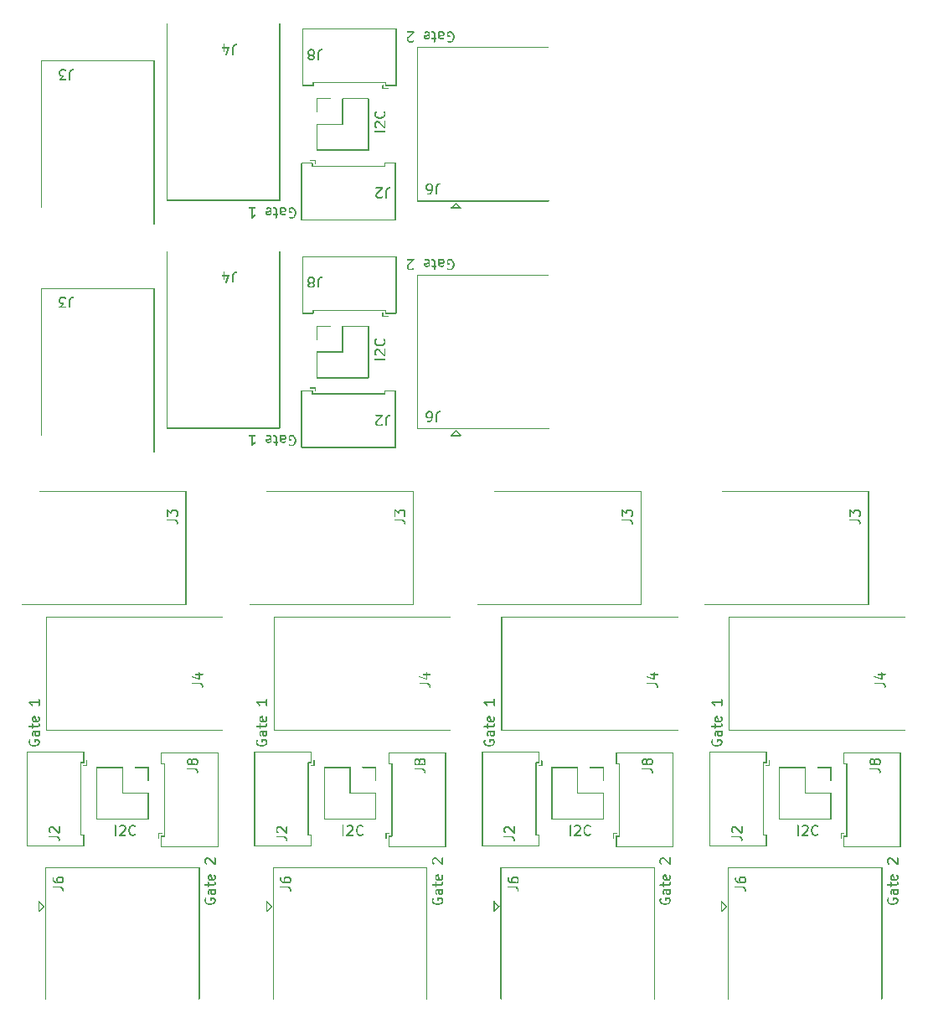
<source format=gto>
%MOIN*%
%OFA0B0*%
%FSLAX36Y36*%
%IPPOS*%
%LPD*%
G36*
X000067518Y000377953D02*
G01*
X000068248Y000378070D01*
X000068906Y000378404D01*
X000089114Y000398613D01*
X000089449Y000399270D01*
X000089566Y000400000D01*
X000089449Y000400731D01*
X000089114Y000401390D01*
X000088591Y000401912D01*
X000087933Y000402248D01*
X000087203Y000402363D01*
X000086472Y000402248D01*
X000085814Y000401912D01*
X000065607Y000381705D01*
X000065270Y000381046D01*
X000065156Y000380315D01*
X000065270Y000379585D01*
X000065607Y000378927D01*
X000066129Y000378404D01*
X000066789Y000378070D01*
X000067518Y000377953D01*
G37*
G36*
X000067518Y000377953D02*
G01*
X000068248Y000378070D01*
X000068906Y000378404D01*
X000069428Y000378927D01*
X000069764Y000379585D01*
X000069881Y000380315D01*
X000069881Y000419685D01*
X000069764Y000420416D01*
X000069428Y000421075D01*
X000068906Y000421596D01*
X000068248Y000421933D01*
X000067518Y000422048D01*
X000066789Y000421933D01*
X000066129Y000421596D01*
X000065607Y000421075D01*
X000065270Y000420416D01*
X000065156Y000419685D01*
X000065156Y000380315D01*
X000065270Y000379585D01*
X000065607Y000378927D01*
X000066129Y000378404D01*
X000066789Y000378070D01*
X000067518Y000377953D01*
G37*
G36*
X000087203Y000397638D02*
G01*
X000087933Y000397754D01*
X000088591Y000398089D01*
X000089114Y000398613D01*
X000089449Y000399270D01*
X000089566Y000400000D01*
X000089449Y000400731D01*
X000089114Y000401390D01*
X000068906Y000421596D01*
X000068248Y000421933D01*
X000067518Y000422048D01*
X000066789Y000421933D01*
X000066129Y000421596D01*
X000065607Y000421075D01*
X000065270Y000420416D01*
X000065156Y000419685D01*
X000065270Y000418955D01*
X000065607Y000418298D01*
X000085814Y000398089D01*
X000086472Y000397754D01*
X000087203Y000397638D01*
G37*
G36*
X000703149Y000028759D02*
G01*
X000707164Y000031136D01*
X000707873Y000031617D01*
X000707873Y000552756D01*
X000707757Y000553487D01*
X000707422Y000554145D01*
X000706899Y000554668D01*
X000706241Y000555003D01*
X000705510Y000555118D01*
X000704780Y000555003D01*
X000704121Y000554668D01*
X000703599Y000554145D01*
X000703263Y000553487D01*
X000703149Y000552756D01*
X000703149Y000028759D01*
G37*
G36*
X000705510Y000550394D02*
G01*
X000706241Y000550510D01*
X000706899Y000550845D01*
X000707422Y000551368D01*
X000707757Y000552026D01*
X000707873Y000552756D01*
X000707757Y000553487D01*
X000707422Y000554145D01*
X000706899Y000554668D01*
X000706241Y000555003D01*
X000705510Y000555118D01*
X000094487Y000555118D01*
X000093755Y000555003D01*
X000093098Y000554668D01*
X000092575Y000554145D01*
X000092239Y000553487D01*
X000092124Y000552756D01*
X000092239Y000552026D01*
X000092575Y000551368D01*
X000093098Y000550845D01*
X000093755Y000550510D01*
X000094487Y000550394D01*
X000705510Y000550394D01*
G37*
G36*
X000096849Y000028759D02*
G01*
X000096849Y000552756D01*
X000096731Y000553487D01*
X000096399Y000554145D01*
X000095875Y000554668D01*
X000095218Y000555003D01*
X000094487Y000555118D01*
X000093755Y000555003D01*
X000093098Y000554668D01*
X000092575Y000554145D01*
X000092239Y000553487D01*
X000092124Y000552756D01*
X000092124Y000031617D01*
X000092832Y000031136D01*
X000096849Y000028759D01*
G37*
G36*
X000399998Y000950000D02*
G01*
X000400728Y000950116D01*
X000401387Y000950450D01*
X000401908Y000950974D01*
X000402245Y000951632D01*
X000402361Y000952363D01*
X000402245Y000953093D01*
X000401908Y000953750D01*
X000401387Y000954274D01*
X000400728Y000954610D01*
X000399998Y000954725D01*
X000297636Y000954725D01*
X000296906Y000954610D01*
X000296247Y000954274D01*
X000295725Y000953750D01*
X000295390Y000953093D01*
X000295274Y000952363D01*
X000295390Y000951632D01*
X000295725Y000950974D01*
X000296247Y000950450D01*
X000296906Y000950116D01*
X000297636Y000950000D01*
X000399998Y000950000D01*
G37*
G36*
X000297636Y000745276D02*
G01*
X000298366Y000745393D01*
X000299025Y000745727D01*
X000299547Y000746250D01*
X000299882Y000746908D01*
X000299998Y000747638D01*
X000299998Y000952363D01*
X000299882Y000953093D01*
X000299547Y000953750D01*
X000299025Y000954274D01*
X000298366Y000954610D01*
X000297636Y000954725D01*
X000296906Y000954610D01*
X000296247Y000954274D01*
X000295725Y000953750D01*
X000295390Y000953093D01*
X000295274Y000952363D01*
X000295274Y000747638D01*
X000295390Y000746908D01*
X000295725Y000746250D01*
X000296247Y000745727D01*
X000296906Y000745393D01*
X000297636Y000745276D01*
G37*
G36*
X000502360Y000745276D02*
G01*
X000503090Y000745393D01*
X000503749Y000745727D01*
X000504272Y000746250D01*
X000504607Y000746908D01*
X000504723Y000747638D01*
X000504607Y000748369D01*
X000504272Y000749027D01*
X000503749Y000749550D01*
X000503090Y000749885D01*
X000502360Y000750001D01*
X000297636Y000750001D01*
X000296906Y000749885D01*
X000296247Y000749550D01*
X000295725Y000749027D01*
X000295390Y000748369D01*
X000295274Y000747638D01*
X000295390Y000746908D01*
X000295725Y000746250D01*
X000296247Y000745727D01*
X000296906Y000745393D01*
X000297636Y000745276D01*
X000502360Y000745276D01*
G37*
G36*
X000502360Y000745276D02*
G01*
X000503090Y000745393D01*
X000503749Y000745727D01*
X000504272Y000746250D01*
X000504607Y000746908D01*
X000504723Y000747638D01*
X000504723Y000850001D01*
X000504607Y000850731D01*
X000504272Y000851389D01*
X000503749Y000851912D01*
X000503090Y000852247D01*
X000502360Y000852362D01*
X000501630Y000852247D01*
X000500972Y000851912D01*
X000500449Y000851389D01*
X000500115Y000850731D01*
X000499998Y000850001D01*
X000499998Y000747638D01*
X000500115Y000746908D01*
X000500449Y000746250D01*
X000500972Y000745727D01*
X000501630Y000745393D01*
X000502360Y000745276D01*
G37*
G36*
X000502360Y000847638D02*
G01*
X000503090Y000847754D01*
X000503749Y000848090D01*
X000504272Y000848611D01*
X000504607Y000849271D01*
X000504723Y000850001D01*
X000504607Y000850731D01*
X000504272Y000851389D01*
X000503749Y000851912D01*
X000503090Y000852247D01*
X000502360Y000852362D01*
X000399998Y000852362D01*
X000399268Y000852247D01*
X000398609Y000851912D01*
X000398087Y000851389D01*
X000397752Y000850731D01*
X000397636Y000850001D01*
X000397752Y000849271D01*
X000398087Y000848611D01*
X000398609Y000848090D01*
X000399268Y000847754D01*
X000399998Y000847638D01*
X000502360Y000847638D01*
G37*
G36*
X000399998Y000847638D02*
G01*
X000400728Y000847754D01*
X000401387Y000848090D01*
X000401908Y000848611D01*
X000402245Y000849271D01*
X000402361Y000850001D01*
X000402361Y000952363D01*
X000402245Y000953093D01*
X000401908Y000953750D01*
X000401387Y000954274D01*
X000400728Y000954610D01*
X000399998Y000954725D01*
X000399268Y000954610D01*
X000398609Y000954274D01*
X000398087Y000953750D01*
X000397752Y000953093D01*
X000397636Y000952363D01*
X000397636Y000850001D01*
X000397752Y000849271D01*
X000398087Y000848611D01*
X000398609Y000848090D01*
X000399268Y000847754D01*
X000399998Y000847638D01*
G37*
G36*
X000502360Y000897639D02*
G01*
X000503090Y000897754D01*
X000503749Y000898090D01*
X000504272Y000898613D01*
X000504607Y000899271D01*
X000504723Y000900001D01*
X000504723Y000952363D01*
X000504607Y000953093D01*
X000504272Y000953750D01*
X000503749Y000954274D01*
X000503090Y000954610D01*
X000502360Y000954725D01*
X000501630Y000954610D01*
X000500972Y000954274D01*
X000500449Y000953750D01*
X000500115Y000953093D01*
X000499998Y000952363D01*
X000499998Y000900001D01*
X000500115Y000899271D01*
X000500449Y000898613D01*
X000500972Y000898090D01*
X000501630Y000897754D01*
X000502360Y000897639D01*
G37*
G36*
X000502360Y000950000D02*
G01*
X000503090Y000950116D01*
X000503749Y000950450D01*
X000504272Y000950974D01*
X000504607Y000951632D01*
X000504723Y000952363D01*
X000504607Y000953093D01*
X000504272Y000953750D01*
X000503749Y000954274D01*
X000503090Y000954610D01*
X000502360Y000954725D01*
X000449999Y000954725D01*
X000449268Y000954610D01*
X000448610Y000954274D01*
X000448087Y000953750D01*
X000447751Y000953093D01*
X000447636Y000952363D01*
X000447751Y000951632D01*
X000448087Y000950974D01*
X000448610Y000950450D01*
X000449268Y000950116D01*
X000449999Y000950000D01*
X000502360Y000950000D01*
G37*
G36*
X000257085Y000957480D02*
G01*
X000257816Y000957597D01*
X000258473Y000957932D01*
X000258996Y000958455D01*
X000259332Y000959113D01*
X000259446Y000959843D01*
X000259332Y000960573D01*
X000258996Y000961232D01*
X000258473Y000961754D01*
X000257816Y000962089D01*
X000257085Y000962205D01*
X000245273Y000962205D01*
X000244544Y000962089D01*
X000243885Y000961754D01*
X000243363Y000961232D01*
X000243027Y000960573D01*
X000242912Y000959843D01*
X000243027Y000959113D01*
X000243363Y000958455D01*
X000243885Y000957932D01*
X000244544Y000957597D01*
X000245273Y000957480D01*
X000257085Y000957480D01*
G37*
G36*
X000257085Y000957480D02*
G01*
X000257816Y000957597D01*
X000258473Y000957932D01*
X000258996Y000958455D01*
X000259332Y000959113D01*
X000259446Y000959843D01*
X000259446Y000979528D01*
X000259332Y000980258D01*
X000258996Y000980917D01*
X000258473Y000981439D01*
X000257816Y000981775D01*
X000257085Y000981891D01*
X000256354Y000981775D01*
X000255697Y000981439D01*
X000255172Y000980917D01*
X000254838Y000980258D01*
X000254722Y000979528D01*
X000254722Y000959843D01*
X000254838Y000959113D01*
X000255172Y000958455D01*
X000255697Y000957932D01*
X000256354Y000957597D01*
X000257085Y000957480D01*
G37*
G36*
X000233856Y000824607D02*
G01*
X000234586Y000824723D01*
X000235245Y000825058D01*
X000235768Y000825581D01*
X000236103Y000826239D01*
X000236219Y000826969D01*
X000236219Y000971260D01*
X000236103Y000971991D01*
X000235768Y000972649D01*
X000235245Y000973172D01*
X000234586Y000973508D01*
X000233856Y000973623D01*
X000233126Y000973508D01*
X000232467Y000973172D01*
X000231945Y000972649D01*
X000231610Y000971991D01*
X000231494Y000971260D01*
X000231494Y000826969D01*
X000231610Y000826239D01*
X000231945Y000825581D01*
X000232467Y000825058D01*
X000233126Y000824723D01*
X000233856Y000824607D01*
G37*
G36*
X000245668Y000968898D02*
G01*
X000246397Y000969014D01*
X000247056Y000969349D01*
X000247578Y000969872D01*
X000247914Y000970531D01*
X000248029Y000971260D01*
X000247914Y000971991D01*
X000247578Y000972649D01*
X000247056Y000973172D01*
X000246397Y000973508D01*
X000245668Y000973623D01*
X000233856Y000973623D01*
X000233126Y000973508D01*
X000232467Y000973172D01*
X000231945Y000972649D01*
X000231610Y000971991D01*
X000231494Y000971260D01*
X000231610Y000970531D01*
X000231945Y000969872D01*
X000232467Y000969349D01*
X000233126Y000969014D01*
X000233856Y000968898D01*
X000245668Y000968898D01*
G37*
G36*
X000245668Y000968898D02*
G01*
X000246397Y000969014D01*
X000247056Y000969349D01*
X000247578Y000969872D01*
X000247914Y000970531D01*
X000248029Y000971260D01*
X000248029Y001013385D01*
X000247914Y001014116D01*
X000247578Y001014775D01*
X000247056Y001015298D01*
X000246397Y001015633D01*
X000245668Y001015749D01*
X000244938Y001015633D01*
X000244279Y001015298D01*
X000243756Y001014775D01*
X000243421Y001014116D01*
X000243306Y001013385D01*
X000243306Y000971260D01*
X000243421Y000970531D01*
X000243756Y000969872D01*
X000244279Y000969349D01*
X000244938Y000969014D01*
X000245668Y000968898D01*
G37*
G36*
X000245668Y001011023D02*
G01*
X000246397Y001011141D01*
X000247056Y001011474D01*
X000247578Y001011998D01*
X000247914Y001012656D01*
X000248029Y001013385D01*
X000247914Y001014116D01*
X000247578Y001014775D01*
X000247056Y001015298D01*
X000246397Y001015633D01*
X000245668Y001015749D01*
X000020471Y001015749D01*
X000019741Y001015633D01*
X000019082Y001015298D01*
X000018560Y001014775D01*
X000018224Y001014116D01*
X000018109Y001013385D01*
X000018224Y001012656D01*
X000018560Y001011998D01*
X000019082Y001011474D01*
X000019741Y001011141D01*
X000020471Y001011023D01*
X000245668Y001011023D01*
G37*
G36*
X000020471Y000824607D02*
G01*
X000021200Y000824723D01*
X000021859Y000825058D01*
X000022381Y000825581D01*
X000022717Y000826239D01*
X000022832Y000826969D01*
X000022832Y001013385D01*
X000022717Y001014116D01*
X000022381Y001014775D01*
X000021859Y001015298D01*
X000021200Y001015633D01*
X000020471Y001015749D01*
X000019741Y001015633D01*
X000019082Y001015298D01*
X000018560Y001014775D01*
X000018224Y001014116D01*
X000018109Y001013385D01*
X000018109Y000826969D01*
X000018224Y000826239D01*
X000018560Y000825581D01*
X000019082Y000825058D01*
X000019741Y000824723D01*
X000020471Y000824607D01*
G37*
G36*
X000233856Y000680316D02*
G01*
X000234586Y000680430D01*
X000235245Y000680767D01*
X000235768Y000681289D01*
X000236103Y000681948D01*
X000236219Y000682678D01*
X000236219Y000826969D01*
X000236103Y000827699D01*
X000235768Y000828358D01*
X000235245Y000828880D01*
X000234586Y000829216D01*
X000233856Y000829331D01*
X000233126Y000829216D01*
X000232467Y000828880D01*
X000231945Y000828358D01*
X000231610Y000827699D01*
X000231494Y000826969D01*
X000231494Y000682678D01*
X000231610Y000681948D01*
X000231945Y000681289D01*
X000232467Y000680767D01*
X000233126Y000680430D01*
X000233856Y000680316D01*
G37*
G36*
X000245668Y000680316D02*
G01*
X000246397Y000680430D01*
X000247056Y000680767D01*
X000247578Y000681289D01*
X000247914Y000681948D01*
X000248029Y000682678D01*
X000247914Y000683408D01*
X000247578Y000684066D01*
X000247056Y000684589D01*
X000246397Y000684924D01*
X000245668Y000685040D01*
X000233856Y000685040D01*
X000233126Y000684924D01*
X000232467Y000684589D01*
X000231945Y000684066D01*
X000231610Y000683408D01*
X000231494Y000682678D01*
X000231610Y000681948D01*
X000231945Y000681289D01*
X000232467Y000680767D01*
X000233126Y000680430D01*
X000233856Y000680316D01*
X000245668Y000680316D01*
G37*
G36*
X000245668Y000638189D02*
G01*
X000246397Y000638306D01*
X000247056Y000638640D01*
X000247578Y000639164D01*
X000247914Y000639821D01*
X000248029Y000640551D01*
X000248029Y000682678D01*
X000247914Y000683408D01*
X000247578Y000684066D01*
X000247056Y000684589D01*
X000246397Y000684924D01*
X000245668Y000685040D01*
X000244938Y000684924D01*
X000244279Y000684589D01*
X000243756Y000684066D01*
X000243421Y000683408D01*
X000243306Y000682678D01*
X000243306Y000640551D01*
X000243421Y000639821D01*
X000243756Y000639164D01*
X000244279Y000638640D01*
X000244938Y000638306D01*
X000245668Y000638189D01*
G37*
G36*
X000245668Y000638189D02*
G01*
X000246397Y000638306D01*
X000247056Y000638640D01*
X000247578Y000639164D01*
X000247914Y000639821D01*
X000248029Y000640551D01*
X000247914Y000641282D01*
X000247578Y000641941D01*
X000247056Y000642463D01*
X000246397Y000642799D01*
X000245668Y000642914D01*
X000020471Y000642914D01*
X000019741Y000642799D01*
X000019082Y000642463D01*
X000018560Y000641941D01*
X000018224Y000641282D01*
X000018109Y000640551D01*
X000018224Y000639821D01*
X000018560Y000639164D01*
X000019082Y000638640D01*
X000019741Y000638306D01*
X000020471Y000638189D01*
X000245668Y000638189D01*
G37*
G36*
X000020471Y000638189D02*
G01*
X000021200Y000638306D01*
X000021859Y000638640D01*
X000022381Y000639164D01*
X000022717Y000639821D01*
X000022832Y000640551D01*
X000022832Y000826969D01*
X000022717Y000827699D01*
X000022381Y000828358D01*
X000021859Y000828880D01*
X000021200Y000829216D01*
X000020471Y000829331D01*
X000019741Y000829216D01*
X000019082Y000828880D01*
X000018560Y000828358D01*
X000018224Y000827699D01*
X000018109Y000826969D01*
X000018109Y000640551D01*
X000018224Y000639821D01*
X000018560Y000639164D01*
X000019082Y000638640D01*
X000019741Y000638306D01*
X000020471Y000638189D01*
G37*
G36*
X000779526Y000820670D02*
G01*
X000780256Y000820785D01*
X000780914Y000821121D01*
X000781438Y000821644D01*
X000781773Y000822302D01*
X000781887Y000823032D01*
X000781887Y001009449D01*
X000781773Y001010178D01*
X000781438Y001010837D01*
X000780914Y001011361D01*
X000780256Y001011697D01*
X000779526Y001011811D01*
X000778794Y001011697D01*
X000778138Y001011361D01*
X000777615Y001010837D01*
X000777279Y001010178D01*
X000777164Y001009449D01*
X000777164Y000823032D01*
X000777279Y000822302D01*
X000777615Y000821644D01*
X000778138Y000821121D01*
X000778794Y000820785D01*
X000779526Y000820670D01*
G37*
G36*
X000779526Y001007087D02*
G01*
X000780256Y001007203D01*
X000780914Y001007539D01*
X000781438Y001008062D01*
X000781773Y001008720D01*
X000781887Y001009449D01*
X000781773Y001010178D01*
X000781438Y001010837D01*
X000780914Y001011361D01*
X000780256Y001011697D01*
X000779526Y001011811D01*
X000554329Y001011811D01*
X000553599Y001011697D01*
X000552941Y001011361D01*
X000552418Y001010837D01*
X000552082Y001010178D01*
X000551967Y001009449D01*
X000552082Y001008720D01*
X000552418Y001008062D01*
X000552941Y001007539D01*
X000553599Y001007203D01*
X000554329Y001007087D01*
X000779526Y001007087D01*
G37*
G36*
X000554329Y000964961D02*
G01*
X000555059Y000965077D01*
X000555717Y000965412D01*
X000556240Y000965935D01*
X000556575Y000966593D01*
X000556692Y000967323D01*
X000556692Y001009449D01*
X000556575Y001010178D01*
X000556240Y001010837D01*
X000555717Y001011361D01*
X000555059Y001011697D01*
X000554329Y001011811D01*
X000553599Y001011697D01*
X000552941Y001011361D01*
X000552418Y001010837D01*
X000552082Y001010178D01*
X000551967Y001009449D01*
X000551967Y000967323D01*
X000552082Y000966593D01*
X000552418Y000965935D01*
X000552941Y000965412D01*
X000553599Y000965077D01*
X000554329Y000964961D01*
G37*
G36*
X000566140Y000964961D02*
G01*
X000566870Y000965077D01*
X000567529Y000965412D01*
X000568051Y000965935D01*
X000568386Y000966593D01*
X000568502Y000967323D01*
X000568386Y000968054D01*
X000568051Y000968712D01*
X000567529Y000969235D01*
X000566870Y000969570D01*
X000566140Y000969685D01*
X000554329Y000969685D01*
X000553599Y000969570D01*
X000552941Y000969235D01*
X000552418Y000968712D01*
X000552082Y000968054D01*
X000551967Y000967323D01*
X000552082Y000966593D01*
X000552418Y000965935D01*
X000552941Y000965412D01*
X000553599Y000965077D01*
X000554329Y000964961D01*
X000566140Y000964961D01*
G37*
G36*
X000566140Y000820670D02*
G01*
X000566870Y000820785D01*
X000567529Y000821121D01*
X000568051Y000821644D01*
X000568386Y000822302D01*
X000568502Y000823032D01*
X000568502Y000967323D01*
X000568386Y000968054D01*
X000568051Y000968712D01*
X000567529Y000969235D01*
X000566870Y000969570D01*
X000566140Y000969685D01*
X000565410Y000969570D01*
X000564751Y000969235D01*
X000564229Y000968712D01*
X000563893Y000968054D01*
X000563778Y000967323D01*
X000563778Y000823032D01*
X000563893Y000822302D01*
X000564229Y000821644D01*
X000564751Y000821121D01*
X000565410Y000820785D01*
X000566140Y000820670D01*
G37*
G36*
X000779526Y000634252D02*
G01*
X000780256Y000634368D01*
X000780914Y000634704D01*
X000781438Y000635226D01*
X000781773Y000635884D01*
X000781887Y000636614D01*
X000781887Y000823032D01*
X000781773Y000823762D01*
X000781438Y000824420D01*
X000780914Y000824944D01*
X000780256Y000825279D01*
X000779526Y000825395D01*
X000778794Y000825279D01*
X000778138Y000824944D01*
X000777615Y000824420D01*
X000777279Y000823762D01*
X000777164Y000823032D01*
X000777164Y000636614D01*
X000777279Y000635884D01*
X000777615Y000635226D01*
X000778138Y000634704D01*
X000778794Y000634368D01*
X000779526Y000634252D01*
G37*
G36*
X000779526Y000634252D02*
G01*
X000780256Y000634368D01*
X000780914Y000634704D01*
X000781438Y000635226D01*
X000781773Y000635884D01*
X000781887Y000636614D01*
X000781773Y000637345D01*
X000781438Y000638003D01*
X000780914Y000638526D01*
X000780256Y000638862D01*
X000779526Y000638977D01*
X000554329Y000638977D01*
X000553599Y000638862D01*
X000552941Y000638526D01*
X000552418Y000638003D01*
X000552082Y000637345D01*
X000551967Y000636614D01*
X000552082Y000635884D01*
X000552418Y000635226D01*
X000552941Y000634704D01*
X000553599Y000634368D01*
X000554329Y000634252D01*
X000779526Y000634252D01*
G37*
G36*
X000554329Y000634252D02*
G01*
X000555059Y000634368D01*
X000555717Y000634704D01*
X000556240Y000635226D01*
X000556575Y000635884D01*
X000556692Y000636614D01*
X000556692Y000678739D01*
X000556575Y000679471D01*
X000556240Y000680129D01*
X000555717Y000680652D01*
X000555059Y000680987D01*
X000554329Y000681103D01*
X000553599Y000680987D01*
X000552941Y000680652D01*
X000552418Y000680129D01*
X000552082Y000679471D01*
X000551967Y000678739D01*
X000551967Y000636614D01*
X000552082Y000635884D01*
X000552418Y000635226D01*
X000552941Y000634704D01*
X000553599Y000634368D01*
X000554329Y000634252D01*
G37*
G36*
X000566140Y000676378D02*
G01*
X000566870Y000676495D01*
X000567529Y000676829D01*
X000568051Y000677353D01*
X000568386Y000678011D01*
X000568502Y000678739D01*
X000568386Y000679471D01*
X000568051Y000680129D01*
X000567529Y000680652D01*
X000566870Y000680987D01*
X000566140Y000681103D01*
X000554329Y000681103D01*
X000553599Y000680987D01*
X000552941Y000680652D01*
X000552418Y000680129D01*
X000552082Y000679471D01*
X000551967Y000678739D01*
X000552082Y000678011D01*
X000552418Y000677353D01*
X000552941Y000676829D01*
X000553599Y000676495D01*
X000554329Y000676378D01*
X000566140Y000676378D01*
G37*
G36*
X000566140Y000676378D02*
G01*
X000566870Y000676495D01*
X000567529Y000676829D01*
X000568051Y000677353D01*
X000568386Y000678011D01*
X000568502Y000678739D01*
X000568502Y000823032D01*
X000568386Y000823762D01*
X000568051Y000824420D01*
X000567529Y000824944D01*
X000566870Y000825279D01*
X000566140Y000825395D01*
X000565410Y000825279D01*
X000564751Y000824944D01*
X000564229Y000824420D01*
X000563893Y000823762D01*
X000563778Y000823032D01*
X000563778Y000678739D01*
X000563893Y000678011D01*
X000564229Y000677353D01*
X000564751Y000676829D01*
X000565410Y000676495D01*
X000566140Y000676378D01*
G37*
G36*
X000542912Y000668111D02*
G01*
X000543642Y000668226D01*
X000544301Y000668561D01*
X000544823Y000669084D01*
X000545158Y000669743D01*
X000545274Y000670473D01*
X000545274Y000690158D01*
X000545158Y000690888D01*
X000544823Y000691545D01*
X000544301Y000692070D01*
X000543642Y000692405D01*
X000542912Y000692521D01*
X000542181Y000692405D01*
X000541524Y000692070D01*
X000541000Y000691545D01*
X000540664Y000690888D01*
X000540549Y000690158D01*
X000540549Y000670473D01*
X000540664Y000669743D01*
X000541000Y000669084D01*
X000541524Y000668561D01*
X000542181Y000668226D01*
X000542912Y000668111D01*
G37*
G36*
X000554723Y000687796D02*
G01*
X000555452Y000687911D01*
X000556111Y000688247D01*
X000556633Y000688769D01*
X000556969Y000689428D01*
X000557085Y000690158D01*
X000556969Y000690888D01*
X000556633Y000691545D01*
X000556111Y000692070D01*
X000555452Y000692405D01*
X000554723Y000692521D01*
X000542912Y000692521D01*
X000542181Y000692405D01*
X000541524Y000692070D01*
X000541000Y000691545D01*
X000540664Y000690888D01*
X000540549Y000690158D01*
X000540664Y000689428D01*
X000541000Y000688769D01*
X000541524Y000688247D01*
X000542181Y000687911D01*
X000542912Y000687796D01*
X000554723Y000687796D01*
G37*
G36*
X000652361Y002047244D02*
G01*
X000653092Y002047361D01*
X000653750Y002047696D01*
X000654272Y002048219D01*
X000654607Y002048878D01*
X000654723Y002049607D01*
X000654607Y002050336D01*
X000654272Y002050996D01*
X000653750Y002051518D01*
X000653092Y002051854D01*
X000652361Y002051969D01*
X000070093Y002051969D01*
X000064734Y002047244D01*
X000652361Y002047244D01*
G37*
G36*
X000652361Y001598032D02*
G01*
X000653092Y001598148D01*
X000653750Y001598483D01*
X000654272Y001599007D01*
X000654607Y001599664D01*
X000654723Y001600394D01*
X000654607Y001601125D01*
X000654272Y001601783D01*
X000653750Y001602306D01*
X000653092Y001602642D01*
X000652361Y001602757D01*
X000000000Y001602757D01*
X000000000Y001598032D01*
X000652361Y001598032D01*
G37*
G36*
X000652361Y001598032D02*
G01*
X000653092Y001598148D01*
X000653750Y001598483D01*
X000654272Y001599007D01*
X000654607Y001599664D01*
X000654723Y001600394D01*
X000654723Y002049607D01*
X000654607Y002050336D01*
X000654272Y002050996D01*
X000653750Y002051518D01*
X000653092Y002051854D01*
X000652361Y002051969D01*
X000651631Y002051854D01*
X000650972Y002051518D01*
X000650449Y002050996D01*
X000650113Y002050336D01*
X000649999Y002049607D01*
X000649999Y001600394D01*
X000650113Y001599664D01*
X000650449Y001599007D01*
X000650972Y001598483D01*
X000651631Y001598148D01*
X000652361Y001598032D01*
G37*
G36*
X000097636Y001098032D02*
G01*
X000098366Y001098147D01*
X000099025Y001098483D01*
X000099547Y001099006D01*
X000099882Y001099665D01*
X000099999Y001100395D01*
X000099999Y001549607D01*
X000099882Y001550337D01*
X000099547Y001550995D01*
X000099025Y001551519D01*
X000098366Y001551854D01*
X000097636Y001551970D01*
X000096906Y001551854D01*
X000096247Y001551519D01*
X000095725Y001550995D01*
X000095389Y001550337D01*
X000095274Y001549607D01*
X000095274Y001100395D01*
X000095389Y001099665D01*
X000095725Y001099006D01*
X000096247Y001098483D01*
X000096906Y001098147D01*
X000097636Y001098032D01*
G37*
G36*
X000799999Y001547245D02*
G01*
X000799999Y001551970D01*
X000097636Y001551970D01*
X000096906Y001551854D01*
X000096247Y001551519D01*
X000095725Y001550995D01*
X000095389Y001550337D01*
X000095274Y001549607D01*
X000095389Y001548877D01*
X000095725Y001548219D01*
X000096247Y001547696D01*
X000096906Y001547359D01*
X000097636Y001547245D01*
X000799999Y001547245D01*
G37*
G36*
X000799999Y001098032D02*
G01*
X000799999Y001102756D01*
X000097636Y001102756D01*
X000096906Y001102641D01*
X000096247Y001102306D01*
X000095725Y001101783D01*
X000095389Y001101125D01*
X000095274Y001100395D01*
X000095389Y001099665D01*
X000095725Y001099006D01*
X000096247Y001098483D01*
X000096906Y001098147D01*
X000097636Y001098032D01*
X000799999Y001098032D01*
G37*
G36*
X000151559Y000473924D02*
G01*
X000152473Y000474070D01*
X000153295Y000474489D01*
X000153950Y000475142D01*
X000154368Y000475965D01*
X000154513Y000476877D01*
X000154368Y000477789D01*
X000153950Y000478613D01*
X000153295Y000479266D01*
X000152473Y000479685D01*
X000151559Y000479831D01*
X000123438Y000479831D01*
X000122526Y000479685D01*
X000121702Y000479266D01*
X000121050Y000478613D01*
X000120630Y000477789D01*
X000120485Y000476877D01*
X000120630Y000475965D01*
X000121050Y000475142D01*
X000121702Y000474489D01*
X000122526Y000474070D01*
X000123438Y000473924D01*
X000151559Y000473924D01*
G37*
G36*
X000157184Y000472050D02*
G01*
X000158096Y000472194D01*
X000158920Y000472614D01*
X000159572Y000473267D01*
X000159993Y000474090D01*
X000160137Y000475003D01*
X000159993Y000475916D01*
X000159572Y000476738D01*
X000158920Y000477392D01*
X000158096Y000477811D01*
X000152473Y000479685D01*
X000151559Y000479831D01*
X000150647Y000479685D01*
X000149825Y000479266D01*
X000149172Y000478613D01*
X000148752Y000477789D01*
X000148607Y000476877D01*
X000148752Y000475965D01*
X000149172Y000475142D01*
X000149825Y000474489D01*
X000150647Y000474070D01*
X000156271Y000472194D01*
X000157184Y000472050D01*
G37*
G36*
X000160934Y000468301D02*
G01*
X000161846Y000468445D01*
X000162669Y000468863D01*
X000163323Y000469517D01*
X000163742Y000470341D01*
X000163887Y000471253D01*
X000163742Y000472165D01*
X000163323Y000472989D01*
X000158920Y000477392D01*
X000158096Y000477811D01*
X000157184Y000477955D01*
X000156271Y000477811D01*
X000155448Y000477392D01*
X000154795Y000476738D01*
X000154376Y000475916D01*
X000154232Y000475003D01*
X000154376Y000474090D01*
X000154795Y000473267D01*
X000159198Y000468863D01*
X000160020Y000468445D01*
X000160934Y000468301D01*
G37*
G36*
X000162808Y000462676D02*
G01*
X000163722Y000462820D01*
X000164544Y000463240D01*
X000165197Y000463893D01*
X000165616Y000464716D01*
X000165762Y000465629D01*
X000165616Y000466541D01*
X000163742Y000472165D01*
X000163323Y000472989D01*
X000162669Y000473642D01*
X000161846Y000474062D01*
X000160934Y000474205D01*
X000160020Y000474062D01*
X000159198Y000473642D01*
X000158545Y000472989D01*
X000158125Y000472165D01*
X000157980Y000471253D01*
X000158125Y000470341D01*
X000160001Y000464716D01*
X000160420Y000463893D01*
X000161073Y000463240D01*
X000161896Y000462820D01*
X000162808Y000462676D01*
G37*
G36*
X000162808Y000458927D02*
G01*
X000163722Y000459071D01*
X000164544Y000459491D01*
X000165197Y000460144D01*
X000165616Y000460967D01*
X000165762Y000461878D01*
X000165762Y000465629D01*
X000165616Y000466541D01*
X000165197Y000467363D01*
X000164544Y000468017D01*
X000163722Y000468436D01*
X000162808Y000468582D01*
X000161896Y000468436D01*
X000161073Y000468017D01*
X000160420Y000467363D01*
X000160001Y000466541D01*
X000159856Y000465629D01*
X000159856Y000461878D01*
X000160001Y000460967D01*
X000160420Y000460144D01*
X000161073Y000459491D01*
X000161896Y000459071D01*
X000162808Y000458927D01*
G37*
G36*
X000123438Y000502046D02*
G01*
X000124351Y000502191D01*
X000125174Y000502610D01*
X000125827Y000503264D01*
X000126246Y000504086D01*
X000126392Y000504999D01*
X000126392Y000512498D01*
X000126246Y000513410D01*
X000125827Y000514233D01*
X000125174Y000514887D01*
X000124351Y000515306D01*
X000123438Y000515449D01*
X000122526Y000515306D01*
X000121702Y000514887D01*
X000121050Y000514233D01*
X000120630Y000513410D01*
X000120485Y000512498D01*
X000120485Y000504999D01*
X000120630Y000504086D01*
X000121050Y000503264D01*
X000121702Y000502610D01*
X000122526Y000502191D01*
X000123438Y000502046D01*
G37*
G36*
X000125313Y000498297D02*
G01*
X000126226Y000498441D01*
X000127049Y000498861D01*
X000127702Y000499515D01*
X000128121Y000500337D01*
X000128265Y000501248D01*
X000128121Y000502163D01*
X000126246Y000505911D01*
X000125827Y000506734D01*
X000125174Y000507387D01*
X000124351Y000507807D01*
X000123438Y000507951D01*
X000122526Y000507807D01*
X000121702Y000507387D01*
X000121050Y000506734D01*
X000120630Y000505911D01*
X000120485Y000504999D01*
X000120630Y000504086D01*
X000120646Y000504055D01*
X000122505Y000500337D01*
X000122924Y000499515D01*
X000123578Y000498861D01*
X000124401Y000498441D01*
X000125313Y000498297D01*
G37*
G36*
X000127187Y000496422D02*
G01*
X000128099Y000496566D01*
X000128923Y000496985D01*
X000129577Y000497639D01*
X000129996Y000498462D01*
X000130141Y000499375D01*
X000129996Y000500287D01*
X000129577Y000501110D01*
X000127049Y000503638D01*
X000126226Y000504057D01*
X000125313Y000504202D01*
X000124401Y000504057D01*
X000123578Y000503638D01*
X000122924Y000502985D01*
X000122505Y000502163D01*
X000122360Y000501248D01*
X000122505Y000500337D01*
X000122924Y000499515D01*
X000123578Y000498861D01*
X000125453Y000496985D01*
X000126275Y000496566D01*
X000127187Y000496422D01*
G37*
G36*
X000132812Y000492672D02*
G01*
X000133724Y000492817D01*
X000134548Y000493236D01*
X000135201Y000493889D01*
X000135621Y000494713D01*
X000135765Y000495624D01*
X000135621Y000496537D01*
X000135201Y000497361D01*
X000134548Y000498015D01*
X000128923Y000501764D01*
X000128099Y000502183D01*
X000127187Y000502326D01*
X000126275Y000502183D01*
X000125453Y000501764D01*
X000124799Y000501110D01*
X000124380Y000500287D01*
X000124235Y000499375D01*
X000124380Y000498462D01*
X000124799Y000497639D01*
X000125453Y000496985D01*
X000131077Y000493236D01*
X000131901Y000492817D01*
X000132812Y000492672D01*
G37*
G36*
X000140312Y000490797D02*
G01*
X000141224Y000490942D01*
X000142046Y000491361D01*
X000142700Y000492015D01*
X000143119Y000492839D01*
X000143264Y000493750D01*
X000143119Y000494663D01*
X000142700Y000495486D01*
X000142046Y000496139D01*
X000141224Y000496558D01*
X000133724Y000498434D01*
X000132812Y000498577D01*
X000131901Y000498434D01*
X000131077Y000498015D01*
X000130423Y000497361D01*
X000130004Y000496537D01*
X000129861Y000495624D01*
X000130004Y000494713D01*
X000130423Y000493889D01*
X000131077Y000493236D01*
X000131901Y000492817D01*
X000139399Y000490942D01*
X000140312Y000490797D01*
G37*
G36*
X000155310Y000490797D02*
G01*
X000156222Y000490942D01*
X000157045Y000491361D01*
X000157698Y000492015D01*
X000158117Y000492839D01*
X000158262Y000493750D01*
X000158117Y000494663D01*
X000157698Y000495486D01*
X000157045Y000496139D01*
X000156222Y000496558D01*
X000155310Y000496702D01*
X000140312Y000496702D01*
X000139399Y000496558D01*
X000138576Y000496139D01*
X000137922Y000495486D01*
X000137504Y000494663D01*
X000137358Y000493750D01*
X000137504Y000492839D01*
X000137922Y000492015D01*
X000138576Y000491361D01*
X000139399Y000490942D01*
X000140312Y000490797D01*
X000155310Y000490797D01*
G37*
G36*
X000155310Y000490797D02*
G01*
X000156222Y000490942D01*
X000159970Y000492817D01*
X000160795Y000493236D01*
X000161448Y000493889D01*
X000161867Y000494713D01*
X000162010Y000495624D01*
X000161867Y000496537D01*
X000161448Y000497361D01*
X000160795Y000498015D01*
X000159970Y000498434D01*
X000159059Y000498577D01*
X000158147Y000498434D01*
X000154396Y000496558D01*
X000153574Y000496139D01*
X000152921Y000495486D01*
X000152501Y000494663D01*
X000152356Y000493750D01*
X000152501Y000492839D01*
X000152921Y000492015D01*
X000153574Y000491361D01*
X000154396Y000490942D01*
X000155310Y000490797D01*
G37*
G36*
X000159059Y000492672D02*
G01*
X000159970Y000492817D01*
X000160795Y000493236D01*
X000163323Y000495764D01*
X000163742Y000496588D01*
X000163887Y000497500D01*
X000163742Y000498412D01*
X000163323Y000499236D01*
X000162669Y000499889D01*
X000161846Y000500308D01*
X000160934Y000500452D01*
X000160020Y000500308D01*
X000159198Y000499889D01*
X000156670Y000497361D01*
X000156251Y000496537D01*
X000156107Y000495624D01*
X000156251Y000494713D01*
X000156670Y000493889D01*
X000157324Y000493236D01*
X000158147Y000492817D01*
X000159059Y000492672D01*
G37*
G36*
X000160934Y000494548D02*
G01*
X000161846Y000494691D01*
X000162669Y000495111D01*
X000163323Y000495764D01*
X000163742Y000496588D01*
X000165616Y000500337D01*
X000165762Y000501248D01*
X000165616Y000502163D01*
X000165197Y000502985D01*
X000164544Y000503638D01*
X000163722Y000504057D01*
X000162808Y000504202D01*
X000161896Y000504057D01*
X000161073Y000503638D01*
X000160420Y000502985D01*
X000160001Y000502163D01*
X000158125Y000498412D01*
X000157980Y000497500D01*
X000158125Y000496588D01*
X000158545Y000495764D01*
X000159198Y000495111D01*
X000160020Y000494691D01*
X000160934Y000494548D01*
G37*
G36*
X000162808Y000498297D02*
G01*
X000163722Y000498441D01*
X000164544Y000498861D01*
X000165197Y000499515D01*
X000165616Y000500337D01*
X000165762Y000501248D01*
X000165762Y000508749D01*
X000165616Y000509660D01*
X000165197Y000510484D01*
X000164544Y000511136D01*
X000163722Y000511557D01*
X000162808Y000511700D01*
X000161896Y000511557D01*
X000161073Y000511136D01*
X000160420Y000510484D01*
X000160001Y000509660D01*
X000159856Y000508749D01*
X000159856Y000501248D01*
X000160001Y000500337D01*
X000160420Y000499515D01*
X000161073Y000498861D01*
X000161896Y000498441D01*
X000162808Y000498297D01*
G37*
G36*
X000162808Y000505796D02*
G01*
X000163722Y000505939D01*
X000164544Y000506359D01*
X000165197Y000507013D01*
X000165616Y000507837D01*
X000165762Y000508749D01*
X000165616Y000509660D01*
X000163742Y000513410D01*
X000163323Y000514233D01*
X000162669Y000514887D01*
X000161846Y000515306D01*
X000160934Y000515449D01*
X000160020Y000515306D01*
X000159198Y000514887D01*
X000158545Y000514233D01*
X000158125Y000513410D01*
X000157980Y000512498D01*
X000158125Y000511586D01*
X000160001Y000507837D01*
X000160420Y000507013D01*
X000161073Y000506359D01*
X000161896Y000505939D01*
X000162808Y000505796D01*
G37*
G36*
X000160934Y000509545D02*
G01*
X000161846Y000509688D01*
X000162669Y000510109D01*
X000163323Y000510762D01*
X000163742Y000511586D01*
X000163887Y000512498D01*
X000163742Y000513410D01*
X000163323Y000514233D01*
X000160795Y000516762D01*
X000159970Y000517181D01*
X000159059Y000517325D01*
X000158147Y000517181D01*
X000157324Y000516762D01*
X000156670Y000516108D01*
X000156251Y000515286D01*
X000156107Y000514372D01*
X000156251Y000513460D01*
X000156670Y000512637D01*
X000159198Y000510109D01*
X000160020Y000509688D01*
X000160934Y000509545D01*
G37*
G36*
X000159059Y000511420D02*
G01*
X000159970Y000511564D01*
X000160795Y000511984D01*
X000161448Y000512637D01*
X000161867Y000513460D01*
X000162010Y000514372D01*
X000161867Y000515286D01*
X000161448Y000516108D01*
X000160795Y000516762D01*
X000159970Y000517181D01*
X000156222Y000519055D01*
X000155310Y000519201D01*
X000154396Y000519055D01*
X000153574Y000518636D01*
X000152921Y000517983D01*
X000152501Y000517159D01*
X000152356Y000516248D01*
X000152501Y000515335D01*
X000152921Y000514511D01*
X000153574Y000513858D01*
X000154396Y000513440D01*
X000158147Y000511564D01*
X000159059Y000511420D01*
G37*
G36*
X000155310Y000513294D02*
G01*
X000156222Y000513440D01*
X000157045Y000513858D01*
X000157698Y000514511D01*
X000158117Y000515335D01*
X000158262Y000516248D01*
X000158117Y000517159D01*
X000157698Y000517983D01*
X000157045Y000518636D01*
X000156222Y000519055D01*
X000155310Y000519201D01*
X000145936Y000519201D01*
X000145023Y000519055D01*
X000144200Y000518636D01*
X000143548Y000517983D01*
X000143127Y000517159D01*
X000142982Y000516248D01*
X000143127Y000515335D01*
X000143548Y000514511D01*
X000144200Y000513858D01*
X000145023Y000513440D01*
X000145936Y000513294D01*
X000155310Y000513294D01*
G37*
G36*
X000142186Y000511420D02*
G01*
X000143098Y000511564D01*
X000146848Y000513440D01*
X000147671Y000513858D01*
X000148325Y000514511D01*
X000148744Y000515335D01*
X000148888Y000516248D01*
X000148744Y000517159D01*
X000148325Y000517983D01*
X000147671Y000518636D01*
X000146848Y000519055D01*
X000145936Y000519201D01*
X000145023Y000519055D01*
X000141273Y000517181D01*
X000140450Y000516762D01*
X000139797Y000516108D01*
X000139378Y000515286D01*
X000139234Y000514372D01*
X000139378Y000513460D01*
X000139797Y000512637D01*
X000140450Y000511984D01*
X000141273Y000511564D01*
X000142186Y000511420D01*
G37*
G36*
X000140312Y000509545D02*
G01*
X000141224Y000509688D01*
X000142046Y000510109D01*
X000144575Y000512637D01*
X000144996Y000513460D01*
X000145139Y000514372D01*
X000144996Y000515286D01*
X000144575Y000516108D01*
X000143921Y000516762D01*
X000143098Y000517181D01*
X000142186Y000517325D01*
X000141273Y000517181D01*
X000140450Y000516762D01*
X000137922Y000514233D01*
X000137504Y000513410D01*
X000137358Y000512498D01*
X000137504Y000511586D01*
X000137922Y000510762D01*
X000138576Y000510109D01*
X000139399Y000509688D01*
X000140312Y000509545D01*
G37*
G36*
X000138436Y000505796D02*
G01*
X000139349Y000505939D01*
X000140172Y000506359D01*
X000140825Y000507013D01*
X000141244Y000507837D01*
X000143104Y000511555D01*
X000143119Y000511586D01*
X000143264Y000512498D01*
X000143119Y000513410D01*
X000142700Y000514233D01*
X000142046Y000514887D01*
X000141224Y000515306D01*
X000140312Y000515449D01*
X000139399Y000515306D01*
X000138576Y000514887D01*
X000137922Y000514233D01*
X000137504Y000513410D01*
X000135628Y000509660D01*
X000135484Y000508749D01*
X000135628Y000507837D01*
X000136048Y000507013D01*
X000136701Y000506359D01*
X000137524Y000505939D01*
X000138436Y000505796D01*
G37*
G36*
X000138436Y000498297D02*
G01*
X000139349Y000498441D01*
X000140172Y000498861D01*
X000140825Y000499515D01*
X000141244Y000500337D01*
X000141390Y000501248D01*
X000141390Y000508749D01*
X000141244Y000509660D01*
X000140825Y000510484D01*
X000140172Y000511136D01*
X000139349Y000511557D01*
X000138436Y000511700D01*
X000137524Y000511557D01*
X000136701Y000511136D01*
X000136048Y000510484D01*
X000135628Y000509660D01*
X000135484Y000508749D01*
X000135484Y000501248D01*
X000135628Y000500337D01*
X000136048Y000499515D01*
X000136701Y000498861D01*
X000137524Y000498441D01*
X000138436Y000498297D01*
G37*
G36*
X000140312Y000494548D02*
G01*
X000141224Y000494691D01*
X000142046Y000495111D01*
X000142700Y000495764D01*
X000143119Y000496588D01*
X000143264Y000497500D01*
X000143119Y000498412D01*
X000141244Y000502163D01*
X000140825Y000502985D01*
X000140172Y000503638D01*
X000139349Y000504057D01*
X000138436Y000504202D01*
X000137524Y000504057D01*
X000136701Y000503638D01*
X000136048Y000502985D01*
X000135628Y000502163D01*
X000135484Y000501248D01*
X000135628Y000500337D01*
X000137504Y000496588D01*
X000137922Y000495764D01*
X000138576Y000495111D01*
X000139399Y000494691D01*
X000140312Y000494548D01*
G37*
G36*
X000142186Y000492672D02*
G01*
X000143098Y000492817D01*
X000143921Y000493236D01*
X000144575Y000493889D01*
X000144996Y000494713D01*
X000145139Y000495624D01*
X000144996Y000496537D01*
X000144575Y000497361D01*
X000142046Y000499889D01*
X000141224Y000500308D01*
X000140312Y000500452D01*
X000139399Y000500308D01*
X000138576Y000499889D01*
X000137922Y000499236D01*
X000137504Y000498412D01*
X000137358Y000497500D01*
X000137504Y000496588D01*
X000137922Y000495764D01*
X000140450Y000493236D01*
X000141273Y000492817D01*
X000142186Y000492672D01*
G37*
G36*
X000145936Y000490797D02*
G01*
X000146848Y000490942D01*
X000147671Y000491361D01*
X000148325Y000492015D01*
X000148744Y000492839D01*
X000148888Y000493750D01*
X000148744Y000494663D01*
X000148325Y000495486D01*
X000147671Y000496139D01*
X000146848Y000496558D01*
X000143098Y000498434D01*
X000142186Y000498577D01*
X000141273Y000498434D01*
X000140450Y000498015D01*
X000139797Y000497361D01*
X000139378Y000496537D01*
X000139234Y000495624D01*
X000139378Y000494713D01*
X000139797Y000493889D01*
X000140450Y000493236D01*
X000141273Y000492817D01*
X000145023Y000490942D01*
X000145936Y000490797D01*
G37*
G36*
X000371565Y000679238D02*
G01*
X000372478Y000679383D01*
X000373301Y000679802D01*
X000373954Y000680454D01*
X000374373Y000681277D01*
X000374517Y000682190D01*
X000374517Y000721561D01*
X000374373Y000722473D01*
X000373954Y000723296D01*
X000373301Y000723949D01*
X000372478Y000724368D01*
X000371565Y000724513D01*
X000370654Y000724368D01*
X000369829Y000723949D01*
X000369177Y000723296D01*
X000368757Y000722473D01*
X000368613Y000721561D01*
X000368613Y000682190D01*
X000368757Y000681277D01*
X000369177Y000680454D01*
X000369829Y000679802D01*
X000370654Y000679383D01*
X000371565Y000679238D01*
G37*
G36*
X000388439Y000714858D02*
G01*
X000389350Y000715003D01*
X000390173Y000715423D01*
X000392702Y000717951D01*
X000393121Y000718773D01*
X000393266Y000719685D01*
X000393121Y000720599D01*
X000392702Y000721421D01*
X000392049Y000722075D01*
X000391225Y000722494D01*
X000390314Y000722638D01*
X000389400Y000722494D01*
X000388578Y000722075D01*
X000386049Y000719546D01*
X000385630Y000718723D01*
X000385485Y000717811D01*
X000385630Y000716899D01*
X000386049Y000716075D01*
X000386703Y000715423D01*
X000387526Y000715003D01*
X000388439Y000714858D01*
G37*
G36*
X000390314Y000716733D02*
G01*
X000391225Y000716878D01*
X000394975Y000718752D01*
X000395798Y000719172D01*
X000396452Y000719825D01*
X000396871Y000720648D01*
X000397016Y000721561D01*
X000396871Y000722473D01*
X000396452Y000723296D01*
X000395798Y000723949D01*
X000394975Y000724368D01*
X000394063Y000724513D01*
X000393151Y000724368D01*
X000389400Y000722494D01*
X000388578Y000722075D01*
X000387925Y000721421D01*
X000387505Y000720599D01*
X000387360Y000719685D01*
X000387505Y000718773D01*
X000387925Y000717951D01*
X000388578Y000717297D01*
X000389400Y000716878D01*
X000390314Y000716733D01*
G37*
G36*
X000403437Y000718607D02*
G01*
X000404349Y000718752D01*
X000405171Y000719172D01*
X000405825Y000719825D01*
X000406245Y000720648D01*
X000406389Y000721561D01*
X000406245Y000722473D01*
X000405825Y000723296D01*
X000405171Y000723949D01*
X000404349Y000724368D01*
X000403437Y000724513D01*
X000394063Y000724513D01*
X000393151Y000724368D01*
X000392328Y000723949D01*
X000391673Y000723296D01*
X000391253Y000722473D01*
X000391110Y000721561D01*
X000391253Y000720648D01*
X000391673Y000719825D01*
X000392328Y000719172D01*
X000393151Y000718752D01*
X000394063Y000718607D01*
X000403437Y000718607D01*
G37*
G36*
X000407185Y000716733D02*
G01*
X000408099Y000716878D01*
X000408922Y000717297D01*
X000409575Y000717951D01*
X000409994Y000718773D01*
X000410138Y000719685D01*
X000409994Y000720599D01*
X000409575Y000721421D01*
X000408922Y000722075D01*
X000408099Y000722494D01*
X000404349Y000724368D01*
X000403437Y000724513D01*
X000402523Y000724368D01*
X000401701Y000723949D01*
X000401047Y000723296D01*
X000400627Y000722473D01*
X000400483Y000721561D01*
X000400627Y000720648D01*
X000401047Y000719825D01*
X000401701Y000719172D01*
X000402523Y000718752D01*
X000406274Y000716878D01*
X000407185Y000716733D01*
G37*
G36*
X000409061Y000714858D02*
G01*
X000409973Y000715003D01*
X000410796Y000715423D01*
X000411450Y000716075D01*
X000411869Y000716899D01*
X000412014Y000717811D01*
X000411869Y000718723D01*
X000411450Y000719546D01*
X000408922Y000722075D01*
X000408099Y000722494D01*
X000407185Y000722638D01*
X000406274Y000722494D01*
X000405449Y000722075D01*
X000404797Y000721421D01*
X000404378Y000720599D01*
X000404234Y000719685D01*
X000404378Y000718773D01*
X000404797Y000717951D01*
X000407325Y000715423D01*
X000408148Y000715003D01*
X000409061Y000714858D01*
G37*
G36*
X000410935Y000711109D02*
G01*
X000411848Y000711253D01*
X000412670Y000711672D01*
X000413324Y000712326D01*
X000413743Y000713150D01*
X000413888Y000714061D01*
X000413743Y000714973D01*
X000411869Y000718723D01*
X000411450Y000719546D01*
X000410796Y000720199D01*
X000409973Y000720619D01*
X000409061Y000720764D01*
X000408148Y000720619D01*
X000407325Y000720199D01*
X000406672Y000719546D01*
X000406252Y000718723D01*
X000406108Y000717811D01*
X000406252Y000716899D01*
X000408127Y000713150D01*
X000408547Y000712326D01*
X000409199Y000711672D01*
X000410023Y000711253D01*
X000410935Y000711109D01*
G37*
G36*
X000410935Y000707359D02*
G01*
X000411848Y000707504D01*
X000412670Y000707923D01*
X000413324Y000708577D01*
X000413743Y000709399D01*
X000413888Y000710312D01*
X000413888Y000714061D01*
X000413743Y000714973D01*
X000413324Y000715797D01*
X000412670Y000716450D01*
X000411848Y000716870D01*
X000410935Y000717014D01*
X000410023Y000716870D01*
X000409199Y000716450D01*
X000408547Y000715797D01*
X000408127Y000714973D01*
X000407983Y000714061D01*
X000407983Y000710312D01*
X000408127Y000709399D01*
X000408547Y000708577D01*
X000409199Y000707923D01*
X000410023Y000707504D01*
X000410935Y000707359D01*
G37*
G36*
X000409061Y000701735D02*
G01*
X000409973Y000701878D01*
X000410796Y000702299D01*
X000411450Y000702952D01*
X000411869Y000703775D01*
X000413743Y000709399D01*
X000413888Y000710312D01*
X000413743Y000711224D01*
X000413324Y000712046D01*
X000412670Y000712700D01*
X000411848Y000713120D01*
X000410935Y000713265D01*
X000410023Y000713120D01*
X000409199Y000712700D01*
X000408547Y000712046D01*
X000408127Y000711224D01*
X000406252Y000705601D01*
X000406108Y000704688D01*
X000406252Y000703775D01*
X000406672Y000702952D01*
X000407325Y000702299D01*
X000408148Y000701878D01*
X000409061Y000701735D01*
G37*
G36*
X000386563Y000679238D02*
G01*
X000387476Y000679383D01*
X000388299Y000679802D01*
X000411450Y000702952D01*
X000411869Y000703775D01*
X000412014Y000704688D01*
X000411869Y000705601D01*
X000411450Y000706423D01*
X000410796Y000707076D01*
X000409973Y000707496D01*
X000409061Y000707640D01*
X000408148Y000707496D01*
X000407325Y000707076D01*
X000384175Y000683926D01*
X000383756Y000683103D01*
X000383611Y000682190D01*
X000383756Y000681277D01*
X000384175Y000680454D01*
X000384829Y000679802D01*
X000385651Y000679383D01*
X000386563Y000679238D01*
G37*
G36*
X000410935Y000679238D02*
G01*
X000411848Y000679383D01*
X000412670Y000679802D01*
X000413324Y000680454D01*
X000413743Y000681277D01*
X000413888Y000682190D01*
X000413743Y000683103D01*
X000413324Y000683926D01*
X000412670Y000684579D01*
X000411848Y000684998D01*
X000410935Y000685143D01*
X000386563Y000685143D01*
X000385651Y000684998D01*
X000384829Y000684579D01*
X000384175Y000683926D01*
X000383756Y000683103D01*
X000383611Y000682190D01*
X000383756Y000681277D01*
X000384175Y000680454D01*
X000384829Y000679802D01*
X000385651Y000679383D01*
X000386563Y000679238D01*
X000410935Y000679238D01*
G37*
G36*
X000448431Y000681112D02*
G01*
X000449343Y000681257D01*
X000450166Y000681676D01*
X000452694Y000684204D01*
X000453112Y000685028D01*
X000453259Y000685940D01*
X000453112Y000686852D01*
X000452694Y000687676D01*
X000452041Y000688328D01*
X000451219Y000688749D01*
X000450305Y000688892D01*
X000449393Y000688749D01*
X000448569Y000688328D01*
X000446042Y000685802D01*
X000445622Y000684978D01*
X000445478Y000684065D01*
X000445622Y000683153D01*
X000446042Y000682330D01*
X000446695Y000681676D01*
X000447518Y000681257D01*
X000448431Y000681112D01*
G37*
G36*
X000442807Y000679238D02*
G01*
X000443720Y000679383D01*
X000449343Y000681257D01*
X000450166Y000681676D01*
X000450820Y000682330D01*
X000451239Y000683153D01*
X000451384Y000684065D01*
X000451239Y000684978D01*
X000450820Y000685802D01*
X000450166Y000686454D01*
X000449343Y000686873D01*
X000448431Y000687018D01*
X000447518Y000686873D01*
X000441894Y000684998D01*
X000441071Y000684579D01*
X000440416Y000683926D01*
X000439998Y000683103D01*
X000439853Y000682190D01*
X000439998Y000681277D01*
X000440416Y000680454D01*
X000441071Y000679802D01*
X000441894Y000679383D01*
X000442807Y000679238D01*
G37*
G36*
X000442807Y000679238D02*
G01*
X000443720Y000679383D01*
X000444541Y000679802D01*
X000445195Y000680454D01*
X000445615Y000681277D01*
X000445759Y000682190D01*
X000445615Y000683103D01*
X000445195Y000683926D01*
X000444541Y000684579D01*
X000443720Y000684998D01*
X000442807Y000685143D01*
X000439056Y000685143D01*
X000438144Y000684998D01*
X000437322Y000684579D01*
X000436668Y000683926D01*
X000436249Y000683103D01*
X000436104Y000682190D01*
X000436249Y000681277D01*
X000436668Y000680454D01*
X000437322Y000679802D01*
X000438144Y000679383D01*
X000439056Y000679238D01*
X000442807Y000679238D01*
G37*
G36*
X000439056Y000679238D02*
G01*
X000439970Y000679383D01*
X000440792Y000679802D01*
X000441446Y000680454D01*
X000441865Y000681277D01*
X000442009Y000682190D01*
X000441865Y000683103D01*
X000441446Y000683926D01*
X000440792Y000684579D01*
X000439970Y000684998D01*
X000434345Y000686873D01*
X000433433Y000687018D01*
X000432520Y000686873D01*
X000431697Y000686454D01*
X000431044Y000685802D01*
X000430624Y000684978D01*
X000430480Y000684065D01*
X000430624Y000683153D01*
X000431044Y000682330D01*
X000431697Y000681676D01*
X000432520Y000681257D01*
X000438144Y000679383D01*
X000439056Y000679238D01*
G37*
G36*
X000433433Y000681112D02*
G01*
X000434345Y000681257D01*
X000435168Y000681676D01*
X000435822Y000682330D01*
X000436241Y000683153D01*
X000436386Y000684065D01*
X000436241Y000684978D01*
X000435822Y000685802D01*
X000431419Y000690204D01*
X000430595Y000690622D01*
X000429684Y000690767D01*
X000428771Y000690622D01*
X000427948Y000690204D01*
X000427293Y000689551D01*
X000426875Y000688727D01*
X000426730Y000687815D01*
X000426875Y000686903D01*
X000427293Y000686079D01*
X000431697Y000681676D01*
X000432520Y000681257D01*
X000433433Y000681112D01*
G37*
G36*
X000429684Y000684863D02*
G01*
X000430595Y000685006D01*
X000431419Y000685426D01*
X000432072Y000686079D01*
X000432492Y000686903D01*
X000432636Y000687815D01*
X000432492Y000688727D01*
X000430618Y000692478D01*
X000430197Y000693300D01*
X000429545Y000693953D01*
X000428721Y000694372D01*
X000427808Y000694518D01*
X000426896Y000694372D01*
X000426073Y000693953D01*
X000425419Y000693300D01*
X000425001Y000692478D01*
X000424855Y000691564D01*
X000425001Y000690652D01*
X000425016Y000690621D01*
X000426875Y000686903D01*
X000427293Y000686079D01*
X000427948Y000685426D01*
X000428771Y000685006D01*
X000429684Y000684863D01*
G37*
G36*
X000427808Y000688612D02*
G01*
X000428721Y000688755D01*
X000429545Y000689175D01*
X000430197Y000689829D01*
X000430618Y000690652D01*
X000430761Y000691564D01*
X000430618Y000692478D01*
X000428742Y000699976D01*
X000428322Y000700800D01*
X000427669Y000701452D01*
X000426846Y000701871D01*
X000425934Y000702016D01*
X000425021Y000701871D01*
X000424198Y000701452D01*
X000423546Y000700800D01*
X000423127Y000699976D01*
X000422981Y000699063D01*
X000423127Y000698152D01*
X000425001Y000690652D01*
X000425419Y000689829D01*
X000426073Y000689175D01*
X000426896Y000688755D01*
X000427808Y000688612D01*
G37*
G36*
X000425934Y000696111D02*
G01*
X000426846Y000696255D01*
X000427669Y000696674D01*
X000428322Y000697328D01*
X000428742Y000698152D01*
X000428886Y000699063D01*
X000428886Y000704688D01*
X000428742Y000705601D01*
X000428322Y000706423D01*
X000427669Y000707076D01*
X000426846Y000707496D01*
X000425934Y000707640D01*
X000425021Y000707496D01*
X000424198Y000707076D01*
X000423546Y000706423D01*
X000423127Y000705601D01*
X000422981Y000704688D01*
X000422981Y000699063D01*
X000423127Y000698152D01*
X000423546Y000697328D01*
X000424198Y000696674D01*
X000425021Y000696255D01*
X000425934Y000696111D01*
G37*
G36*
X000425934Y000701735D02*
G01*
X000426846Y000701878D01*
X000427669Y000702299D01*
X000428322Y000702952D01*
X000428742Y000703775D01*
X000430618Y000711274D01*
X000430761Y000712187D01*
X000430618Y000713099D01*
X000430197Y000713923D01*
X000429545Y000714576D01*
X000428721Y000714994D01*
X000427808Y000715139D01*
X000426896Y000714994D01*
X000426073Y000714576D01*
X000425419Y000713923D01*
X000425001Y000713099D01*
X000423127Y000705601D01*
X000422981Y000704688D01*
X000423127Y000703775D01*
X000423546Y000702952D01*
X000424198Y000702299D01*
X000425021Y000701878D01*
X000425934Y000701735D01*
G37*
G36*
X000427808Y000709235D02*
G01*
X000428721Y000709378D01*
X000429545Y000709797D01*
X000430197Y000710451D01*
X000430618Y000711274D01*
X000432475Y000714993D01*
X000432492Y000715024D01*
X000432636Y000715936D01*
X000432492Y000716847D01*
X000432072Y000717672D01*
X000431419Y000718326D01*
X000430595Y000718744D01*
X000429684Y000718889D01*
X000428771Y000718744D01*
X000427948Y000718326D01*
X000427293Y000717672D01*
X000426875Y000716847D01*
X000425001Y000713099D01*
X000424855Y000712187D01*
X000425001Y000711274D01*
X000425419Y000710451D01*
X000426073Y000709797D01*
X000426896Y000709378D01*
X000427808Y000709235D01*
G37*
G36*
X000429684Y000712983D02*
G01*
X000430595Y000713128D01*
X000431419Y000713547D01*
X000435822Y000717951D01*
X000436241Y000718773D01*
X000436386Y000719685D01*
X000436241Y000720599D01*
X000435822Y000721421D01*
X000435168Y000722075D01*
X000434345Y000722494D01*
X000433433Y000722638D01*
X000432520Y000722494D01*
X000431697Y000722075D01*
X000427293Y000717672D01*
X000426875Y000716847D01*
X000426730Y000715936D01*
X000426875Y000715024D01*
X000427293Y000714199D01*
X000427948Y000713547D01*
X000428771Y000713128D01*
X000429684Y000712983D01*
G37*
G36*
X000433433Y000716733D02*
G01*
X000434345Y000716878D01*
X000439970Y000718752D01*
X000440792Y000719172D01*
X000441446Y000719825D01*
X000441865Y000720648D01*
X000442009Y000721561D01*
X000441865Y000722473D01*
X000441446Y000723296D01*
X000440792Y000723949D01*
X000439970Y000724368D01*
X000439056Y000724513D01*
X000438144Y000724368D01*
X000432520Y000722494D01*
X000431697Y000722075D01*
X000431044Y000721421D01*
X000430624Y000720599D01*
X000430480Y000719685D01*
X000430624Y000718773D01*
X000431044Y000717951D01*
X000431697Y000717297D01*
X000432520Y000716878D01*
X000433433Y000716733D01*
G37*
G36*
X000442807Y000718607D02*
G01*
X000443720Y000718752D01*
X000444541Y000719172D01*
X000445195Y000719825D01*
X000445615Y000720648D01*
X000445759Y000721561D01*
X000445615Y000722473D01*
X000445195Y000723296D01*
X000444541Y000723949D01*
X000443720Y000724368D01*
X000442807Y000724513D01*
X000439056Y000724513D01*
X000438144Y000724368D01*
X000437322Y000723949D01*
X000436668Y000723296D01*
X000436249Y000722473D01*
X000436104Y000721561D01*
X000436249Y000720648D01*
X000436668Y000719825D01*
X000437322Y000719172D01*
X000438144Y000718752D01*
X000439056Y000718607D01*
X000442807Y000718607D01*
G37*
G36*
X000448431Y000716733D02*
G01*
X000449343Y000716878D01*
X000450166Y000717297D01*
X000450820Y000717951D01*
X000451239Y000718773D01*
X000451384Y000719685D01*
X000451239Y000720599D01*
X000450820Y000721421D01*
X000450166Y000722075D01*
X000449343Y000722494D01*
X000443720Y000724368D01*
X000442807Y000724513D01*
X000441894Y000724368D01*
X000441071Y000723949D01*
X000440416Y000723296D01*
X000439998Y000722473D01*
X000439853Y000721561D01*
X000439998Y000720648D01*
X000440416Y000719825D01*
X000441071Y000719172D01*
X000441894Y000718752D01*
X000447518Y000716878D01*
X000448431Y000716733D01*
G37*
G36*
X000450305Y000714858D02*
G01*
X000451219Y000715003D01*
X000452041Y000715423D01*
X000452694Y000716075D01*
X000453112Y000716899D01*
X000453259Y000717811D01*
X000453112Y000718723D01*
X000452694Y000719546D01*
X000450166Y000722075D01*
X000449343Y000722494D01*
X000448431Y000722638D01*
X000447518Y000722494D01*
X000446695Y000722075D01*
X000446042Y000721421D01*
X000445622Y000720599D01*
X000445478Y000719685D01*
X000445622Y000718773D01*
X000446042Y000717951D01*
X000448569Y000715423D01*
X000449393Y000715003D01*
X000450305Y000714858D01*
G37*
G36*
X000136560Y000673924D02*
G01*
X000137472Y000674070D01*
X000138295Y000674488D01*
X000138948Y000675142D01*
X000139368Y000675965D01*
X000139512Y000676878D01*
X000139368Y000677790D01*
X000138948Y000678613D01*
X000138295Y000679266D01*
X000137472Y000679685D01*
X000136560Y000679830D01*
X000108439Y000679830D01*
X000107526Y000679685D01*
X000106703Y000679266D01*
X000106049Y000678613D01*
X000105630Y000677790D01*
X000105485Y000676878D01*
X000105630Y000675965D01*
X000106049Y000675142D01*
X000106703Y000674488D01*
X000107526Y000674070D01*
X000108439Y000673924D01*
X000136560Y000673924D01*
G37*
G36*
X000142184Y000672050D02*
G01*
X000143097Y000672194D01*
X000143920Y000672614D01*
X000144573Y000673268D01*
X000144992Y000674090D01*
X000145137Y000675003D01*
X000144992Y000675915D01*
X000144573Y000676738D01*
X000143920Y000677391D01*
X000143097Y000677810D01*
X000137472Y000679685D01*
X000136560Y000679830D01*
X000135647Y000679685D01*
X000134824Y000679266D01*
X000134170Y000678613D01*
X000133752Y000677790D01*
X000133607Y000676878D01*
X000133752Y000675965D01*
X000134170Y000675142D01*
X000134824Y000674488D01*
X000135647Y000674070D01*
X000141272Y000672194D01*
X000142184Y000672050D01*
G37*
G36*
X000145934Y000668301D02*
G01*
X000146846Y000668444D01*
X000147669Y000668865D01*
X000148322Y000669517D01*
X000148742Y000670341D01*
X000148887Y000671253D01*
X000148742Y000672165D01*
X000148322Y000672989D01*
X000143920Y000677391D01*
X000143097Y000677810D01*
X000142184Y000677956D01*
X000141272Y000677810D01*
X000140449Y000677391D01*
X000139795Y000676738D01*
X000139376Y000675915D01*
X000139231Y000675003D01*
X000139376Y000674090D01*
X000139795Y000673268D01*
X000144198Y000668865D01*
X000145022Y000668444D01*
X000145934Y000668301D01*
G37*
G36*
X000147809Y000662676D02*
G01*
X000148721Y000662821D01*
X000149543Y000663239D01*
X000150197Y000663893D01*
X000150617Y000664716D01*
X000150761Y000665629D01*
X000150617Y000666541D01*
X000148742Y000672165D01*
X000148322Y000672989D01*
X000147669Y000673642D01*
X000146846Y000674061D01*
X000145934Y000674205D01*
X000145022Y000674061D01*
X000144198Y000673642D01*
X000143545Y000672989D01*
X000143126Y000672165D01*
X000142981Y000671253D01*
X000143126Y000670341D01*
X000145000Y000664716D01*
X000145419Y000663893D01*
X000146073Y000663239D01*
X000146896Y000662821D01*
X000147809Y000662676D01*
G37*
G36*
X000147809Y000658926D02*
G01*
X000148721Y000659072D01*
X000149543Y000659491D01*
X000150197Y000660143D01*
X000150617Y000660966D01*
X000150761Y000661879D01*
X000150761Y000665629D01*
X000150617Y000666541D01*
X000150197Y000667364D01*
X000149543Y000668017D01*
X000148721Y000668437D01*
X000147809Y000668581D01*
X000146896Y000668437D01*
X000146073Y000668017D01*
X000145419Y000667364D01*
X000145000Y000666541D01*
X000144855Y000665629D01*
X000144855Y000661879D01*
X000145000Y000660966D01*
X000145419Y000660143D01*
X000146073Y000659491D01*
X000146896Y000659072D01*
X000147809Y000658926D01*
G37*
G36*
X000112188Y000690797D02*
G01*
X000113100Y000690942D01*
X000113924Y000691361D01*
X000114576Y000692014D01*
X000114996Y000692837D01*
X000115140Y000693750D01*
X000114996Y000694662D01*
X000114576Y000695485D01*
X000112049Y000698015D01*
X000111225Y000698433D01*
X000110313Y000698577D01*
X000109401Y000698433D01*
X000108577Y000698015D01*
X000107924Y000697361D01*
X000107505Y000696536D01*
X000107361Y000695625D01*
X000107505Y000694713D01*
X000107924Y000693889D01*
X000110452Y000691361D01*
X000111276Y000690942D01*
X000112188Y000690797D01*
G37*
G36*
X000110313Y000692673D02*
G01*
X000111225Y000692816D01*
X000112049Y000693236D01*
X000112702Y000693889D01*
X000113121Y000694713D01*
X000113266Y000695625D01*
X000113121Y000696536D01*
X000111247Y000700288D01*
X000110827Y000701110D01*
X000110173Y000701764D01*
X000109351Y000702183D01*
X000108439Y000702328D01*
X000107526Y000702183D01*
X000106703Y000701764D01*
X000106049Y000701110D01*
X000105630Y000700288D01*
X000105485Y000699375D01*
X000105630Y000698461D01*
X000105646Y000698430D01*
X000107505Y000694713D01*
X000107924Y000693889D01*
X000108577Y000693236D01*
X000109401Y000692816D01*
X000110313Y000692673D01*
G37*
G36*
X000108439Y000696422D02*
G01*
X000109351Y000696566D01*
X000110173Y000696986D01*
X000110827Y000697640D01*
X000111247Y000698461D01*
X000111391Y000699375D01*
X000111391Y000708749D01*
X000111247Y000709661D01*
X000110827Y000710484D01*
X000110173Y000711138D01*
X000109351Y000711557D01*
X000108439Y000711701D01*
X000107526Y000711557D01*
X000106703Y000711138D01*
X000106049Y000710484D01*
X000105630Y000709661D01*
X000105485Y000708749D01*
X000105485Y000699375D01*
X000105630Y000698461D01*
X000106049Y000697640D01*
X000106703Y000696986D01*
X000107526Y000696566D01*
X000108439Y000696422D01*
G37*
G36*
X000108439Y000705796D02*
G01*
X000109351Y000705939D01*
X000110173Y000706359D01*
X000110827Y000707012D01*
X000111247Y000707836D01*
X000113105Y000711555D01*
X000113121Y000711584D01*
X000113266Y000712498D01*
X000113121Y000713410D01*
X000112702Y000714233D01*
X000112049Y000714887D01*
X000111225Y000715306D01*
X000110313Y000715450D01*
X000109401Y000715306D01*
X000108577Y000714887D01*
X000107924Y000714233D01*
X000107505Y000713410D01*
X000105630Y000709661D01*
X000105485Y000708749D01*
X000105630Y000707836D01*
X000106049Y000707012D01*
X000106703Y000706359D01*
X000107526Y000705939D01*
X000108439Y000705796D01*
G37*
G36*
X000110313Y000709545D02*
G01*
X000111225Y000709689D01*
X000112049Y000710109D01*
X000114576Y000712638D01*
X000114996Y000713460D01*
X000115140Y000714373D01*
X000114996Y000715284D01*
X000114576Y000716107D01*
X000113924Y000716761D01*
X000113100Y000717181D01*
X000112188Y000717326D01*
X000111276Y000717181D01*
X000110452Y000716761D01*
X000107924Y000714233D01*
X000107505Y000713410D01*
X000107361Y000712498D01*
X000107505Y000711584D01*
X000107924Y000710761D01*
X000108577Y000710109D01*
X000109401Y000709689D01*
X000110313Y000709545D01*
G37*
G36*
X000112188Y000711420D02*
G01*
X000113100Y000711564D01*
X000116849Y000713440D01*
X000117674Y000713858D01*
X000118327Y000714512D01*
X000118745Y000715335D01*
X000118889Y000716248D01*
X000118745Y000717160D01*
X000118327Y000717983D01*
X000117674Y000718636D01*
X000116849Y000719055D01*
X000115937Y000719200D01*
X000115025Y000719055D01*
X000111276Y000717181D01*
X000110452Y000716761D01*
X000109799Y000716107D01*
X000109379Y000715284D01*
X000109234Y000714373D01*
X000109379Y000713460D01*
X000109799Y000712638D01*
X000110452Y000711984D01*
X000111276Y000711564D01*
X000112188Y000711420D01*
G37*
G36*
X000119685Y000713294D02*
G01*
X000120600Y000713440D01*
X000121422Y000713858D01*
X000122077Y000714512D01*
X000122495Y000715335D01*
X000122639Y000716248D01*
X000122495Y000717160D01*
X000122077Y000717983D01*
X000121422Y000718636D01*
X000120600Y000719055D01*
X000119685Y000719200D01*
X000115937Y000719200D01*
X000115025Y000719055D01*
X000114201Y000718636D01*
X000113549Y000717983D01*
X000113130Y000717160D01*
X000112984Y000716248D01*
X000113130Y000715335D01*
X000113549Y000714512D01*
X000114201Y000713858D01*
X000115025Y000713440D01*
X000115937Y000713294D01*
X000119685Y000713294D01*
G37*
G36*
X000125311Y000711420D02*
G01*
X000126223Y000711564D01*
X000127047Y000711984D01*
X000127699Y000712638D01*
X000128120Y000713460D01*
X000128263Y000714373D01*
X000128120Y000715284D01*
X000127699Y000716107D01*
X000127047Y000716761D01*
X000126223Y000717181D01*
X000120600Y000719055D01*
X000119685Y000719200D01*
X000118774Y000719055D01*
X000117952Y000718636D01*
X000117298Y000717983D01*
X000116879Y000717160D01*
X000116734Y000716248D01*
X000116879Y000715335D01*
X000117298Y000714512D01*
X000117952Y000713858D01*
X000118774Y000713440D01*
X000124399Y000711564D01*
X000125311Y000711420D01*
G37*
G36*
X000147809Y000688922D02*
G01*
X000148721Y000689067D01*
X000149543Y000689485D01*
X000150197Y000690140D01*
X000150617Y000690963D01*
X000150761Y000691875D01*
X000150617Y000692788D01*
X000150197Y000693612D01*
X000127047Y000716761D01*
X000126223Y000717181D01*
X000125311Y000717326D01*
X000124399Y000717181D01*
X000123575Y000716761D01*
X000122923Y000716107D01*
X000122503Y000715284D01*
X000122359Y000714373D01*
X000122503Y000713460D01*
X000122923Y000712638D01*
X000146073Y000689485D01*
X000146896Y000689067D01*
X000147809Y000688922D01*
G37*
G36*
X000147809Y000688922D02*
G01*
X000148721Y000689067D01*
X000149543Y000689485D01*
X000150197Y000690140D01*
X000150617Y000690963D01*
X000150761Y000691875D01*
X000150761Y000716248D01*
X000150617Y000717160D01*
X000150197Y000717983D01*
X000149543Y000718636D01*
X000148721Y000719055D01*
X000147809Y000719200D01*
X000146896Y000719055D01*
X000146073Y000718636D01*
X000145419Y000717983D01*
X000145000Y000717160D01*
X000144855Y000716248D01*
X000144855Y000691875D01*
X000145000Y000690963D01*
X000145419Y000690140D01*
X000146073Y000689485D01*
X000146896Y000689067D01*
X000147809Y000688922D01*
G37*
G36*
X000028439Y001053932D02*
G01*
X000029350Y001054077D01*
X000030174Y001054496D01*
X000030827Y001055150D01*
X000031247Y001055973D01*
X000033106Y001059691D01*
X000033121Y001059722D01*
X000033266Y001060634D01*
X000033121Y001061547D01*
X000032702Y001062370D01*
X000032050Y001063023D01*
X000031225Y001063443D01*
X000030313Y001063587D01*
X000029401Y001063443D01*
X000028577Y001063023D01*
X000027925Y001062370D01*
X000027505Y001061547D01*
X000025630Y001057798D01*
X000025486Y001056884D01*
X000025630Y001055973D01*
X000026049Y001055150D01*
X000026703Y001054496D01*
X000027526Y001054077D01*
X000028439Y001053932D01*
G37*
G36*
X000028439Y001048308D02*
G01*
X000029350Y001048453D01*
X000030174Y001048872D01*
X000030827Y001049525D01*
X000031247Y001050348D01*
X000031391Y001051261D01*
X000031391Y001056884D01*
X000031247Y001057798D01*
X000030827Y001058621D01*
X000030174Y001059274D01*
X000029350Y001059693D01*
X000028439Y001059838D01*
X000027526Y001059693D01*
X000026703Y001059274D01*
X000026049Y001058621D01*
X000025630Y001057798D01*
X000025486Y001056884D01*
X000025486Y001051261D01*
X000025630Y001050348D01*
X000026049Y001049525D01*
X000026703Y001048872D01*
X000027526Y001048453D01*
X000028439Y001048308D01*
G37*
G36*
X000030313Y001042684D02*
G01*
X000031225Y001042828D01*
X000032050Y001043247D01*
X000032702Y001043901D01*
X000033121Y001044724D01*
X000033266Y001045636D01*
X000033121Y001046549D01*
X000031247Y001052173D01*
X000030827Y001052996D01*
X000030174Y001053649D01*
X000029350Y001054069D01*
X000028439Y001054213D01*
X000027526Y001054069D01*
X000026703Y001053649D01*
X000026049Y001052996D01*
X000025630Y001052173D01*
X000025486Y001051261D01*
X000025630Y001050348D01*
X000027505Y001044724D01*
X000027925Y001043901D01*
X000028577Y001043247D01*
X000029401Y001042828D01*
X000030313Y001042684D01*
G37*
G36*
X000034062Y001038934D02*
G01*
X000034975Y001039079D01*
X000035798Y001039498D01*
X000036453Y001040151D01*
X000036871Y001040974D01*
X000037016Y001041887D01*
X000036871Y001042800D01*
X000036453Y001043622D01*
X000032050Y001048025D01*
X000031225Y001048445D01*
X000030313Y001048589D01*
X000029401Y001048445D01*
X000028577Y001048025D01*
X000027925Y001047372D01*
X000027505Y001046549D01*
X000027361Y001045636D01*
X000027505Y001044724D01*
X000027925Y001043901D01*
X000032326Y001039498D01*
X000033150Y001039079D01*
X000034062Y001038934D01*
G37*
G36*
X000037812Y001037059D02*
G01*
X000038725Y001037204D01*
X000039547Y001037624D01*
X000040201Y001038276D01*
X000040621Y001039099D01*
X000040765Y001040011D01*
X000040621Y001040925D01*
X000040201Y001041747D01*
X000039547Y001042400D01*
X000038725Y001042820D01*
X000034975Y001044694D01*
X000034062Y001044840D01*
X000033150Y001044694D01*
X000032326Y001044276D01*
X000031674Y001043622D01*
X000031253Y001042800D01*
X000031110Y001041887D01*
X000031253Y001040974D01*
X000031674Y001040151D01*
X000032326Y001039498D01*
X000033150Y001039079D01*
X000036899Y001037204D01*
X000037812Y001037059D01*
G37*
G36*
X000045311Y001035185D02*
G01*
X000046224Y001035329D01*
X000047047Y001035749D01*
X000047700Y001036402D01*
X000048119Y001037225D01*
X000048264Y001038138D01*
X000048119Y001039050D01*
X000047700Y001039873D01*
X000047047Y001040526D01*
X000046224Y001040945D01*
X000038725Y001042820D01*
X000037812Y001042964D01*
X000036899Y001042820D01*
X000036077Y001042400D01*
X000035423Y001041747D01*
X000035005Y001040925D01*
X000034859Y001040011D01*
X000035005Y001039099D01*
X000035423Y001038276D01*
X000036077Y001037624D01*
X000036899Y001037204D01*
X000044399Y001035329D01*
X000045311Y001035185D01*
G37*
G36*
X000050936Y001035185D02*
G01*
X000051848Y001035329D01*
X000052671Y001035749D01*
X000053325Y001036402D01*
X000053743Y001037225D01*
X000053888Y001038138D01*
X000053743Y001039050D01*
X000053325Y001039873D01*
X000052671Y001040526D01*
X000051848Y001040945D01*
X000050936Y001041090D01*
X000045311Y001041090D01*
X000044399Y001040945D01*
X000043575Y001040526D01*
X000042923Y001039873D01*
X000042503Y001039050D01*
X000042359Y001038138D01*
X000042503Y001037225D01*
X000042923Y001036402D01*
X000043575Y001035749D01*
X000044399Y001035329D01*
X000045311Y001035185D01*
X000050936Y001035185D01*
G37*
G36*
X000050936Y001035185D02*
G01*
X000051848Y001035329D01*
X000059347Y001037204D01*
X000060169Y001037624D01*
X000060823Y001038276D01*
X000061243Y001039099D01*
X000061388Y001040011D01*
X000061243Y001040925D01*
X000060823Y001041747D01*
X000060169Y001042400D01*
X000059347Y001042820D01*
X000058434Y001042964D01*
X000057522Y001042820D01*
X000050023Y001040945D01*
X000049200Y001040526D01*
X000048547Y001039873D01*
X000048127Y001039050D01*
X000047982Y001038138D01*
X000048127Y001037225D01*
X000048547Y001036402D01*
X000049200Y001035749D01*
X000050023Y001035329D01*
X000050936Y001035185D01*
G37*
G36*
X000058434Y001037059D02*
G01*
X000059347Y001037204D01*
X000063097Y001039079D01*
X000063919Y001039498D01*
X000064573Y001040151D01*
X000064992Y001040974D01*
X000065137Y001041887D01*
X000064992Y001042800D01*
X000064573Y001043622D01*
X000063919Y001044276D01*
X000063097Y001044694D01*
X000062184Y001044840D01*
X000061271Y001044694D01*
X000057522Y001042820D01*
X000056699Y001042400D01*
X000056046Y001041747D01*
X000055626Y001040925D01*
X000055482Y001040011D01*
X000055626Y001039099D01*
X000056046Y001038276D01*
X000056699Y001037624D01*
X000057522Y001037204D01*
X000058434Y001037059D01*
G37*
G36*
X000062184Y001038934D02*
G01*
X000063097Y001039079D01*
X000063919Y001039498D01*
X000064573Y001040151D01*
X000067670Y001043247D01*
X000068322Y001043901D01*
X000068742Y001044724D01*
X000068886Y001045636D01*
X000068742Y001046549D01*
X000068322Y001047372D01*
X000067670Y001048025D01*
X000066846Y001048445D01*
X000065934Y001048589D01*
X000065020Y001048445D01*
X000064198Y001048025D01*
X000060449Y001044276D01*
X000060449Y001044276D01*
X000059794Y001043622D01*
X000059376Y001042800D01*
X000059230Y001041887D01*
X000059376Y001040974D01*
X000059794Y001040151D01*
X000060449Y001039498D01*
X000061271Y001039079D01*
X000062184Y001038934D01*
G37*
G36*
X000065934Y001042684D02*
G01*
X000066846Y001042828D01*
X000067670Y001043247D01*
X000068322Y001043901D01*
X000068742Y001044724D01*
X000070617Y001050348D01*
X000070762Y001051261D01*
X000070617Y001052173D01*
X000070197Y001052996D01*
X000069544Y001053649D01*
X000068720Y001054069D01*
X000067809Y001054213D01*
X000066897Y001054069D01*
X000066073Y001053649D01*
X000065419Y001052996D01*
X000065000Y001052173D01*
X000063125Y001046549D01*
X000062979Y001045636D01*
X000063125Y001044724D01*
X000063544Y001043901D01*
X000064198Y001043247D01*
X000065020Y001042828D01*
X000065934Y001042684D01*
G37*
G36*
X000067809Y001048308D02*
G01*
X000068720Y001048453D01*
X000069544Y001048872D01*
X000070197Y001049525D01*
X000070617Y001050348D01*
X000070762Y001051261D01*
X000070762Y001055010D01*
X000070617Y001055923D01*
X000070197Y001056746D01*
X000069544Y001057399D01*
X000068720Y001057818D01*
X000067809Y001057963D01*
X000066897Y001057818D01*
X000066073Y001057399D01*
X000065419Y001056746D01*
X000065000Y001055923D01*
X000064856Y001055010D01*
X000064856Y001051261D01*
X000065000Y001050348D01*
X000065419Y001049525D01*
X000066073Y001048872D01*
X000066897Y001048453D01*
X000067809Y001048308D01*
G37*
G36*
X000067809Y001052057D02*
G01*
X000068720Y001052202D01*
X000069544Y001052622D01*
X000070197Y001053275D01*
X000070617Y001054098D01*
X000070762Y001055010D01*
X000070617Y001055923D01*
X000068742Y001061547D01*
X000068322Y001062370D01*
X000067670Y001063023D01*
X000066846Y001063443D01*
X000065934Y001063587D01*
X000065020Y001063443D01*
X000064198Y001063023D01*
X000063544Y001062370D01*
X000063125Y001061547D01*
X000062979Y001060634D01*
X000063125Y001059722D01*
X000065000Y001054098D01*
X000065419Y001053275D01*
X000066073Y001052622D01*
X000066897Y001052202D01*
X000067809Y001052057D01*
G37*
G36*
X000065934Y001057682D02*
G01*
X000066846Y001057826D01*
X000067670Y001058245D01*
X000068322Y001058899D01*
X000068742Y001059722D01*
X000068886Y001060634D01*
X000068742Y001061547D01*
X000068322Y001062370D01*
X000067670Y001063023D01*
X000065795Y001064898D01*
X000064971Y001065318D01*
X000064059Y001065462D01*
X000063146Y001065318D01*
X000062323Y001064898D01*
X000061670Y001064245D01*
X000061251Y001063422D01*
X000061106Y001062510D01*
X000061251Y001061597D01*
X000061670Y001060774D01*
X000062323Y001060120D01*
X000064198Y001058245D01*
X000065020Y001057826D01*
X000065934Y001057682D01*
G37*
G36*
X000064059Y001059557D02*
G01*
X000064971Y001059701D01*
X000065795Y001060120D01*
X000066447Y001060774D01*
X000066868Y001061597D01*
X000067012Y001062510D01*
X000066868Y001063422D01*
X000066447Y001064245D01*
X000065795Y001064898D01*
X000064971Y001065318D01*
X000064059Y001065462D01*
X000050936Y001065462D01*
X000050023Y001065318D01*
X000049200Y001064898D01*
X000048547Y001064245D01*
X000048127Y001063422D01*
X000047982Y001062510D01*
X000048127Y001061597D01*
X000048547Y001060774D01*
X000049200Y001060120D01*
X000050023Y001059701D01*
X000050936Y001059557D01*
X000064059Y001059557D01*
G37*
G36*
X000050936Y001052057D02*
G01*
X000051848Y001052202D01*
X000052671Y001052622D01*
X000053325Y001053275D01*
X000053743Y001054098D01*
X000053888Y001055010D01*
X000053888Y001062510D01*
X000053743Y001063422D01*
X000053325Y001064245D01*
X000052671Y001064898D01*
X000051848Y001065318D01*
X000050936Y001065462D01*
X000050023Y001065318D01*
X000049200Y001064898D01*
X000048547Y001064245D01*
X000048127Y001063422D01*
X000047982Y001062510D01*
X000047982Y001055010D01*
X000048127Y001054098D01*
X000048547Y001053275D01*
X000049200Y001052622D01*
X000050023Y001052202D01*
X000050936Y001052057D01*
G37*
G36*
X000067809Y001093302D02*
G01*
X000068720Y001093447D01*
X000069544Y001093866D01*
X000070197Y001094520D01*
X000070617Y001095343D01*
X000070762Y001096255D01*
X000070617Y001097168D01*
X000070197Y001097991D01*
X000069544Y001098644D01*
X000068720Y001099063D01*
X000067809Y001099208D01*
X000047186Y001099208D01*
X000046273Y001099063D01*
X000045452Y001098644D01*
X000044796Y001097991D01*
X000044378Y001097168D01*
X000044233Y001096255D01*
X000044378Y001095343D01*
X000044796Y001094520D01*
X000045452Y001093866D01*
X000046273Y001093447D01*
X000047186Y001093302D01*
X000067809Y001093302D01*
G37*
G36*
X000043437Y001091427D02*
G01*
X000044348Y001091572D01*
X000048099Y001093447D01*
X000048921Y001093866D01*
X000049575Y001094520D01*
X000049995Y001095343D01*
X000050139Y001096255D01*
X000049995Y001097168D01*
X000049575Y001097991D01*
X000048921Y001098644D01*
X000048099Y001099063D01*
X000047186Y001099208D01*
X000046273Y001099063D01*
X000042524Y001097188D01*
X000041700Y001096769D01*
X000041048Y001096116D01*
X000040628Y001095293D01*
X000040484Y001094380D01*
X000040628Y001093468D01*
X000041048Y001092645D01*
X000041700Y001091992D01*
X000042524Y001091572D01*
X000043437Y001091427D01*
G37*
G36*
X000041563Y001087678D02*
G01*
X000042473Y001087823D01*
X000043297Y001088242D01*
X000043952Y001088895D01*
X000044370Y001089719D01*
X000046245Y001093468D01*
X000046389Y001094380D01*
X000046245Y001095293D01*
X000045825Y001096116D01*
X000045172Y001096769D01*
X000044348Y001097188D01*
X000043437Y001097333D01*
X000042524Y001097188D01*
X000041700Y001096769D01*
X000041048Y001096116D01*
X000040628Y001095293D01*
X000038753Y001091543D01*
X000038608Y001090631D01*
X000038753Y001089719D01*
X000039173Y001088895D01*
X000039826Y001088242D01*
X000040649Y001087823D01*
X000041563Y001087678D01*
G37*
G36*
X000041563Y001080179D02*
G01*
X000042473Y001080324D01*
X000043297Y001080743D01*
X000043952Y001081396D01*
X000044370Y001082219D01*
X000044514Y001083131D01*
X000044514Y001090631D01*
X000044370Y001091543D01*
X000043952Y001092366D01*
X000043297Y001093020D01*
X000042473Y001093439D01*
X000041563Y001093583D01*
X000040649Y001093439D01*
X000039826Y001093020D01*
X000039173Y001092366D01*
X000038753Y001091543D01*
X000038608Y001090631D01*
X000038608Y001083131D01*
X000038753Y001082219D01*
X000039173Y001081396D01*
X000039826Y001080743D01*
X000040649Y001080324D01*
X000041563Y001080179D01*
G37*
G36*
X000043437Y001076430D02*
G01*
X000044348Y001076574D01*
X000045172Y001076994D01*
X000045825Y001077647D01*
X000046245Y001078470D01*
X000046389Y001079382D01*
X000046245Y001080295D01*
X000044370Y001084044D01*
X000043952Y001084867D01*
X000043297Y001085521D01*
X000042473Y001085940D01*
X000041563Y001086085D01*
X000040649Y001085940D01*
X000039826Y001085521D01*
X000039173Y001084867D01*
X000038753Y001084044D01*
X000038608Y001083131D01*
X000038753Y001082219D01*
X000040628Y001078470D01*
X000041048Y001077647D01*
X000041700Y001076994D01*
X000042524Y001076574D01*
X000043437Y001076430D01*
G37*
G36*
X000067809Y001089553D02*
G01*
X000068720Y001089697D01*
X000069544Y001090117D01*
X000070197Y001090770D01*
X000070617Y001091593D01*
X000070762Y001092505D01*
X000070617Y001093418D01*
X000068742Y001097168D01*
X000068322Y001097991D01*
X000067670Y001098644D01*
X000066846Y001099063D01*
X000065934Y001099208D01*
X000065020Y001099063D01*
X000064198Y001098644D01*
X000063544Y001097991D01*
X000063125Y001097168D01*
X000062979Y001096255D01*
X000063125Y001095343D01*
X000063142Y001095311D01*
X000065000Y001091593D01*
X000065419Y001090770D01*
X000066073Y001090117D01*
X000066897Y001089697D01*
X000067809Y001089553D01*
G37*
G36*
X000067809Y001080179D02*
G01*
X000068720Y001080324D01*
X000069544Y001080743D01*
X000070197Y001081396D01*
X000070617Y001082219D01*
X000070762Y001083131D01*
X000070762Y001092505D01*
X000070617Y001093418D01*
X000070197Y001094241D01*
X000069544Y001094894D01*
X000068720Y001095313D01*
X000067809Y001095458D01*
X000066897Y001095313D01*
X000066073Y001094894D01*
X000065419Y001094241D01*
X000065000Y001093418D01*
X000064856Y001092505D01*
X000064856Y001083131D01*
X000065000Y001082219D01*
X000065419Y001081396D01*
X000066073Y001080743D01*
X000066897Y001080324D01*
X000067809Y001080179D01*
G37*
G36*
X000065934Y001076430D02*
G01*
X000066846Y001076574D01*
X000067670Y001076994D01*
X000068322Y001077647D01*
X000068742Y001078470D01*
X000070617Y001082219D01*
X000070762Y001083131D01*
X000070617Y001084044D01*
X000070197Y001084867D01*
X000069544Y001085521D01*
X000068720Y001085940D01*
X000067809Y001086085D01*
X000066897Y001085940D01*
X000066073Y001085521D01*
X000065419Y001084867D01*
X000065000Y001084044D01*
X000063125Y001080295D01*
X000062979Y001079382D01*
X000063125Y001078470D01*
X000063544Y001077647D01*
X000064198Y001076994D01*
X000065020Y001076574D01*
X000065934Y001076430D01*
G37*
G36*
X000062184Y001074555D02*
G01*
X000063097Y001074699D01*
X000066846Y001076574D01*
X000067670Y001076994D01*
X000068322Y001077647D01*
X000068742Y001078470D01*
X000068886Y001079382D01*
X000068742Y001080295D01*
X000068322Y001081118D01*
X000067670Y001081771D01*
X000066846Y001082190D01*
X000065934Y001082335D01*
X000065020Y001082190D01*
X000061271Y001080316D01*
X000060449Y001079896D01*
X000059794Y001079243D01*
X000059376Y001078420D01*
X000059230Y001077508D01*
X000059376Y001076595D01*
X000059794Y001075772D01*
X000060449Y001075119D01*
X000061271Y001074699D01*
X000062184Y001074555D01*
G37*
G36*
X000062184Y001074555D02*
G01*
X000063097Y001074699D01*
X000063919Y001075119D01*
X000064573Y001075772D01*
X000064992Y001076595D01*
X000065137Y001077508D01*
X000064992Y001078420D01*
X000064573Y001079243D01*
X000063919Y001079896D01*
X000063097Y001080316D01*
X000062184Y001080460D01*
X000058434Y001080460D01*
X000057522Y001080316D01*
X000056699Y001079896D01*
X000056046Y001079243D01*
X000055626Y001078420D01*
X000055482Y001077508D01*
X000055626Y001076595D01*
X000056046Y001075772D01*
X000056699Y001075119D01*
X000057522Y001074699D01*
X000058434Y001074555D01*
X000062184Y001074555D01*
G37*
G36*
X000058434Y001074555D02*
G01*
X000059347Y001074699D01*
X000060169Y001075119D01*
X000060823Y001075772D01*
X000061243Y001076595D01*
X000061388Y001077508D01*
X000061243Y001078420D01*
X000060823Y001079243D01*
X000060169Y001079896D01*
X000059347Y001080316D01*
X000055597Y001082190D01*
X000054685Y001082335D01*
X000053773Y001082190D01*
X000052950Y001081771D01*
X000052297Y001081118D01*
X000051877Y001080295D01*
X000051732Y001079382D01*
X000051877Y001078470D01*
X000052297Y001077647D01*
X000052950Y001076994D01*
X000053773Y001076574D01*
X000057522Y001074699D01*
X000058434Y001074555D01*
G37*
G36*
X000054685Y001076430D02*
G01*
X000055597Y001076574D01*
X000056421Y001076994D01*
X000057073Y001077647D01*
X000057493Y001078470D01*
X000057637Y001079382D01*
X000057493Y001080295D01*
X000055619Y001084044D01*
X000055199Y001084867D01*
X000054546Y001085521D01*
X000053723Y001085940D01*
X000052810Y001086085D01*
X000051897Y001085940D01*
X000051075Y001085521D01*
X000050421Y001084867D01*
X000050002Y001084044D01*
X000049858Y001083131D01*
X000050002Y001082219D01*
X000050017Y001082188D01*
X000051877Y001078470D01*
X000052297Y001077647D01*
X000052950Y001076994D01*
X000053773Y001076574D01*
X000054685Y001076430D01*
G37*
G36*
X000052810Y001080179D02*
G01*
X000053723Y001080324D01*
X000054546Y001080743D01*
X000055199Y001081396D01*
X000055619Y001082219D01*
X000055763Y001083131D01*
X000055763Y001092505D01*
X000055619Y001093418D01*
X000055199Y001094241D01*
X000054546Y001094894D01*
X000053723Y001095313D01*
X000052810Y001095458D01*
X000051897Y001095313D01*
X000051075Y001094894D01*
X000050421Y001094241D01*
X000050002Y001093418D01*
X000049858Y001092505D01*
X000049858Y001083131D01*
X000050002Y001082219D01*
X000050421Y001081396D01*
X000051075Y001080743D01*
X000051897Y001080324D01*
X000052810Y001080179D01*
G37*
G36*
X000052810Y001089553D02*
G01*
X000053723Y001089697D01*
X000054546Y001090117D01*
X000055199Y001090770D01*
X000055619Y001091593D01*
X000055763Y001092505D01*
X000055619Y001093418D01*
X000053743Y001097168D01*
X000053325Y001097991D01*
X000052671Y001098644D01*
X000051848Y001099063D01*
X000050936Y001099208D01*
X000050023Y001099063D01*
X000049200Y001098644D01*
X000048547Y001097991D01*
X000048127Y001097168D01*
X000047982Y001096255D01*
X000048127Y001095343D01*
X000050002Y001091593D01*
X000050421Y001090770D01*
X000051075Y001090117D01*
X000051897Y001089697D01*
X000052810Y001089553D01*
G37*
G36*
X000041563Y001106426D02*
G01*
X000042473Y001106570D01*
X000043297Y001106990D01*
X000043952Y001107643D01*
X000044370Y001108466D01*
X000044514Y001109378D01*
X000044514Y001124376D01*
X000044370Y001125289D01*
X000043952Y001126112D01*
X000043297Y001126765D01*
X000042473Y001127185D01*
X000041563Y001127329D01*
X000040649Y001127185D01*
X000039826Y001126765D01*
X000039173Y001126112D01*
X000038753Y001125289D01*
X000038608Y001124376D01*
X000038608Y001109378D01*
X000038753Y001108466D01*
X000039173Y001107643D01*
X000039826Y001106990D01*
X000040649Y001106570D01*
X000041563Y001106426D01*
G37*
G36*
X000062184Y001112050D02*
G01*
X000063097Y001112194D01*
X000063919Y001112614D01*
X000064573Y001113267D01*
X000064992Y001114091D01*
X000065137Y001115002D01*
X000064992Y001115915D01*
X000064573Y001116739D01*
X000063919Y001117392D01*
X000063097Y001117811D01*
X000062184Y001117955D01*
X000028439Y001117955D01*
X000027526Y001117811D01*
X000026703Y001117392D01*
X000026049Y001116739D01*
X000025630Y001115915D01*
X000025486Y001115002D01*
X000025630Y001114091D01*
X000026049Y001113267D01*
X000026703Y001112614D01*
X000027526Y001112194D01*
X000028439Y001112050D01*
X000062184Y001112050D01*
G37*
G36*
X000062184Y001112050D02*
G01*
X000063097Y001112194D01*
X000066846Y001114069D01*
X000067670Y001114489D01*
X000068322Y001115142D01*
X000068742Y001115965D01*
X000068886Y001116878D01*
X000068742Y001117790D01*
X000068322Y001118613D01*
X000067670Y001119266D01*
X000066846Y001119686D01*
X000065934Y001119830D01*
X000065020Y001119686D01*
X000061271Y001117811D01*
X000060449Y001117392D01*
X000059794Y001116739D01*
X000059376Y001115915D01*
X000059230Y001115002D01*
X000059376Y001114091D01*
X000059794Y001113267D01*
X000060449Y001112614D01*
X000061271Y001112194D01*
X000062184Y001112050D01*
G37*
G36*
X000065934Y001113925D02*
G01*
X000066846Y001114069D01*
X000067670Y001114489D01*
X000068322Y001115142D01*
X000068742Y001115965D01*
X000070617Y001119714D01*
X000070762Y001120627D01*
X000070617Y001121540D01*
X000070197Y001122362D01*
X000069544Y001123016D01*
X000068720Y001123435D01*
X000067809Y001123580D01*
X000066897Y001123435D01*
X000066073Y001123016D01*
X000065419Y001122362D01*
X000065000Y001121540D01*
X000063125Y001117790D01*
X000062979Y001116878D01*
X000063125Y001115965D01*
X000063544Y001115142D01*
X000064198Y001114489D01*
X000065020Y001114069D01*
X000065934Y001113925D01*
G37*
G36*
X000067809Y001117674D02*
G01*
X000068720Y001117819D01*
X000069544Y001118238D01*
X000070197Y001118892D01*
X000070617Y001119714D01*
X000070762Y001120627D01*
X000070762Y001124376D01*
X000070617Y001125289D01*
X000070197Y001126112D01*
X000069544Y001126765D01*
X000068720Y001127185D01*
X000067809Y001127329D01*
X000066897Y001127185D01*
X000066073Y001126765D01*
X000065419Y001126112D01*
X000065000Y001125289D01*
X000064856Y001124376D01*
X000064856Y001120627D01*
X000065000Y001119714D01*
X000065419Y001118892D01*
X000066073Y001118238D01*
X000066897Y001117819D01*
X000067809Y001117674D01*
G37*
G36*
X000067809Y001145796D02*
G01*
X000068720Y001145941D01*
X000069544Y001146360D01*
X000070197Y001147013D01*
X000070617Y001147836D01*
X000070762Y001148748D01*
X000070617Y001149661D01*
X000068742Y001153410D01*
X000068322Y001154234D01*
X000067670Y001154887D01*
X000066846Y001155307D01*
X000065934Y001155450D01*
X000065020Y001155307D01*
X000064198Y001154887D01*
X000063544Y001154234D01*
X000063125Y001153410D01*
X000062979Y001152498D01*
X000063125Y001151586D01*
X000065000Y001147836D01*
X000065419Y001147013D01*
X000066073Y001146360D01*
X000066897Y001145941D01*
X000067809Y001145796D01*
G37*
G36*
X000067809Y001138297D02*
G01*
X000068720Y001138441D01*
X000069544Y001138860D01*
X000070197Y001139514D01*
X000070617Y001140337D01*
X000070762Y001141250D01*
X000070762Y001148748D01*
X000070617Y001149661D01*
X000070197Y001150484D01*
X000069544Y001151137D01*
X000068720Y001151557D01*
X000067809Y001151701D01*
X000066897Y001151557D01*
X000066073Y001151137D01*
X000065419Y001150484D01*
X000065000Y001149661D01*
X000064856Y001148748D01*
X000064856Y001141250D01*
X000065000Y001140337D01*
X000065419Y001139514D01*
X000066073Y001138860D01*
X000066897Y001138441D01*
X000067809Y001138297D01*
G37*
G36*
X000065934Y001134547D02*
G01*
X000066846Y001134692D01*
X000067670Y001135111D01*
X000068322Y001135764D01*
X000068742Y001136588D01*
X000070617Y001140337D01*
X000070762Y001141250D01*
X000070617Y001142162D01*
X000070197Y001142985D01*
X000069544Y001143638D01*
X000068720Y001144058D01*
X000067809Y001144202D01*
X000066897Y001144058D01*
X000066073Y001143638D01*
X000065419Y001142985D01*
X000065000Y001142162D01*
X000063125Y001138412D01*
X000062979Y001137500D01*
X000063125Y001136588D01*
X000063544Y001135764D01*
X000064198Y001135111D01*
X000065020Y001134692D01*
X000065934Y001134547D01*
G37*
G36*
X000062184Y001132672D02*
G01*
X000063097Y001132817D01*
X000066846Y001134692D01*
X000067670Y001135111D01*
X000068322Y001135764D01*
X000068742Y001136588D01*
X000068886Y001137500D01*
X000068742Y001138412D01*
X000068322Y001139236D01*
X000067670Y001139889D01*
X000066846Y001140309D01*
X000065934Y001140452D01*
X000065020Y001140309D01*
X000061271Y001138433D01*
X000060449Y001138014D01*
X000059794Y001137361D01*
X000059376Y001136538D01*
X000059230Y001135625D01*
X000059376Y001134713D01*
X000059794Y001133890D01*
X000060449Y001133236D01*
X000061271Y001132817D01*
X000062184Y001132672D01*
G37*
G36*
X000062184Y001132672D02*
G01*
X000063097Y001132817D01*
X000063919Y001133236D01*
X000064573Y001133890D01*
X000064992Y001134713D01*
X000065137Y001135625D01*
X000064992Y001136538D01*
X000064573Y001137361D01*
X000063919Y001138014D01*
X000063097Y001138433D01*
X000062184Y001138578D01*
X000047186Y001138578D01*
X000046273Y001138433D01*
X000045452Y001138014D01*
X000044796Y001137361D01*
X000044378Y001136538D01*
X000044233Y001135625D01*
X000044378Y001134713D01*
X000044796Y001133890D01*
X000045452Y001133236D01*
X000046273Y001132817D01*
X000047186Y001132672D01*
X000062184Y001132672D01*
G37*
G36*
X000047186Y001132672D02*
G01*
X000048099Y001132817D01*
X000048921Y001133236D01*
X000049575Y001133890D01*
X000049995Y001134713D01*
X000050139Y001135625D01*
X000049995Y001136538D01*
X000049575Y001137361D01*
X000048921Y001138014D01*
X000048099Y001138433D01*
X000044348Y001140309D01*
X000043437Y001140452D01*
X000042524Y001140309D01*
X000041700Y001139889D01*
X000041048Y001139236D01*
X000040628Y001138412D01*
X000040484Y001137500D01*
X000040628Y001136588D01*
X000041048Y001135764D01*
X000041700Y001135111D01*
X000042524Y001134692D01*
X000046273Y001132817D01*
X000047186Y001132672D01*
G37*
G36*
X000043437Y001134547D02*
G01*
X000044348Y001134692D01*
X000045172Y001135111D01*
X000045825Y001135764D01*
X000046245Y001136588D01*
X000046389Y001137500D01*
X000046245Y001138412D01*
X000044370Y001142162D01*
X000043952Y001142985D01*
X000043297Y001143638D01*
X000042473Y001144058D01*
X000041563Y001144202D01*
X000040649Y001144058D01*
X000039826Y001143638D01*
X000039173Y001142985D01*
X000038753Y001142162D01*
X000038608Y001141250D01*
X000038753Y001140337D01*
X000040628Y001136588D01*
X000041048Y001135764D01*
X000041700Y001135111D01*
X000042524Y001134692D01*
X000043437Y001134547D01*
G37*
G36*
X000041563Y001138297D02*
G01*
X000042473Y001138441D01*
X000043297Y001138860D01*
X000043952Y001139514D01*
X000044370Y001140337D01*
X000044514Y001141250D01*
X000044514Y001148748D01*
X000044370Y001149661D01*
X000043952Y001150484D01*
X000043297Y001151137D01*
X000042473Y001151557D01*
X000041563Y001151701D01*
X000040649Y001151557D01*
X000039826Y001151137D01*
X000039173Y001150484D01*
X000038753Y001149661D01*
X000038608Y001148748D01*
X000038608Y001141250D01*
X000038753Y001140337D01*
X000039173Y001139514D01*
X000039826Y001138860D01*
X000040649Y001138441D01*
X000041563Y001138297D01*
G37*
G36*
X000041563Y001145796D02*
G01*
X000042473Y001145941D01*
X000043297Y001146360D01*
X000043952Y001147013D01*
X000044370Y001147836D01*
X000046229Y001151555D01*
X000046245Y001151586D01*
X000046389Y001152498D01*
X000046245Y001153410D01*
X000045825Y001154234D01*
X000045172Y001154887D01*
X000044348Y001155307D01*
X000043437Y001155450D01*
X000042524Y001155307D01*
X000041700Y001154887D01*
X000041048Y001154234D01*
X000040628Y001153410D01*
X000038753Y001149661D01*
X000038608Y001148748D01*
X000038753Y001147836D01*
X000039173Y001147013D01*
X000039826Y001146360D01*
X000040649Y001145941D01*
X000041563Y001145796D01*
G37*
G36*
X000043437Y001149545D02*
G01*
X000044348Y001149690D01*
X000048099Y001151564D01*
X000048921Y001151985D01*
X000049575Y001152637D01*
X000049995Y001153461D01*
X000050139Y001154373D01*
X000049995Y001155285D01*
X000049575Y001156109D01*
X000048921Y001156762D01*
X000048099Y001157181D01*
X000047186Y001157325D01*
X000046273Y001157181D01*
X000042524Y001155307D01*
X000041700Y001154887D01*
X000041048Y001154234D01*
X000040628Y001153410D01*
X000040484Y001152498D01*
X000040628Y001151586D01*
X000041048Y001150762D01*
X000041700Y001150109D01*
X000042524Y001149690D01*
X000043437Y001149545D01*
G37*
G36*
X000050936Y001151420D02*
G01*
X000051848Y001151564D01*
X000052671Y001151985D01*
X000053325Y001152637D01*
X000053743Y001153461D01*
X000053888Y001154373D01*
X000053743Y001155285D01*
X000053325Y001156109D01*
X000052671Y001156762D01*
X000051848Y001157181D01*
X000050936Y001157325D01*
X000047186Y001157325D01*
X000046273Y001157181D01*
X000045452Y001156762D01*
X000044796Y001156109D01*
X000044378Y001155285D01*
X000044233Y001154373D01*
X000044378Y001153461D01*
X000044796Y001152637D01*
X000045452Y001151985D01*
X000046273Y001151564D01*
X000047186Y001151420D01*
X000050936Y001151420D01*
G37*
G36*
X000054685Y001132672D02*
G01*
X000055597Y001132817D01*
X000056421Y001133236D01*
X000057073Y001133890D01*
X000057493Y001134713D01*
X000057637Y001135625D01*
X000057493Y001136538D01*
X000053743Y001155285D01*
X000053325Y001156109D01*
X000052671Y001156762D01*
X000051848Y001157181D01*
X000050936Y001157325D01*
X000050023Y001157181D01*
X000049200Y001156762D01*
X000048547Y001156109D01*
X000048127Y001155285D01*
X000047982Y001154373D01*
X000048127Y001153461D01*
X000051877Y001134713D01*
X000052297Y001133890D01*
X000052950Y001133236D01*
X000053773Y001132817D01*
X000054685Y001132672D01*
G37*
G36*
X000067809Y001196415D02*
G01*
X000068720Y001196559D01*
X000069544Y001196979D01*
X000070197Y001197631D01*
X000070617Y001198455D01*
X000070762Y001199367D01*
X000070762Y001221865D01*
X000070617Y001222777D01*
X000070197Y001223600D01*
X000069544Y001224254D01*
X000068720Y001224673D01*
X000067809Y001224817D01*
X000066897Y001224673D01*
X000066073Y001224254D01*
X000065419Y001223600D01*
X000065000Y001222777D01*
X000064856Y001221865D01*
X000064856Y001199367D01*
X000065000Y001198455D01*
X000065419Y001197631D01*
X000066073Y001196979D01*
X000066897Y001196559D01*
X000067809Y001196415D01*
G37*
G36*
X000067809Y001207663D02*
G01*
X000068720Y001207808D01*
X000069544Y001208227D01*
X000070197Y001208880D01*
X000070617Y001209704D01*
X000070762Y001210616D01*
X000070617Y001211528D01*
X000070197Y001212352D01*
X000069544Y001213004D01*
X000068720Y001213424D01*
X000067809Y001213568D01*
X000028439Y001213568D01*
X000027526Y001213424D01*
X000026703Y001213004D01*
X000026049Y001212352D01*
X000025630Y001211528D01*
X000025486Y001210616D01*
X000025630Y001209704D01*
X000026049Y001208880D01*
X000026703Y001208227D01*
X000027526Y001207808D01*
X000028439Y001207663D01*
X000067809Y001207663D01*
G37*
G36*
X000034062Y001203913D02*
G01*
X000034975Y001204058D01*
X000035798Y001204477D01*
X000036453Y001205131D01*
X000036871Y001205954D01*
X000037016Y001206867D01*
X000036871Y001207779D01*
X000036453Y001208602D01*
X000035798Y001209255D01*
X000030174Y001213004D01*
X000029350Y001213424D01*
X000028439Y001213568D01*
X000027526Y001213424D01*
X000026703Y001213004D01*
X000026049Y001212352D01*
X000025630Y001211528D01*
X000025486Y001210616D01*
X000025630Y001209704D01*
X000026049Y001208880D01*
X000026703Y001208227D01*
X000032326Y001204477D01*
X000033150Y001204058D01*
X000034062Y001203913D01*
G37*
G36*
X000037812Y001200164D02*
G01*
X000038725Y001200309D01*
X000039547Y001200728D01*
X000040201Y001201381D01*
X000040621Y001202204D01*
X000040765Y001203117D01*
X000040621Y001204029D01*
X000040201Y001204852D01*
X000039547Y001205505D01*
X000035798Y001209255D01*
X000034975Y001209675D01*
X000034062Y001209819D01*
X000033150Y001209675D01*
X000032326Y001209255D01*
X000031674Y001208602D01*
X000031253Y001207779D01*
X000031110Y001206867D01*
X000031253Y001205954D01*
X000031674Y001205131D01*
X000035423Y001201382D01*
X000035423Y001201381D01*
X000036077Y001200728D01*
X000036899Y001200309D01*
X000037812Y001200164D01*
G37*
G36*
X000039687Y001196415D02*
G01*
X000040599Y001196559D01*
X000041423Y001196979D01*
X000042076Y001197631D01*
X000042495Y001198455D01*
X000042639Y001199367D01*
X000042495Y001200280D01*
X000040621Y001204029D01*
X000040201Y001204852D01*
X000039547Y001205505D01*
X000038725Y001205925D01*
X000037812Y001206070D01*
X000036899Y001205925D01*
X000036077Y001205505D01*
X000035423Y001204852D01*
X000035005Y001204029D01*
X000034859Y001203117D01*
X000035005Y001202204D01*
X000035020Y001202174D01*
X000036879Y001198455D01*
X000037298Y001197631D01*
X000037951Y001196979D01*
X000038775Y001196559D01*
X000039687Y001196415D01*
G37*
G36*
X000686560Y000943924D02*
G01*
X000687474Y000944069D01*
X000688295Y000944488D01*
X000688949Y000945142D01*
X000689368Y000945966D01*
X000689513Y000946877D01*
X000689368Y000947790D01*
X000688949Y000948614D01*
X000688295Y000949266D01*
X000687474Y000949685D01*
X000686560Y000949830D01*
X000658438Y000949830D01*
X000657527Y000949685D01*
X000656703Y000949266D01*
X000656050Y000948614D01*
X000655632Y000947790D01*
X000655486Y000946877D01*
X000655632Y000945966D01*
X000656050Y000945142D01*
X000656703Y000944488D01*
X000657527Y000944069D01*
X000658438Y000943924D01*
X000686560Y000943924D01*
G37*
G36*
X000692184Y000942049D02*
G01*
X000693096Y000942195D01*
X000693921Y000942614D01*
X000694573Y000943267D01*
X000694993Y000944090D01*
X000695136Y000945003D01*
X000694993Y000945915D01*
X000694573Y000946738D01*
X000693921Y000947391D01*
X000693096Y000947811D01*
X000687474Y000949685D01*
X000686560Y000949830D01*
X000685647Y000949685D01*
X000684825Y000949266D01*
X000684171Y000948614D01*
X000683752Y000947790D01*
X000683608Y000946877D01*
X000683752Y000945966D01*
X000684171Y000945142D01*
X000684825Y000944488D01*
X000685647Y000944069D01*
X000691273Y000942195D01*
X000692184Y000942049D01*
G37*
G36*
X000695934Y000938300D02*
G01*
X000696846Y000938446D01*
X000697669Y000938864D01*
X000698323Y000939517D01*
X000698742Y000940340D01*
X000698887Y000941253D01*
X000698742Y000942165D01*
X000698323Y000942988D01*
X000693921Y000947391D01*
X000693096Y000947811D01*
X000692184Y000947955D01*
X000691273Y000947811D01*
X000690448Y000947391D01*
X000689795Y000946738D01*
X000689375Y000945915D01*
X000689233Y000945003D01*
X000689375Y000944090D01*
X000689795Y000943267D01*
X000694197Y000938864D01*
X000695022Y000938446D01*
X000695934Y000938300D01*
G37*
G36*
X000697809Y000932677D02*
G01*
X000698721Y000932819D01*
X000699543Y000933240D01*
X000700197Y000933893D01*
X000700616Y000934716D01*
X000700761Y000935629D01*
X000700616Y000936541D01*
X000698742Y000942165D01*
X000698323Y000942988D01*
X000697669Y000943641D01*
X000696846Y000944061D01*
X000695934Y000944206D01*
X000695022Y000944061D01*
X000694197Y000943641D01*
X000693545Y000942988D01*
X000693126Y000942165D01*
X000692981Y000941253D01*
X000693126Y000940340D01*
X000695002Y000934716D01*
X000695420Y000933893D01*
X000696073Y000933240D01*
X000696896Y000932819D01*
X000697809Y000932677D01*
G37*
G36*
X000697809Y000928926D02*
G01*
X000698721Y000929071D01*
X000699543Y000929490D01*
X000700197Y000930144D01*
X000700616Y000930966D01*
X000700761Y000931879D01*
X000700761Y000935629D01*
X000700616Y000936541D01*
X000700197Y000937365D01*
X000699543Y000938017D01*
X000698721Y000938437D01*
X000697809Y000938581D01*
X000696896Y000938437D01*
X000696073Y000938017D01*
X000695420Y000937365D01*
X000695002Y000936541D01*
X000694855Y000935629D01*
X000694855Y000931879D01*
X000695002Y000930966D01*
X000695420Y000930144D01*
X000696073Y000929490D01*
X000696896Y000929071D01*
X000697809Y000928926D01*
G37*
G36*
X000673437Y000964547D02*
G01*
X000674349Y000964691D01*
X000675172Y000965111D01*
X000675825Y000965764D01*
X000676245Y000966587D01*
X000678105Y000970306D01*
X000678121Y000970337D01*
X000678265Y000971249D01*
X000678121Y000972162D01*
X000677699Y000972985D01*
X000677047Y000973638D01*
X000676224Y000974057D01*
X000675312Y000974202D01*
X000674399Y000974057D01*
X000673576Y000973638D01*
X000672922Y000972985D01*
X000672503Y000972162D01*
X000670630Y000968413D01*
X000670483Y000967500D01*
X000670630Y000966587D01*
X000671048Y000965764D01*
X000671701Y000965111D01*
X000672522Y000964691D01*
X000673437Y000964547D01*
G37*
G36*
X000671561Y000962671D02*
G01*
X000672476Y000962816D01*
X000673297Y000963237D01*
X000673951Y000963889D01*
X000675173Y000965111D01*
X000675172Y000965111D01*
X000675825Y000965764D01*
X000676245Y000966587D01*
X000676389Y000967500D01*
X000676245Y000968413D01*
X000675825Y000969235D01*
X000675172Y000969889D01*
X000674349Y000970308D01*
X000673437Y000970452D01*
X000672522Y000970308D01*
X000671701Y000969889D01*
X000669174Y000967360D01*
X000668754Y000966537D01*
X000668609Y000965625D01*
X000668754Y000964713D01*
X000669174Y000963889D01*
X000669828Y000963237D01*
X000670649Y000962816D01*
X000671561Y000962671D01*
G37*
G36*
X000667812Y000960797D02*
G01*
X000668725Y000960942D01*
X000672476Y000962816D01*
X000673297Y000963237D01*
X000673951Y000963889D01*
X000674368Y000964713D01*
X000674515Y000965625D01*
X000674368Y000966537D01*
X000673951Y000967360D01*
X000673297Y000968013D01*
X000672476Y000968433D01*
X000671561Y000968578D01*
X000670649Y000968433D01*
X000666900Y000966559D01*
X000666077Y000966140D01*
X000665423Y000965486D01*
X000665004Y000964663D01*
X000664860Y000963749D01*
X000665004Y000962838D01*
X000665423Y000962013D01*
X000666077Y000961361D01*
X000666900Y000960942D01*
X000667812Y000960797D01*
G37*
G36*
X000667812Y000960797D02*
G01*
X000668725Y000960942D01*
X000669549Y000961361D01*
X000670203Y000962013D01*
X000670620Y000962838D01*
X000670765Y000963749D01*
X000670620Y000964663D01*
X000670203Y000965486D01*
X000669549Y000966140D01*
X000668725Y000966559D01*
X000667812Y000966703D01*
X000665937Y000966703D01*
X000665026Y000966559D01*
X000664200Y000966140D01*
X000663549Y000965486D01*
X000663129Y000964663D01*
X000662984Y000963749D01*
X000663129Y000962838D01*
X000663549Y000962013D01*
X000664200Y000961361D01*
X000665026Y000960942D01*
X000665937Y000960797D01*
X000667812Y000960797D01*
G37*
G36*
X000665937Y000960797D02*
G01*
X000666849Y000960942D01*
X000667673Y000961361D01*
X000668327Y000962013D01*
X000668747Y000962838D01*
X000668890Y000963749D01*
X000668747Y000964663D01*
X000668327Y000965486D01*
X000667673Y000966140D01*
X000666849Y000966559D01*
X000663100Y000968433D01*
X000662188Y000968578D01*
X000661276Y000968433D01*
X000660452Y000968013D01*
X000659800Y000967360D01*
X000659380Y000966537D01*
X000659235Y000965625D01*
X000659380Y000964713D01*
X000659800Y000963889D01*
X000660452Y000963237D01*
X000661276Y000962816D01*
X000665026Y000960942D01*
X000665937Y000960797D01*
G37*
G36*
X000662188Y000962671D02*
G01*
X000663100Y000962816D01*
X000663924Y000963237D01*
X000664576Y000963889D01*
X000664996Y000964713D01*
X000665141Y000965625D01*
X000664996Y000966537D01*
X000664576Y000967360D01*
X000662049Y000969889D01*
X000661226Y000970308D01*
X000660313Y000970452D01*
X000659399Y000970308D01*
X000658578Y000969889D01*
X000657924Y000969235D01*
X000657505Y000968413D01*
X000657360Y000967500D01*
X000657505Y000966587D01*
X000657924Y000965764D01*
X000660452Y000963237D01*
X000661276Y000962816D01*
X000662188Y000962671D01*
G37*
G36*
X000660313Y000964547D02*
G01*
X000661226Y000964691D01*
X000662049Y000965111D01*
X000662702Y000965764D01*
X000663121Y000966587D01*
X000663266Y000967500D01*
X000663121Y000968413D01*
X000661245Y000972162D01*
X000660827Y000972985D01*
X000660173Y000973638D01*
X000659351Y000974057D01*
X000658438Y000974202D01*
X000657527Y000974057D01*
X000656703Y000973638D01*
X000656050Y000972985D01*
X000655632Y000972162D01*
X000655486Y000971249D01*
X000655632Y000970337D01*
X000655646Y000970306D01*
X000657505Y000966587D01*
X000657924Y000965764D01*
X000658578Y000965111D01*
X000659399Y000964691D01*
X000660313Y000964547D01*
G37*
G36*
X000658438Y000968296D02*
G01*
X000659351Y000968441D01*
X000660173Y000968860D01*
X000660827Y000969514D01*
X000661245Y000970337D01*
X000661390Y000971249D01*
X000661390Y000978749D01*
X000661245Y000979661D01*
X000660827Y000980484D01*
X000660173Y000981138D01*
X000659351Y000981557D01*
X000658438Y000981702D01*
X000657527Y000981557D01*
X000656703Y000981138D01*
X000656050Y000980484D01*
X000655632Y000979661D01*
X000655486Y000978749D01*
X000655486Y000971249D01*
X000655632Y000970337D01*
X000656050Y000969514D01*
X000656703Y000968860D01*
X000657527Y000968441D01*
X000658438Y000968296D01*
G37*
G36*
X000658438Y000975796D02*
G01*
X000659351Y000975940D01*
X000660173Y000976360D01*
X000660827Y000977013D01*
X000661245Y000977836D01*
X000663105Y000981555D01*
X000663121Y000981585D01*
X000663266Y000982498D01*
X000663121Y000983411D01*
X000662702Y000984233D01*
X000662049Y000984887D01*
X000661226Y000985306D01*
X000660313Y000985451D01*
X000659399Y000985306D01*
X000658578Y000984887D01*
X000657924Y000984233D01*
X000657505Y000983411D01*
X000655632Y000979661D01*
X000655486Y000978749D01*
X000655632Y000977836D01*
X000656050Y000977013D01*
X000656703Y000976360D01*
X000657527Y000975940D01*
X000658438Y000975796D01*
G37*
G36*
X000660313Y000979545D02*
G01*
X000661226Y000979689D01*
X000662049Y000980109D01*
X000664576Y000982637D01*
X000664996Y000983460D01*
X000665141Y000984373D01*
X000664996Y000985285D01*
X000664576Y000986108D01*
X000663924Y000986761D01*
X000663100Y000987181D01*
X000662188Y000987325D01*
X000661276Y000987181D01*
X000660452Y000986761D01*
X000657924Y000984233D01*
X000657505Y000983411D01*
X000657360Y000982498D01*
X000657505Y000981585D01*
X000657924Y000980763D01*
X000658578Y000980109D01*
X000659399Y000979689D01*
X000660313Y000979545D01*
G37*
G36*
X000662188Y000981419D02*
G01*
X000663100Y000981565D01*
X000666849Y000983439D01*
X000667673Y000983859D01*
X000668327Y000984512D01*
X000668747Y000985335D01*
X000668890Y000986247D01*
X000668747Y000987160D01*
X000668327Y000987984D01*
X000667673Y000988636D01*
X000666849Y000989056D01*
X000665937Y000989200D01*
X000665026Y000989056D01*
X000661276Y000987181D01*
X000660452Y000986761D01*
X000659800Y000986108D01*
X000659380Y000985285D01*
X000659235Y000984373D01*
X000659380Y000983460D01*
X000659800Y000982637D01*
X000660452Y000981984D01*
X000661276Y000981565D01*
X000662188Y000981419D01*
G37*
G36*
X000667812Y000983294D02*
G01*
X000668725Y000983439D01*
X000669549Y000983859D01*
X000670203Y000984512D01*
X000670620Y000985335D01*
X000670765Y000986247D01*
X000670620Y000987160D01*
X000670203Y000987984D01*
X000669549Y000988636D01*
X000668725Y000989056D01*
X000667812Y000989200D01*
X000665937Y000989200D01*
X000665026Y000989056D01*
X000664200Y000988636D01*
X000663549Y000987984D01*
X000663129Y000987160D01*
X000662984Y000986247D01*
X000663129Y000985335D01*
X000663549Y000984512D01*
X000664200Y000983859D01*
X000665026Y000983439D01*
X000665937Y000983294D01*
X000667812Y000983294D01*
G37*
G36*
X000671561Y000981419D02*
G01*
X000672476Y000981565D01*
X000673297Y000981984D01*
X000673951Y000982637D01*
X000674368Y000983460D01*
X000674515Y000984373D01*
X000674368Y000985285D01*
X000673951Y000986108D01*
X000673297Y000986761D01*
X000672476Y000987181D01*
X000668725Y000989056D01*
X000667812Y000989200D01*
X000666900Y000989056D01*
X000666077Y000988636D01*
X000665423Y000987984D01*
X000665004Y000987160D01*
X000664860Y000986247D01*
X000665004Y000985335D01*
X000665423Y000984512D01*
X000666077Y000983859D01*
X000666900Y000983439D01*
X000670649Y000981565D01*
X000671561Y000981419D01*
G37*
G36*
X000673437Y000979545D02*
G01*
X000674349Y000979689D01*
X000675172Y000980109D01*
X000675825Y000980763D01*
X000676245Y000981585D01*
X000676389Y000982498D01*
X000676245Y000983411D01*
X000675825Y000984233D01*
X000673951Y000986108D01*
X000673951Y000986108D01*
X000673297Y000986761D01*
X000672476Y000987181D01*
X000671561Y000987325D01*
X000670649Y000987181D01*
X000669828Y000986761D01*
X000669174Y000986108D01*
X000668754Y000985285D01*
X000668609Y000984373D01*
X000668754Y000983460D01*
X000669174Y000982637D01*
X000669828Y000981984D01*
X000671701Y000980109D01*
X000672522Y000979689D01*
X000673437Y000979545D01*
G37*
G36*
X000675312Y000975796D02*
G01*
X000676224Y000975940D01*
X000677047Y000976360D01*
X000677699Y000977013D01*
X000678121Y000977836D01*
X000678265Y000978749D01*
X000678121Y000979661D01*
X000676245Y000983411D01*
X000675825Y000984233D01*
X000675172Y000984887D01*
X000674349Y000985306D01*
X000673437Y000985451D01*
X000672522Y000985306D01*
X000671701Y000984887D01*
X000671048Y000984233D01*
X000670630Y000983411D01*
X000670483Y000982498D01*
X000670630Y000981585D01*
X000672503Y000977836D01*
X000672922Y000977013D01*
X000673576Y000976360D01*
X000674399Y000975940D01*
X000675312Y000975796D01*
G37*
G36*
X000675312Y000968296D02*
G01*
X000676224Y000968441D01*
X000677047Y000968860D01*
X000677699Y000969514D01*
X000678121Y000970337D01*
X000678265Y000971249D01*
X000678265Y000978749D01*
X000678121Y000979661D01*
X000677699Y000980484D01*
X000677047Y000981138D01*
X000676224Y000981557D01*
X000675312Y000981702D01*
X000674399Y000981557D01*
X000673576Y000981138D01*
X000672922Y000980484D01*
X000672503Y000979661D01*
X000672359Y000978749D01*
X000672359Y000971249D01*
X000672503Y000970337D01*
X000672922Y000969514D01*
X000673576Y000968860D01*
X000674399Y000968441D01*
X000675312Y000968296D01*
G37*
G36*
X000677186Y000964547D02*
G01*
X000678098Y000964691D01*
X000678922Y000965111D01*
X000679576Y000965764D01*
X000679996Y000966587D01*
X000680137Y000967500D01*
X000679996Y000968413D01*
X000678121Y000972162D01*
X000677699Y000972985D01*
X000677047Y000973638D01*
X000676224Y000974057D01*
X000675312Y000974202D01*
X000674399Y000974057D01*
X000673576Y000973638D01*
X000672922Y000972985D01*
X000672503Y000972162D01*
X000672359Y000971249D01*
X000672503Y000970337D01*
X000674378Y000966587D01*
X000674798Y000965764D01*
X000675450Y000965111D01*
X000676274Y000964691D01*
X000677186Y000964547D01*
G37*
G36*
X000679062Y000962671D02*
G01*
X000679973Y000962816D01*
X000680797Y000963237D01*
X000681450Y000963889D01*
X000681869Y000964713D01*
X000682014Y000965625D01*
X000681869Y000966537D01*
X000681450Y000967360D01*
X000678922Y000969889D01*
X000678098Y000970308D01*
X000677186Y000970452D01*
X000676274Y000970308D01*
X000675450Y000969889D01*
X000674798Y000969235D01*
X000674378Y000968413D01*
X000674234Y000967500D01*
X000674378Y000966587D01*
X000674798Y000965764D01*
X000677325Y000963237D01*
X000678149Y000962816D01*
X000679062Y000962671D01*
G37*
G36*
X000682810Y000960797D02*
G01*
X000683723Y000960942D01*
X000684546Y000961361D01*
X000685200Y000962013D01*
X000685618Y000962838D01*
X000685762Y000963749D01*
X000685618Y000964663D01*
X000685200Y000965486D01*
X000684546Y000966140D01*
X000683723Y000966559D01*
X000679973Y000968433D01*
X000679062Y000968578D01*
X000678149Y000968433D01*
X000677325Y000968013D01*
X000676672Y000967360D01*
X000676252Y000966537D01*
X000676109Y000965625D01*
X000676252Y000964713D01*
X000676672Y000963889D01*
X000677325Y000963237D01*
X000678149Y000962816D01*
X000681898Y000960942D01*
X000682810Y000960797D01*
G37*
G36*
X000690309Y000960797D02*
G01*
X000691222Y000960942D01*
X000692045Y000961361D01*
X000692699Y000962013D01*
X000693118Y000962838D01*
X000693263Y000963749D01*
X000693118Y000964663D01*
X000692699Y000965486D01*
X000692045Y000966140D01*
X000691222Y000966559D01*
X000690309Y000966703D01*
X000682810Y000966703D01*
X000681898Y000966559D01*
X000681075Y000966140D01*
X000680422Y000965486D01*
X000680002Y000964663D01*
X000679858Y000963749D01*
X000680002Y000962838D01*
X000680422Y000962013D01*
X000681075Y000961361D01*
X000681898Y000960942D01*
X000682810Y000960797D01*
X000690309Y000960797D01*
G37*
G36*
X000690309Y000960797D02*
G01*
X000691222Y000960942D01*
X000694971Y000962816D01*
X000695795Y000963237D01*
X000696448Y000963889D01*
X000696867Y000964713D01*
X000697012Y000965625D01*
X000696867Y000966537D01*
X000696448Y000967360D01*
X000695795Y000968013D01*
X000694971Y000968433D01*
X000694059Y000968578D01*
X000693147Y000968433D01*
X000689397Y000966559D01*
X000688574Y000966140D01*
X000687920Y000965486D01*
X000687501Y000964663D01*
X000687357Y000963749D01*
X000687501Y000962838D01*
X000687920Y000962013D01*
X000688574Y000961361D01*
X000689397Y000960942D01*
X000690309Y000960797D01*
G37*
G36*
X000694059Y000962671D02*
G01*
X000694971Y000962816D01*
X000695795Y000963237D01*
X000698323Y000965764D01*
X000698742Y000966587D01*
X000698887Y000967500D01*
X000698742Y000968413D01*
X000698323Y000969235D01*
X000697669Y000969889D01*
X000696846Y000970308D01*
X000695934Y000970452D01*
X000695022Y000970308D01*
X000694197Y000969889D01*
X000691669Y000967360D01*
X000691251Y000966537D01*
X000691106Y000965625D01*
X000691251Y000964713D01*
X000691669Y000963889D01*
X000692323Y000963237D01*
X000693147Y000962816D01*
X000694059Y000962671D01*
G37*
G36*
X000695934Y000964547D02*
G01*
X000696846Y000964691D01*
X000697669Y000965111D01*
X000698323Y000965764D01*
X000698742Y000966587D01*
X000700616Y000970337D01*
X000700761Y000971249D01*
X000700616Y000972162D01*
X000700197Y000972985D01*
X000699543Y000973638D01*
X000698721Y000974057D01*
X000697809Y000974202D01*
X000696896Y000974057D01*
X000696073Y000973638D01*
X000695420Y000972985D01*
X000695002Y000972162D01*
X000693126Y000968413D01*
X000692981Y000967500D01*
X000693126Y000966587D01*
X000693545Y000965764D01*
X000694197Y000965111D01*
X000695022Y000964691D01*
X000695934Y000964547D01*
G37*
G36*
X000697809Y000968296D02*
G01*
X000698721Y000968441D01*
X000699543Y000968860D01*
X000700197Y000969514D01*
X000700616Y000970337D01*
X000700761Y000971249D01*
X000700761Y000978749D01*
X000700616Y000979661D01*
X000700197Y000980484D01*
X000699543Y000981138D01*
X000698721Y000981557D01*
X000697809Y000981702D01*
X000696896Y000981557D01*
X000696073Y000981138D01*
X000695420Y000980484D01*
X000695002Y000979661D01*
X000694855Y000978749D01*
X000694855Y000971249D01*
X000695002Y000970337D01*
X000695420Y000969514D01*
X000696073Y000968860D01*
X000696896Y000968441D01*
X000697809Y000968296D01*
G37*
G36*
X000697809Y000975796D02*
G01*
X000698721Y000975940D01*
X000699543Y000976360D01*
X000700197Y000977013D01*
X000700616Y000977836D01*
X000700761Y000978749D01*
X000700616Y000979661D01*
X000698742Y000983411D01*
X000698323Y000984233D01*
X000697669Y000984887D01*
X000696846Y000985306D01*
X000695934Y000985451D01*
X000695022Y000985306D01*
X000694197Y000984887D01*
X000693545Y000984233D01*
X000693126Y000983411D01*
X000692981Y000982498D01*
X000693126Y000981585D01*
X000695002Y000977836D01*
X000695420Y000977013D01*
X000696073Y000976360D01*
X000696896Y000975940D01*
X000697809Y000975796D01*
G37*
G36*
X000695934Y000979545D02*
G01*
X000696846Y000979689D01*
X000697669Y000980109D01*
X000698323Y000980763D01*
X000698742Y000981585D01*
X000698887Y000982498D01*
X000698742Y000983411D01*
X000698323Y000984233D01*
X000695795Y000986761D01*
X000694971Y000987181D01*
X000694059Y000987325D01*
X000693147Y000987181D01*
X000692323Y000986761D01*
X000691669Y000986108D01*
X000691251Y000985285D01*
X000691106Y000984373D01*
X000691251Y000983460D01*
X000691669Y000982637D01*
X000694197Y000980109D01*
X000695022Y000979689D01*
X000695934Y000979545D01*
G37*
G36*
X000694059Y000981419D02*
G01*
X000694971Y000981565D01*
X000695795Y000981984D01*
X000696448Y000982637D01*
X000696867Y000983460D01*
X000697012Y000984373D01*
X000696867Y000985285D01*
X000696448Y000986108D01*
X000695795Y000986761D01*
X000694971Y000987181D01*
X000691222Y000989056D01*
X000690309Y000989200D01*
X000689397Y000989056D01*
X000688574Y000988636D01*
X000687920Y000987984D01*
X000687501Y000987160D01*
X000687357Y000986247D01*
X000687501Y000985335D01*
X000687920Y000984512D01*
X000688574Y000983859D01*
X000689397Y000983439D01*
X000693147Y000981565D01*
X000694059Y000981419D01*
G37*
G36*
X000690309Y000983294D02*
G01*
X000691222Y000983439D01*
X000692045Y000983859D01*
X000692699Y000984512D01*
X000693118Y000985335D01*
X000693263Y000986247D01*
X000693118Y000987160D01*
X000692699Y000987984D01*
X000692045Y000988636D01*
X000691222Y000989056D01*
X000690309Y000989200D01*
X000682810Y000989200D01*
X000681898Y000989056D01*
X000681075Y000988636D01*
X000680422Y000987984D01*
X000680002Y000987160D01*
X000679858Y000986247D01*
X000680002Y000985335D01*
X000680422Y000984512D01*
X000681075Y000983859D01*
X000681898Y000983439D01*
X000682810Y000983294D01*
X000690309Y000983294D01*
G37*
G36*
X000679062Y000981419D02*
G01*
X000679973Y000981565D01*
X000683723Y000983439D01*
X000684546Y000983859D01*
X000685200Y000984512D01*
X000685618Y000985335D01*
X000685762Y000986247D01*
X000685618Y000987160D01*
X000685200Y000987984D01*
X000684546Y000988636D01*
X000683723Y000989056D01*
X000682810Y000989200D01*
X000681898Y000989056D01*
X000678149Y000987181D01*
X000677325Y000986761D01*
X000676672Y000986108D01*
X000676252Y000985285D01*
X000676109Y000984373D01*
X000676252Y000983460D01*
X000676672Y000982637D01*
X000677325Y000981984D01*
X000678149Y000981565D01*
X000679062Y000981419D01*
G37*
G36*
X000677186Y000979545D02*
G01*
X000678098Y000979689D01*
X000678922Y000980109D01*
X000681450Y000982637D01*
X000681869Y000983460D01*
X000682014Y000984373D01*
X000681869Y000985285D01*
X000681450Y000986108D01*
X000680797Y000986761D01*
X000679973Y000987181D01*
X000679062Y000987325D01*
X000678149Y000987181D01*
X000677325Y000986761D01*
X000674798Y000984233D01*
X000674378Y000983411D01*
X000674234Y000982498D01*
X000674378Y000981585D01*
X000674798Y000980763D01*
X000675450Y000980109D01*
X000676274Y000979689D01*
X000677186Y000979545D01*
G37*
G36*
X000675312Y000975796D02*
G01*
X000676224Y000975940D01*
X000677047Y000976360D01*
X000677699Y000977013D01*
X000678121Y000977836D01*
X000679979Y000981555D01*
X000679996Y000981585D01*
X000680137Y000982498D01*
X000679996Y000983411D01*
X000679576Y000984233D01*
X000678922Y000984887D01*
X000678098Y000985306D01*
X000677186Y000985451D01*
X000676274Y000985306D01*
X000675450Y000984887D01*
X000674798Y000984233D01*
X000674378Y000983411D01*
X000672503Y000979661D01*
X000672359Y000978749D01*
X000672503Y000977836D01*
X000672922Y000977013D01*
X000673576Y000976360D01*
X000674399Y000975940D01*
X000675312Y000975796D01*
G37*
G36*
X000728438Y000423932D02*
G01*
X000729351Y000424077D01*
X000730174Y000424496D01*
X000730827Y000425150D01*
X000731245Y000425973D01*
X000733106Y000429691D01*
X000733121Y000429722D01*
X000733266Y000430634D01*
X000733121Y000431547D01*
X000732702Y000432370D01*
X000732049Y000433023D01*
X000731226Y000433443D01*
X000730313Y000433587D01*
X000729400Y000433443D01*
X000728578Y000433023D01*
X000727924Y000432370D01*
X000727506Y000431547D01*
X000725631Y000427798D01*
X000725485Y000426885D01*
X000725631Y000425973D01*
X000726051Y000425150D01*
X000726703Y000424496D01*
X000727526Y000424077D01*
X000728438Y000423932D01*
G37*
G36*
X000728438Y000418308D02*
G01*
X000729351Y000418453D01*
X000730174Y000418872D01*
X000730827Y000419525D01*
X000731245Y000420348D01*
X000731393Y000421261D01*
X000731393Y000426885D01*
X000731245Y000427798D01*
X000730827Y000428621D01*
X000730174Y000429274D01*
X000729351Y000429692D01*
X000728438Y000429838D01*
X000727526Y000429692D01*
X000726703Y000429274D01*
X000726051Y000428621D01*
X000725631Y000427798D01*
X000725485Y000426885D01*
X000725485Y000421261D01*
X000725631Y000420348D01*
X000726051Y000419525D01*
X000726703Y000418872D01*
X000727526Y000418453D01*
X000728438Y000418308D01*
G37*
G36*
X000730313Y000412684D02*
G01*
X000731226Y000412828D01*
X000732049Y000413247D01*
X000732702Y000413901D01*
X000733121Y000414723D01*
X000733266Y000415636D01*
X000733121Y000416549D01*
X000731245Y000422173D01*
X000730827Y000422996D01*
X000730174Y000423650D01*
X000729351Y000424069D01*
X000728438Y000424212D01*
X000727526Y000424069D01*
X000726703Y000423650D01*
X000726051Y000422996D01*
X000725631Y000422173D01*
X000725485Y000421261D01*
X000725631Y000420348D01*
X000727506Y000414723D01*
X000727924Y000413901D01*
X000728578Y000413247D01*
X000729400Y000412828D01*
X000730313Y000412684D01*
G37*
G36*
X000734062Y000408934D02*
G01*
X000734975Y000409079D01*
X000735799Y000409498D01*
X000736453Y000410152D01*
X000736871Y000410974D01*
X000737014Y000411886D01*
X000736871Y000412800D01*
X000736453Y000413622D01*
X000735799Y000414276D01*
X000732049Y000418025D01*
X000731226Y000418445D01*
X000730313Y000418589D01*
X000729400Y000418445D01*
X000728578Y000418025D01*
X000727924Y000417372D01*
X000727506Y000416549D01*
X000727361Y000415636D01*
X000727506Y000414723D01*
X000727924Y000413901D01*
X000732327Y000409498D01*
X000733152Y000409079D01*
X000734062Y000408934D01*
G37*
G36*
X000737812Y000407059D02*
G01*
X000738726Y000407204D01*
X000739548Y000407624D01*
X000740202Y000408277D01*
X000740621Y000409100D01*
X000740764Y000410011D01*
X000740621Y000410925D01*
X000740202Y000411747D01*
X000739548Y000412401D01*
X000738726Y000412820D01*
X000734975Y000414695D01*
X000734062Y000414840D01*
X000733152Y000414695D01*
X000732327Y000414276D01*
X000731674Y000413622D01*
X000731254Y000412800D01*
X000731110Y000411886D01*
X000731254Y000410974D01*
X000731674Y000410152D01*
X000732327Y000409498D01*
X000733152Y000409079D01*
X000736900Y000407204D01*
X000737812Y000407059D01*
G37*
G36*
X000745311Y000405185D02*
G01*
X000746224Y000405329D01*
X000747047Y000405749D01*
X000747700Y000406402D01*
X000748120Y000407225D01*
X000748263Y000408137D01*
X000748120Y000409050D01*
X000747700Y000409873D01*
X000747047Y000410526D01*
X000746224Y000410945D01*
X000738726Y000412820D01*
X000737812Y000412965D01*
X000736900Y000412820D01*
X000736077Y000412401D01*
X000735423Y000411747D01*
X000735003Y000410925D01*
X000734860Y000410011D01*
X000735003Y000409100D01*
X000735423Y000408277D01*
X000736077Y000407624D01*
X000736900Y000407204D01*
X000744399Y000405329D01*
X000745311Y000405185D01*
G37*
G36*
X000750936Y000405185D02*
G01*
X000751847Y000405329D01*
X000752671Y000405749D01*
X000753325Y000406402D01*
X000753744Y000407225D01*
X000753888Y000408137D01*
X000753744Y000409050D01*
X000753325Y000409873D01*
X000752671Y000410526D01*
X000751847Y000410945D01*
X000750936Y000411089D01*
X000745311Y000411089D01*
X000744399Y000410945D01*
X000743576Y000410526D01*
X000742922Y000409873D01*
X000742503Y000409050D01*
X000742359Y000408137D01*
X000742503Y000407225D01*
X000742922Y000406402D01*
X000743576Y000405749D01*
X000744399Y000405329D01*
X000745311Y000405185D01*
X000750936Y000405185D01*
G37*
G36*
X000750936Y000405185D02*
G01*
X000751847Y000405329D01*
X000759347Y000407204D01*
X000760170Y000407624D01*
X000760824Y000408277D01*
X000761243Y000409100D01*
X000761386Y000410011D01*
X000761243Y000410925D01*
X000760824Y000411747D01*
X000760170Y000412401D01*
X000759347Y000412820D01*
X000758435Y000412965D01*
X000757522Y000412820D01*
X000750023Y000410945D01*
X000749200Y000410526D01*
X000748546Y000409873D01*
X000748127Y000409050D01*
X000747983Y000408137D01*
X000748127Y000407225D01*
X000748546Y000406402D01*
X000749200Y000405749D01*
X000750023Y000405329D01*
X000750936Y000405185D01*
G37*
G36*
X000758435Y000407059D02*
G01*
X000759347Y000407204D01*
X000763096Y000409079D01*
X000763920Y000409498D01*
X000764574Y000410152D01*
X000764993Y000410974D01*
X000765136Y000411886D01*
X000764993Y000412800D01*
X000764574Y000413622D01*
X000763920Y000414276D01*
X000763096Y000414695D01*
X000762184Y000414840D01*
X000761272Y000414695D01*
X000757522Y000412820D01*
X000756699Y000412401D01*
X000756045Y000411747D01*
X000755627Y000410925D01*
X000755482Y000410011D01*
X000755627Y000409100D01*
X000756045Y000408277D01*
X000756699Y000407624D01*
X000757522Y000407204D01*
X000758435Y000407059D01*
G37*
G36*
X000762184Y000408934D02*
G01*
X000763096Y000409079D01*
X000763920Y000409498D01*
X000768323Y000413901D01*
X000768743Y000414723D01*
X000768887Y000415636D01*
X000768743Y000416549D01*
X000768323Y000417372D01*
X000767669Y000418025D01*
X000766846Y000418445D01*
X000765934Y000418589D01*
X000765021Y000418445D01*
X000764197Y000418025D01*
X000759796Y000413622D01*
X000759376Y000412800D01*
X000759232Y000411886D01*
X000759376Y000410974D01*
X000759796Y000410152D01*
X000760448Y000409498D01*
X000761272Y000409079D01*
X000762184Y000408934D01*
G37*
G36*
X000765934Y000412684D02*
G01*
X000766846Y000412828D01*
X000767669Y000413247D01*
X000768323Y000413901D01*
X000768743Y000414723D01*
X000770616Y000420348D01*
X000770762Y000421261D01*
X000770616Y000422173D01*
X000770198Y000422996D01*
X000769544Y000423650D01*
X000768721Y000424069D01*
X000767809Y000424212D01*
X000766896Y000424069D01*
X000766073Y000423650D01*
X000765421Y000422996D01*
X000765001Y000422173D01*
X000763126Y000416549D01*
X000762981Y000415636D01*
X000763126Y000414723D01*
X000763545Y000413901D01*
X000764197Y000413247D01*
X000765021Y000412828D01*
X000765934Y000412684D01*
G37*
G36*
X000767809Y000418308D02*
G01*
X000768721Y000418453D01*
X000769544Y000418872D01*
X000770198Y000419525D01*
X000770616Y000420348D01*
X000770762Y000421261D01*
X000770762Y000425010D01*
X000770616Y000425923D01*
X000770198Y000426746D01*
X000769544Y000427399D01*
X000768721Y000427818D01*
X000767809Y000427963D01*
X000766896Y000427818D01*
X000766073Y000427399D01*
X000765421Y000426746D01*
X000765001Y000425923D01*
X000764856Y000425010D01*
X000764856Y000421261D01*
X000765001Y000420348D01*
X000765421Y000419525D01*
X000766073Y000418872D01*
X000766896Y000418453D01*
X000767809Y000418308D01*
G37*
G36*
X000767809Y000422057D02*
G01*
X000768721Y000422202D01*
X000769544Y000422621D01*
X000770198Y000423275D01*
X000770616Y000424098D01*
X000770762Y000425010D01*
X000770616Y000425923D01*
X000768743Y000431547D01*
X000768323Y000432370D01*
X000767669Y000433023D01*
X000766846Y000433443D01*
X000765934Y000433587D01*
X000765021Y000433443D01*
X000764197Y000433023D01*
X000763545Y000432370D01*
X000763126Y000431547D01*
X000762981Y000430634D01*
X000763126Y000429722D01*
X000765001Y000424098D01*
X000765421Y000423275D01*
X000766073Y000422621D01*
X000766896Y000422202D01*
X000767809Y000422057D01*
G37*
G36*
X000765934Y000427682D02*
G01*
X000766846Y000427826D01*
X000767669Y000428245D01*
X000768323Y000428899D01*
X000768743Y000429722D01*
X000768887Y000430634D01*
X000768743Y000431547D01*
X000768323Y000432370D01*
X000767669Y000433023D01*
X000765796Y000434898D01*
X000764971Y000435318D01*
X000764059Y000435462D01*
X000763146Y000435318D01*
X000762323Y000434898D01*
X000761669Y000434245D01*
X000761250Y000433422D01*
X000761107Y000432510D01*
X000761250Y000431597D01*
X000761669Y000430774D01*
X000762323Y000430120D01*
X000764197Y000428245D01*
X000765021Y000427826D01*
X000765934Y000427682D01*
G37*
G36*
X000764059Y000429557D02*
G01*
X000764971Y000429701D01*
X000765796Y000430120D01*
X000766448Y000430774D01*
X000766867Y000431597D01*
X000767012Y000432510D01*
X000766867Y000433422D01*
X000766448Y000434245D01*
X000765796Y000434898D01*
X000764971Y000435318D01*
X000764059Y000435462D01*
X000750936Y000435462D01*
X000750023Y000435318D01*
X000749200Y000434898D01*
X000748546Y000434245D01*
X000748127Y000433422D01*
X000747983Y000432510D01*
X000748127Y000431597D01*
X000748546Y000430774D01*
X000749200Y000430120D01*
X000750023Y000429701D01*
X000750936Y000429557D01*
X000764059Y000429557D01*
G37*
G36*
X000750936Y000422057D02*
G01*
X000751847Y000422202D01*
X000752671Y000422621D01*
X000753325Y000423275D01*
X000753744Y000424098D01*
X000753888Y000425010D01*
X000753888Y000432510D01*
X000753744Y000433422D01*
X000753325Y000434245D01*
X000752671Y000434898D01*
X000751847Y000435318D01*
X000750936Y000435462D01*
X000750023Y000435318D01*
X000749200Y000434898D01*
X000748546Y000434245D01*
X000748127Y000433422D01*
X000747983Y000432510D01*
X000747983Y000425010D01*
X000748127Y000424098D01*
X000748546Y000423275D01*
X000749200Y000422621D01*
X000750023Y000422202D01*
X000750936Y000422057D01*
G37*
G36*
X000767809Y000463302D02*
G01*
X000768721Y000463447D01*
X000769544Y000463866D01*
X000770198Y000464520D01*
X000770616Y000465343D01*
X000770762Y000466254D01*
X000770616Y000467168D01*
X000770198Y000467991D01*
X000769544Y000468644D01*
X000768721Y000469063D01*
X000767809Y000469208D01*
X000747185Y000469208D01*
X000746274Y000469063D01*
X000745451Y000468644D01*
X000744797Y000467991D01*
X000744378Y000467168D01*
X000744234Y000466254D01*
X000744378Y000465343D01*
X000744797Y000464520D01*
X000745451Y000463866D01*
X000746274Y000463447D01*
X000747185Y000463302D01*
X000767809Y000463302D01*
G37*
G36*
X000743437Y000461427D02*
G01*
X000744350Y000461572D01*
X000748098Y000463447D01*
X000748922Y000463866D01*
X000749575Y000464520D01*
X000749995Y000465343D01*
X000750139Y000466254D01*
X000749995Y000467168D01*
X000749575Y000467991D01*
X000748922Y000468644D01*
X000748098Y000469063D01*
X000747185Y000469208D01*
X000746274Y000469063D01*
X000742523Y000467188D01*
X000741702Y000466769D01*
X000741047Y000466116D01*
X000740629Y000465293D01*
X000740483Y000464380D01*
X000740629Y000463468D01*
X000741047Y000462645D01*
X000741702Y000461991D01*
X000742523Y000461572D01*
X000743437Y000461427D01*
G37*
G36*
X000741562Y000457678D02*
G01*
X000742475Y000457823D01*
X000743297Y000458243D01*
X000743951Y000458895D01*
X000744370Y000459718D01*
X000746245Y000463468D01*
X000746390Y000464380D01*
X000746245Y000465293D01*
X000745825Y000466116D01*
X000745170Y000466769D01*
X000744350Y000467188D01*
X000743437Y000467332D01*
X000742523Y000467188D01*
X000741702Y000466769D01*
X000741047Y000466116D01*
X000740629Y000465293D01*
X000738754Y000461543D01*
X000738609Y000460631D01*
X000738754Y000459718D01*
X000739173Y000458895D01*
X000739827Y000458243D01*
X000740649Y000457823D01*
X000741562Y000457678D01*
G37*
G36*
X000741562Y000450179D02*
G01*
X000742475Y000450324D01*
X000743297Y000450743D01*
X000743951Y000451396D01*
X000744370Y000452219D01*
X000744515Y000453131D01*
X000744515Y000460631D01*
X000744370Y000461543D01*
X000743951Y000462366D01*
X000743297Y000463020D01*
X000742475Y000463439D01*
X000741562Y000463583D01*
X000740649Y000463439D01*
X000739827Y000463020D01*
X000739173Y000462366D01*
X000738754Y000461543D01*
X000738609Y000460631D01*
X000738609Y000453131D01*
X000738754Y000452219D01*
X000739173Y000451396D01*
X000739827Y000450743D01*
X000740649Y000450324D01*
X000741562Y000450179D01*
G37*
G36*
X000743437Y000446428D02*
G01*
X000744350Y000446574D01*
X000745170Y000446993D01*
X000745825Y000447647D01*
X000746245Y000448469D01*
X000746390Y000449382D01*
X000746245Y000450295D01*
X000744370Y000454044D01*
X000743951Y000454867D01*
X000743297Y000455521D01*
X000742475Y000455940D01*
X000741562Y000456084D01*
X000740649Y000455940D01*
X000739827Y000455521D01*
X000739173Y000454867D01*
X000738754Y000454044D01*
X000738609Y000453131D01*
X000738754Y000452219D01*
X000740629Y000448469D01*
X000741047Y000447647D01*
X000741702Y000446993D01*
X000742523Y000446574D01*
X000743437Y000446428D01*
G37*
G36*
X000767809Y000459553D02*
G01*
X000768721Y000459698D01*
X000769544Y000460116D01*
X000770198Y000460770D01*
X000770616Y000461592D01*
X000770762Y000462505D01*
X000770616Y000463419D01*
X000768743Y000467168D01*
X000768323Y000467991D01*
X000767669Y000468644D01*
X000766846Y000469063D01*
X000765934Y000469208D01*
X000765021Y000469063D01*
X000764197Y000468644D01*
X000763545Y000467991D01*
X000763126Y000467168D01*
X000762981Y000466254D01*
X000763126Y000465343D01*
X000763142Y000465311D01*
X000765001Y000461592D01*
X000765421Y000460770D01*
X000766073Y000460116D01*
X000766896Y000459698D01*
X000767809Y000459553D01*
G37*
G36*
X000767809Y000450179D02*
G01*
X000768721Y000450324D01*
X000769544Y000450743D01*
X000770198Y000451396D01*
X000770616Y000452219D01*
X000770762Y000453131D01*
X000770762Y000462505D01*
X000770616Y000463419D01*
X000770198Y000464241D01*
X000769544Y000464894D01*
X000768721Y000465312D01*
X000767809Y000465459D01*
X000766896Y000465312D01*
X000766073Y000464894D01*
X000765421Y000464241D01*
X000765001Y000463419D01*
X000764856Y000462505D01*
X000764856Y000453131D01*
X000765001Y000452219D01*
X000765421Y000451396D01*
X000766073Y000450743D01*
X000766896Y000450324D01*
X000767809Y000450179D01*
G37*
G36*
X000765934Y000446428D02*
G01*
X000766846Y000446574D01*
X000767669Y000446993D01*
X000768323Y000447647D01*
X000768743Y000448469D01*
X000770616Y000452219D01*
X000770762Y000453131D01*
X000770616Y000454044D01*
X000770198Y000454867D01*
X000769544Y000455521D01*
X000768721Y000455940D01*
X000767809Y000456084D01*
X000766896Y000455940D01*
X000766073Y000455521D01*
X000765421Y000454867D01*
X000765001Y000454044D01*
X000763126Y000450295D01*
X000762981Y000449382D01*
X000763126Y000448469D01*
X000763545Y000447647D01*
X000764197Y000446993D01*
X000765021Y000446574D01*
X000765934Y000446428D01*
G37*
G36*
X000762184Y000444555D02*
G01*
X000763096Y000444699D01*
X000766846Y000446574D01*
X000767669Y000446993D01*
X000768323Y000447647D01*
X000768743Y000448469D01*
X000768887Y000449382D01*
X000768743Y000450295D01*
X000768323Y000451116D01*
X000767669Y000451771D01*
X000766846Y000452189D01*
X000765934Y000452335D01*
X000765021Y000452189D01*
X000761272Y000450315D01*
X000760448Y000449896D01*
X000759796Y000449243D01*
X000759376Y000448419D01*
X000759232Y000447507D01*
X000759376Y000446595D01*
X000759796Y000445772D01*
X000760448Y000445119D01*
X000761272Y000444699D01*
X000762184Y000444555D01*
G37*
G36*
X000762184Y000444555D02*
G01*
X000763096Y000444699D01*
X000763920Y000445119D01*
X000764574Y000445772D01*
X000764993Y000446595D01*
X000765136Y000447507D01*
X000764993Y000448419D01*
X000764574Y000449243D01*
X000763920Y000449896D01*
X000763096Y000450315D01*
X000762184Y000450460D01*
X000758435Y000450460D01*
X000757522Y000450315D01*
X000756699Y000449896D01*
X000756045Y000449243D01*
X000755627Y000448419D01*
X000755482Y000447507D01*
X000755627Y000446595D01*
X000756045Y000445772D01*
X000756699Y000445119D01*
X000757522Y000444699D01*
X000758435Y000444555D01*
X000762184Y000444555D01*
G37*
G36*
X000758435Y000444555D02*
G01*
X000759347Y000444699D01*
X000760170Y000445119D01*
X000760824Y000445772D01*
X000761243Y000446595D01*
X000761386Y000447507D01*
X000761243Y000448419D01*
X000760824Y000449243D01*
X000760170Y000449896D01*
X000759347Y000450315D01*
X000755598Y000452189D01*
X000754686Y000452335D01*
X000753772Y000452189D01*
X000752950Y000451771D01*
X000752296Y000451116D01*
X000751877Y000450295D01*
X000751732Y000449382D01*
X000751877Y000448469D01*
X000752296Y000447647D01*
X000752950Y000446993D01*
X000753772Y000446574D01*
X000757522Y000444699D01*
X000758435Y000444555D01*
G37*
G36*
X000754686Y000446428D02*
G01*
X000755598Y000446574D01*
X000756420Y000446993D01*
X000757074Y000447647D01*
X000757493Y000448469D01*
X000757638Y000449382D01*
X000757493Y000450295D01*
X000755617Y000454044D01*
X000755199Y000454867D01*
X000754546Y000455521D01*
X000753723Y000455940D01*
X000752810Y000456084D01*
X000751899Y000455940D01*
X000751075Y000455521D01*
X000750422Y000454867D01*
X000750001Y000454044D01*
X000749858Y000453131D01*
X000750001Y000452219D01*
X000750018Y000452188D01*
X000751877Y000448469D01*
X000752296Y000447647D01*
X000752950Y000446993D01*
X000753772Y000446574D01*
X000754686Y000446428D01*
G37*
G36*
X000752810Y000450179D02*
G01*
X000753723Y000450324D01*
X000754546Y000450743D01*
X000755199Y000451396D01*
X000755617Y000452219D01*
X000755762Y000453131D01*
X000755762Y000462505D01*
X000755617Y000463419D01*
X000755199Y000464241D01*
X000754546Y000464894D01*
X000753723Y000465312D01*
X000752810Y000465459D01*
X000751899Y000465312D01*
X000751075Y000464894D01*
X000750422Y000464241D01*
X000750001Y000463419D01*
X000749858Y000462505D01*
X000749858Y000453131D01*
X000750001Y000452219D01*
X000750422Y000451396D01*
X000751075Y000450743D01*
X000751899Y000450324D01*
X000752810Y000450179D01*
G37*
G36*
X000752810Y000459553D02*
G01*
X000753723Y000459698D01*
X000754546Y000460116D01*
X000755199Y000460770D01*
X000755617Y000461592D01*
X000755762Y000462505D01*
X000755617Y000463419D01*
X000753744Y000467168D01*
X000753325Y000467991D01*
X000752671Y000468644D01*
X000751847Y000469063D01*
X000750936Y000469208D01*
X000750023Y000469063D01*
X000749200Y000468644D01*
X000748546Y000467991D01*
X000748127Y000467168D01*
X000747983Y000466254D01*
X000748127Y000465343D01*
X000750001Y000461592D01*
X000750422Y000460770D01*
X000751075Y000460116D01*
X000751899Y000459698D01*
X000752810Y000459553D01*
G37*
G36*
X000741562Y000476425D02*
G01*
X000742475Y000476570D01*
X000743297Y000476989D01*
X000743951Y000477643D01*
X000744370Y000478466D01*
X000744515Y000479378D01*
X000744515Y000494376D01*
X000744370Y000495289D01*
X000743951Y000496113D01*
X000743297Y000496765D01*
X000742475Y000497185D01*
X000741562Y000497329D01*
X000740649Y000497185D01*
X000739827Y000496765D01*
X000739173Y000496113D01*
X000738754Y000495289D01*
X000738609Y000494376D01*
X000738609Y000479378D01*
X000738754Y000478466D01*
X000739173Y000477643D01*
X000739827Y000476989D01*
X000740649Y000476570D01*
X000741562Y000476425D01*
G37*
G36*
X000762184Y000482050D02*
G01*
X000763096Y000482194D01*
X000763920Y000482615D01*
X000764574Y000483267D01*
X000764993Y000484091D01*
X000765136Y000485003D01*
X000764993Y000485915D01*
X000764574Y000486738D01*
X000763920Y000487392D01*
X000763096Y000487811D01*
X000762184Y000487955D01*
X000728438Y000487955D01*
X000727526Y000487811D01*
X000726703Y000487392D01*
X000726051Y000486738D01*
X000725631Y000485915D01*
X000725485Y000485003D01*
X000725631Y000484091D01*
X000726051Y000483267D01*
X000726703Y000482615D01*
X000727526Y000482194D01*
X000728438Y000482050D01*
X000762184Y000482050D01*
G37*
G36*
X000762184Y000482050D02*
G01*
X000763096Y000482194D01*
X000766846Y000484069D01*
X000767669Y000484489D01*
X000768323Y000485142D01*
X000768743Y000485965D01*
X000768887Y000486877D01*
X000768743Y000487791D01*
X000768323Y000488613D01*
X000767669Y000489267D01*
X000766846Y000489685D01*
X000765934Y000489830D01*
X000765021Y000489685D01*
X000761272Y000487811D01*
X000760448Y000487392D01*
X000759796Y000486738D01*
X000759376Y000485915D01*
X000759232Y000485003D01*
X000759376Y000484091D01*
X000759796Y000483267D01*
X000760448Y000482615D01*
X000761272Y000482194D01*
X000762184Y000482050D01*
G37*
G36*
X000765934Y000483925D02*
G01*
X000766846Y000484069D01*
X000767669Y000484489D01*
X000768323Y000485142D01*
X000768743Y000485965D01*
X000770616Y000489714D01*
X000770762Y000490627D01*
X000770616Y000491539D01*
X000770198Y000492362D01*
X000769544Y000493016D01*
X000768721Y000493435D01*
X000767809Y000493580D01*
X000766896Y000493435D01*
X000766073Y000493016D01*
X000765421Y000492362D01*
X000765001Y000491539D01*
X000763126Y000487791D01*
X000762981Y000486877D01*
X000763126Y000485965D01*
X000763545Y000485142D01*
X000764197Y000484489D01*
X000765021Y000484069D01*
X000765934Y000483925D01*
G37*
G36*
X000767809Y000487674D02*
G01*
X000768721Y000487819D01*
X000769544Y000488238D01*
X000770198Y000488892D01*
X000770616Y000489714D01*
X000770762Y000490627D01*
X000770762Y000494376D01*
X000770616Y000495289D01*
X000770198Y000496113D01*
X000769544Y000496765D01*
X000768721Y000497185D01*
X000767809Y000497329D01*
X000766896Y000497185D01*
X000766073Y000496765D01*
X000765421Y000496113D01*
X000765001Y000495289D01*
X000764856Y000494376D01*
X000764856Y000490627D01*
X000765001Y000489714D01*
X000765421Y000488892D01*
X000766073Y000488238D01*
X000766896Y000487819D01*
X000767809Y000487674D01*
G37*
G36*
X000767809Y000515796D02*
G01*
X000768721Y000515939D01*
X000769544Y000516359D01*
X000770198Y000517012D01*
X000770616Y000517835D01*
X000770762Y000518748D01*
X000770616Y000519661D01*
X000768743Y000523410D01*
X000768323Y000524234D01*
X000767669Y000524887D01*
X000766846Y000525306D01*
X000765934Y000525450D01*
X000765021Y000525306D01*
X000764197Y000524887D01*
X000763545Y000524234D01*
X000763126Y000523410D01*
X000762981Y000522498D01*
X000763126Y000521586D01*
X000765001Y000517835D01*
X000765421Y000517012D01*
X000766073Y000516359D01*
X000766896Y000515939D01*
X000767809Y000515796D01*
G37*
G36*
X000767809Y000508297D02*
G01*
X000768721Y000508441D01*
X000769544Y000508860D01*
X000770198Y000509514D01*
X000770616Y000510337D01*
X000770762Y000511250D01*
X000770762Y000518748D01*
X000770616Y000519661D01*
X000770198Y000520485D01*
X000769544Y000521136D01*
X000768721Y000521557D01*
X000767809Y000521700D01*
X000766896Y000521557D01*
X000766073Y000521136D01*
X000765421Y000520485D01*
X000765001Y000519661D01*
X000764856Y000518748D01*
X000764856Y000511250D01*
X000765001Y000510337D01*
X000765421Y000509514D01*
X000766073Y000508860D01*
X000766896Y000508441D01*
X000767809Y000508297D01*
G37*
G36*
X000765934Y000504546D02*
G01*
X000766846Y000504692D01*
X000767669Y000505111D01*
X000768323Y000505764D01*
X000768743Y000506588D01*
X000770616Y000510337D01*
X000770762Y000511250D01*
X000770616Y000512163D01*
X000770198Y000512985D01*
X000769544Y000513638D01*
X000768721Y000514058D01*
X000767809Y000514202D01*
X000766896Y000514058D01*
X000766073Y000513638D01*
X000765421Y000512985D01*
X000765001Y000512163D01*
X000763126Y000508412D01*
X000762981Y000507499D01*
X000763126Y000506588D01*
X000763545Y000505764D01*
X000764197Y000505111D01*
X000765021Y000504692D01*
X000765934Y000504546D01*
G37*
G36*
X000762184Y000502672D02*
G01*
X000763096Y000502816D01*
X000766846Y000504692D01*
X000767669Y000505111D01*
X000768323Y000505764D01*
X000768743Y000506588D01*
X000768887Y000507499D01*
X000768743Y000508412D01*
X000768323Y000509236D01*
X000767669Y000509889D01*
X000766846Y000510309D01*
X000765934Y000510452D01*
X000765021Y000510309D01*
X000761272Y000508433D01*
X000760448Y000508013D01*
X000759796Y000507360D01*
X000759376Y000506538D01*
X000759232Y000505625D01*
X000759376Y000504712D01*
X000759796Y000503889D01*
X000760448Y000503236D01*
X000761272Y000502816D01*
X000762184Y000502672D01*
G37*
G36*
X000762184Y000502672D02*
G01*
X000763096Y000502816D01*
X000763920Y000503236D01*
X000764574Y000503889D01*
X000764993Y000504712D01*
X000765136Y000505625D01*
X000764993Y000506538D01*
X000764574Y000507360D01*
X000763920Y000508013D01*
X000763096Y000508433D01*
X000762184Y000508578D01*
X000747185Y000508578D01*
X000746274Y000508433D01*
X000745451Y000508013D01*
X000744797Y000507360D01*
X000744378Y000506538D01*
X000744234Y000505625D01*
X000744378Y000504712D01*
X000744797Y000503889D01*
X000745451Y000503236D01*
X000746274Y000502816D01*
X000747185Y000502672D01*
X000762184Y000502672D01*
G37*
G36*
X000747185Y000502672D02*
G01*
X000748098Y000502816D01*
X000748922Y000503236D01*
X000749575Y000503889D01*
X000749995Y000504712D01*
X000750139Y000505625D01*
X000749995Y000506538D01*
X000749575Y000507360D01*
X000748922Y000508013D01*
X000748098Y000508433D01*
X000744350Y000510309D01*
X000743437Y000510452D01*
X000742523Y000510309D01*
X000741702Y000509889D01*
X000741047Y000509236D01*
X000740629Y000508412D01*
X000740483Y000507499D01*
X000740629Y000506588D01*
X000741047Y000505764D01*
X000741702Y000505111D01*
X000742523Y000504692D01*
X000746274Y000502816D01*
X000747185Y000502672D01*
G37*
G36*
X000743437Y000504546D02*
G01*
X000744350Y000504692D01*
X000745170Y000505111D01*
X000745825Y000505764D01*
X000746245Y000506588D01*
X000746390Y000507499D01*
X000746245Y000508412D01*
X000744370Y000512163D01*
X000743951Y000512985D01*
X000743297Y000513638D01*
X000742475Y000514058D01*
X000741562Y000514202D01*
X000740649Y000514058D01*
X000739827Y000513638D01*
X000739173Y000512985D01*
X000738754Y000512163D01*
X000738609Y000511250D01*
X000738754Y000510337D01*
X000740629Y000506588D01*
X000741047Y000505764D01*
X000741702Y000505111D01*
X000742523Y000504692D01*
X000743437Y000504546D01*
G37*
G36*
X000741562Y000508297D02*
G01*
X000742475Y000508441D01*
X000743297Y000508860D01*
X000743951Y000509514D01*
X000744370Y000510337D01*
X000744515Y000511250D01*
X000744515Y000518748D01*
X000744370Y000519661D01*
X000743951Y000520485D01*
X000743297Y000521136D01*
X000742475Y000521557D01*
X000741562Y000521700D01*
X000740649Y000521557D01*
X000739827Y000521136D01*
X000739173Y000520485D01*
X000738754Y000519661D01*
X000738609Y000518748D01*
X000738609Y000511250D01*
X000738754Y000510337D01*
X000739173Y000509514D01*
X000739827Y000508860D01*
X000740649Y000508441D01*
X000741562Y000508297D01*
G37*
G36*
X000741562Y000515796D02*
G01*
X000742475Y000515939D01*
X000743297Y000516359D01*
X000743951Y000517012D01*
X000744370Y000517835D01*
X000746229Y000521555D01*
X000746245Y000521586D01*
X000746390Y000522498D01*
X000746245Y000523410D01*
X000745825Y000524234D01*
X000745170Y000524887D01*
X000744350Y000525306D01*
X000743437Y000525450D01*
X000742523Y000525306D01*
X000741702Y000524887D01*
X000741047Y000524234D01*
X000740629Y000523410D01*
X000738754Y000519661D01*
X000738609Y000518748D01*
X000738754Y000517835D01*
X000739173Y000517012D01*
X000739827Y000516359D01*
X000740649Y000515939D01*
X000741562Y000515796D01*
G37*
G36*
X000743437Y000519545D02*
G01*
X000744350Y000519688D01*
X000748098Y000521564D01*
X000748922Y000521985D01*
X000749575Y000522637D01*
X000749995Y000523460D01*
X000750139Y000524373D01*
X000749995Y000525285D01*
X000749575Y000526108D01*
X000748922Y000526762D01*
X000748098Y000527181D01*
X000747185Y000527325D01*
X000746274Y000527181D01*
X000742523Y000525306D01*
X000741702Y000524887D01*
X000741047Y000524234D01*
X000740629Y000523410D01*
X000740483Y000522498D01*
X000740629Y000521586D01*
X000741047Y000520761D01*
X000741702Y000520109D01*
X000742523Y000519688D01*
X000743437Y000519545D01*
G37*
G36*
X000750936Y000521420D02*
G01*
X000751847Y000521564D01*
X000752671Y000521985D01*
X000753325Y000522637D01*
X000753744Y000523460D01*
X000753888Y000524373D01*
X000753744Y000525285D01*
X000753325Y000526108D01*
X000752671Y000526762D01*
X000751847Y000527181D01*
X000750936Y000527325D01*
X000747185Y000527325D01*
X000746274Y000527181D01*
X000745451Y000526762D01*
X000744797Y000526108D01*
X000744378Y000525285D01*
X000744234Y000524373D01*
X000744378Y000523460D01*
X000744797Y000522637D01*
X000745451Y000521985D01*
X000746274Y000521564D01*
X000747185Y000521420D01*
X000750936Y000521420D01*
G37*
G36*
X000754686Y000502672D02*
G01*
X000755598Y000502816D01*
X000756420Y000503236D01*
X000757074Y000503889D01*
X000757493Y000504712D01*
X000757638Y000505625D01*
X000757493Y000506538D01*
X000753744Y000525285D01*
X000753325Y000526108D01*
X000752671Y000526762D01*
X000751847Y000527181D01*
X000750936Y000527325D01*
X000750023Y000527181D01*
X000749200Y000526762D01*
X000748546Y000526108D01*
X000748127Y000525285D01*
X000747983Y000524373D01*
X000748127Y000523460D01*
X000751877Y000504712D01*
X000752296Y000503889D01*
X000752950Y000503236D01*
X000753772Y000502816D01*
X000754686Y000502672D01*
G37*
G36*
X000732189Y000566414D02*
G01*
X000733100Y000566559D01*
X000733924Y000566978D01*
X000734576Y000567632D01*
X000734997Y000568454D01*
X000735142Y000569367D01*
X000734997Y000570280D01*
X000734576Y000571102D01*
X000733924Y000571756D01*
X000732049Y000573631D01*
X000731226Y000574051D01*
X000730313Y000574194D01*
X000729400Y000574051D01*
X000728578Y000573631D01*
X000727924Y000572977D01*
X000727506Y000572154D01*
X000727361Y000571242D01*
X000727506Y000570329D01*
X000727924Y000569506D01*
X000728578Y000568853D01*
X000730454Y000566978D01*
X000731276Y000566559D01*
X000732189Y000566414D01*
G37*
G36*
X000730313Y000568289D02*
G01*
X000731226Y000568434D01*
X000732049Y000568853D01*
X000732702Y000569506D01*
X000733121Y000570329D01*
X000733266Y000571242D01*
X000733121Y000572154D01*
X000731245Y000575903D01*
X000730827Y000576727D01*
X000730174Y000577381D01*
X000729351Y000577800D01*
X000728438Y000577944D01*
X000727526Y000577800D01*
X000726703Y000577381D01*
X000726051Y000576727D01*
X000725631Y000575903D01*
X000725485Y000574992D01*
X000725631Y000574079D01*
X000725646Y000574048D01*
X000727506Y000570329D01*
X000727924Y000569506D01*
X000728578Y000568853D01*
X000729400Y000568434D01*
X000730313Y000568289D01*
G37*
G36*
X000728438Y000572039D02*
G01*
X000729351Y000572183D01*
X000730174Y000572602D01*
X000730827Y000573255D01*
X000731245Y000574079D01*
X000731393Y000574992D01*
X000731393Y000584365D01*
X000731245Y000585278D01*
X000730827Y000586102D01*
X000730174Y000586754D01*
X000729351Y000587173D01*
X000728438Y000587318D01*
X000727526Y000587173D01*
X000726703Y000586754D01*
X000726051Y000586102D01*
X000725631Y000585278D01*
X000725485Y000584365D01*
X000725485Y000574992D01*
X000725631Y000574079D01*
X000726051Y000573255D01*
X000726703Y000572602D01*
X000727526Y000572183D01*
X000728438Y000572039D01*
G37*
G36*
X000728438Y000581412D02*
G01*
X000729351Y000581557D01*
X000730174Y000581976D01*
X000730827Y000582630D01*
X000731245Y000583454D01*
X000733106Y000587171D01*
X000733121Y000587203D01*
X000733266Y000588115D01*
X000733121Y000589027D01*
X000732702Y000589851D01*
X000732049Y000590504D01*
X000731226Y000590923D01*
X000730313Y000591067D01*
X000729400Y000590923D01*
X000728578Y000590504D01*
X000727924Y000589851D01*
X000727506Y000589027D01*
X000725631Y000585278D01*
X000725485Y000584365D01*
X000725631Y000583454D01*
X000726051Y000582630D01*
X000726703Y000581976D01*
X000727526Y000581557D01*
X000728438Y000581412D01*
G37*
G36*
X000730313Y000585162D02*
G01*
X000731226Y000585306D01*
X000732049Y000585726D01*
X000732702Y000586379D01*
X000733923Y000587600D01*
X000733924Y000587600D01*
X000734576Y000588254D01*
X000734997Y000589077D01*
X000735142Y000589990D01*
X000734997Y000590903D01*
X000734576Y000591725D01*
X000733924Y000592379D01*
X000733100Y000592798D01*
X000732189Y000592942D01*
X000731276Y000592798D01*
X000730454Y000592379D01*
X000729799Y000591725D01*
X000728578Y000590504D01*
X000728578Y000590504D01*
X000727924Y000589851D01*
X000727506Y000589027D01*
X000727361Y000588115D01*
X000727506Y000587203D01*
X000727924Y000586379D01*
X000728578Y000585726D01*
X000729400Y000585306D01*
X000730313Y000585162D01*
G37*
G36*
X000732189Y000587037D02*
G01*
X000733100Y000587181D01*
X000736849Y000589056D01*
X000737673Y000589476D01*
X000738327Y000590130D01*
X000738746Y000590952D01*
X000738890Y000591864D01*
X000738746Y000592777D01*
X000738327Y000593600D01*
X000737673Y000594253D01*
X000736849Y000594672D01*
X000735938Y000594818D01*
X000735026Y000594672D01*
X000731276Y000592798D01*
X000730454Y000592379D01*
X000729799Y000591725D01*
X000729381Y000590903D01*
X000729233Y000589990D01*
X000729381Y000589077D01*
X000729799Y000588254D01*
X000730454Y000587600D01*
X000731276Y000587181D01*
X000732189Y000587037D01*
G37*
G36*
X000739687Y000588911D02*
G01*
X000740600Y000589056D01*
X000741422Y000589476D01*
X000742076Y000590130D01*
X000742495Y000590952D01*
X000742640Y000591864D01*
X000742495Y000592777D01*
X000742076Y000593600D01*
X000741422Y000594253D01*
X000740600Y000594672D01*
X000739687Y000594818D01*
X000735938Y000594818D01*
X000735026Y000594672D01*
X000734200Y000594253D01*
X000733549Y000593600D01*
X000733129Y000592777D01*
X000732984Y000591864D01*
X000733129Y000590952D01*
X000733549Y000590130D01*
X000734200Y000589476D01*
X000735026Y000589056D01*
X000735938Y000588911D01*
X000739687Y000588911D01*
G37*
G36*
X000745311Y000587037D02*
G01*
X000746224Y000587181D01*
X000747047Y000587600D01*
X000747700Y000588254D01*
X000748120Y000589077D01*
X000748263Y000589990D01*
X000748120Y000590903D01*
X000747700Y000591725D01*
X000747047Y000592379D01*
X000746224Y000592798D01*
X000740600Y000594672D01*
X000739687Y000594818D01*
X000738775Y000594672D01*
X000737952Y000594253D01*
X000737298Y000593600D01*
X000736879Y000592777D01*
X000736734Y000591864D01*
X000736879Y000590952D01*
X000737298Y000590130D01*
X000737952Y000589476D01*
X000738775Y000589056D01*
X000744399Y000587181D01*
X000745311Y000587037D01*
G37*
G36*
X000767809Y000564539D02*
G01*
X000768721Y000564685D01*
X000769544Y000565104D01*
X000770198Y000565757D01*
X000770616Y000566580D01*
X000770762Y000567492D01*
X000770616Y000568405D01*
X000770198Y000569227D01*
X000769544Y000569881D01*
X000747700Y000591725D01*
X000747047Y000592379D01*
X000746224Y000592798D01*
X000745311Y000592942D01*
X000744399Y000592798D01*
X000743576Y000592379D01*
X000742922Y000591725D01*
X000742503Y000590903D01*
X000742359Y000589990D01*
X000742503Y000589077D01*
X000742922Y000588254D01*
X000743576Y000587600D01*
X000743576Y000587600D01*
X000765421Y000565757D01*
X000766073Y000565104D01*
X000766896Y000564685D01*
X000767809Y000564539D01*
G37*
G36*
X000767809Y000564539D02*
G01*
X000768721Y000564685D01*
X000769544Y000565104D01*
X000770198Y000565757D01*
X000770616Y000566580D01*
X000770762Y000567492D01*
X000770762Y000591864D01*
X000770616Y000592777D01*
X000770198Y000593600D01*
X000769544Y000594253D01*
X000768721Y000594672D01*
X000767809Y000594818D01*
X000766896Y000594672D01*
X000766073Y000594253D01*
X000765421Y000593600D01*
X000765001Y000592777D01*
X000764856Y000591864D01*
X000764856Y000567492D01*
X000765001Y000566580D01*
X000765421Y000565757D01*
X000766073Y000565104D01*
X000766896Y000564685D01*
X000767809Y000564539D01*
G37*
G36*
X000606559Y001933925D02*
G01*
X000607473Y001934069D01*
X000608295Y001934489D01*
X000608949Y001935142D01*
X000609369Y001935965D01*
X000609513Y001936877D01*
X000609369Y001937791D01*
X000608949Y001938613D01*
X000608295Y001939267D01*
X000607473Y001939685D01*
X000606559Y001939830D01*
X000578438Y001939830D01*
X000577526Y001939685D01*
X000576702Y001939267D01*
X000576050Y001938613D01*
X000575630Y001937791D01*
X000575486Y001936877D01*
X000575630Y001935965D01*
X000576050Y001935142D01*
X000576702Y001934489D01*
X000577526Y001934069D01*
X000578438Y001933925D01*
X000606559Y001933925D01*
G37*
G36*
X000612184Y001932050D02*
G01*
X000613096Y001932194D01*
X000613919Y001932615D01*
X000614573Y001933267D01*
X000614993Y001934091D01*
X000615138Y001935003D01*
X000614993Y001935915D01*
X000614573Y001936739D01*
X000613919Y001937391D01*
X000613096Y001937811D01*
X000607473Y001939685D01*
X000606559Y001939830D01*
X000605647Y001939685D01*
X000604826Y001939267D01*
X000604171Y001938613D01*
X000603752Y001937791D01*
X000603607Y001936877D01*
X000603752Y001935965D01*
X000604171Y001935142D01*
X000604826Y001934489D01*
X000605647Y001934069D01*
X000611271Y001932194D01*
X000612184Y001932050D01*
G37*
G36*
X000615934Y001928299D02*
G01*
X000616846Y001928445D01*
X000617669Y001928864D01*
X000618323Y001929517D01*
X000618742Y001930341D01*
X000618886Y001931253D01*
X000618742Y001932166D01*
X000618323Y001932989D01*
X000613919Y001937391D01*
X000613096Y001937811D01*
X000612184Y001937955D01*
X000611271Y001937811D01*
X000610448Y001937391D01*
X000609795Y001936739D01*
X000609376Y001935915D01*
X000609231Y001935003D01*
X000609376Y001934091D01*
X000609795Y001933267D01*
X000614198Y001928864D01*
X000615021Y001928445D01*
X000615934Y001928299D01*
G37*
G36*
X000617808Y001922676D02*
G01*
X000618721Y001922820D01*
X000619544Y001923240D01*
X000620197Y001923893D01*
X000620616Y001924716D01*
X000620762Y001925629D01*
X000620616Y001926541D01*
X000618742Y001932166D01*
X000618323Y001932989D01*
X000617669Y001933642D01*
X000616846Y001934061D01*
X000615934Y001934206D01*
X000615021Y001934061D01*
X000614198Y001933642D01*
X000613545Y001932989D01*
X000613125Y001932166D01*
X000612981Y001931253D01*
X000613125Y001930341D01*
X000615000Y001924716D01*
X000615420Y001923893D01*
X000616072Y001923240D01*
X000616896Y001922820D01*
X000617808Y001922676D01*
G37*
G36*
X000617808Y001918926D02*
G01*
X000618721Y001919071D01*
X000619544Y001919490D01*
X000620197Y001920144D01*
X000620616Y001920967D01*
X000620762Y001921879D01*
X000620762Y001925629D01*
X000620616Y001926541D01*
X000620197Y001927364D01*
X000619544Y001928018D01*
X000618721Y001928436D01*
X000617808Y001928582D01*
X000616896Y001928436D01*
X000616072Y001928018D01*
X000615420Y001927364D01*
X000615000Y001926541D01*
X000614856Y001925629D01*
X000614856Y001921879D01*
X000615000Y001920967D01*
X000615420Y001920144D01*
X000616072Y001919490D01*
X000616896Y001919071D01*
X000617808Y001918926D01*
G37*
G36*
X000578438Y001948923D02*
G01*
X000579351Y001949067D01*
X000580174Y001949487D01*
X000580826Y001950141D01*
X000581246Y001950962D01*
X000581391Y001951875D01*
X000581391Y001976247D01*
X000581246Y001977160D01*
X000580826Y001977983D01*
X000580174Y001978637D01*
X000579351Y001979055D01*
X000578438Y001979200D01*
X000577526Y001979055D01*
X000576702Y001978637D01*
X000576050Y001977983D01*
X000575630Y001977160D01*
X000575486Y001976247D01*
X000575486Y001951875D01*
X000575630Y001950962D01*
X000576050Y001950141D01*
X000576702Y001949487D01*
X000577526Y001949067D01*
X000578438Y001948923D01*
G37*
G36*
X000593436Y001960172D02*
G01*
X000594349Y001960316D01*
X000595172Y001960736D01*
X000595825Y001961389D01*
X000596245Y001962211D01*
X000596390Y001963124D01*
X000596245Y001964037D01*
X000595825Y001964860D01*
X000595172Y001965514D01*
X000580174Y001978637D01*
X000579351Y001979055D01*
X000578438Y001979200D01*
X000577526Y001979055D01*
X000576702Y001978637D01*
X000576050Y001977983D01*
X000575630Y001977160D01*
X000575486Y001976247D01*
X000575630Y001975334D01*
X000576050Y001974512D01*
X000576702Y001973859D01*
X000591700Y001960736D01*
X000592524Y001960316D01*
X000593436Y001960172D01*
G37*
G36*
X000593436Y001960172D02*
G01*
X000594349Y001960316D01*
X000595172Y001960736D01*
X000595825Y001961389D01*
X000596245Y001962211D01*
X000596390Y001963124D01*
X000596390Y001968748D01*
X000596245Y001969661D01*
X000595825Y001970484D01*
X000595172Y001971137D01*
X000594349Y001971557D01*
X000593436Y001971701D01*
X000592524Y001971557D01*
X000591700Y001971137D01*
X000591049Y001970484D01*
X000590628Y001969661D01*
X000590484Y001968748D01*
X000590484Y001963124D01*
X000590628Y001962211D01*
X000591049Y001961389D01*
X000591700Y001960736D01*
X000592524Y001960316D01*
X000593436Y001960172D01*
G37*
G36*
X000593436Y001965796D02*
G01*
X000594349Y001965941D01*
X000595172Y001966360D01*
X000595825Y001967013D01*
X000596245Y001967836D01*
X000598104Y001971555D01*
X000598119Y001971585D01*
X000598264Y001972498D01*
X000598119Y001973410D01*
X000597700Y001974234D01*
X000597048Y001974886D01*
X000596224Y001975306D01*
X000595312Y001975450D01*
X000594399Y001975306D01*
X000593576Y001974886D01*
X000592923Y001974234D01*
X000592503Y001973410D01*
X000590628Y001969661D01*
X000590484Y001968748D01*
X000590628Y001967836D01*
X000591049Y001967013D01*
X000591700Y001966360D01*
X000592524Y001965941D01*
X000593436Y001965796D01*
G37*
G36*
X000595312Y001969546D02*
G01*
X000596224Y001969690D01*
X000597048Y001970109D01*
X000599575Y001972637D01*
X000599996Y001973461D01*
X000600139Y001974373D01*
X000599996Y001975285D01*
X000599575Y001976109D01*
X000598922Y001976760D01*
X000598098Y001977180D01*
X000597186Y001977325D01*
X000596273Y001977180D01*
X000595452Y001976760D01*
X000592923Y001974234D01*
X000592503Y001973410D01*
X000592358Y001972498D01*
X000592503Y001971585D01*
X000592923Y001970761D01*
X000593576Y001970109D01*
X000594399Y001969690D01*
X000595312Y001969546D01*
G37*
G36*
X000597186Y001971420D02*
G01*
X000598098Y001971564D01*
X000601848Y001973439D01*
X000602671Y001973859D01*
X000603325Y001974512D01*
X000603744Y001975334D01*
X000603888Y001976247D01*
X000603744Y001977160D01*
X000603325Y001977983D01*
X000602671Y001978637D01*
X000601848Y001979055D01*
X000600937Y001979200D01*
X000600023Y001979055D01*
X000596273Y001977180D01*
X000595452Y001976760D01*
X000594797Y001976109D01*
X000594379Y001975285D01*
X000594233Y001974373D01*
X000594379Y001973461D01*
X000594797Y001972637D01*
X000595452Y001971985D01*
X000596273Y001971564D01*
X000597186Y001971420D01*
G37*
G36*
X000610310Y001973295D02*
G01*
X000611222Y001973439D01*
X000612044Y001973859D01*
X000612698Y001974512D01*
X000613117Y001975334D01*
X000613262Y001976247D01*
X000613117Y001977160D01*
X000612698Y001977983D01*
X000612044Y001978637D01*
X000611222Y001979055D01*
X000610310Y001979200D01*
X000600937Y001979200D01*
X000600023Y001979055D01*
X000599200Y001978637D01*
X000598546Y001977983D01*
X000598127Y001977160D01*
X000597982Y001976247D01*
X000598127Y001975334D01*
X000598546Y001974512D01*
X000599200Y001973859D01*
X000600023Y001973439D01*
X000600937Y001973295D01*
X000610310Y001973295D01*
G37*
G36*
X000614059Y001971420D02*
G01*
X000614972Y001971564D01*
X000615795Y001971985D01*
X000616447Y001972637D01*
X000616867Y001973461D01*
X000617012Y001974373D01*
X000616867Y001975285D01*
X000616447Y001976109D01*
X000615795Y001976760D01*
X000614972Y001977180D01*
X000611222Y001979055D01*
X000610310Y001979200D01*
X000609397Y001979055D01*
X000608574Y001978637D01*
X000607920Y001977983D01*
X000607501Y001977160D01*
X000607356Y001976247D01*
X000607501Y001975334D01*
X000607920Y001974512D01*
X000608574Y001973859D01*
X000609397Y001973439D01*
X000613147Y001971564D01*
X000614059Y001971420D01*
G37*
G36*
X000615934Y001969546D02*
G01*
X000616846Y001969690D01*
X000617669Y001970109D01*
X000618323Y001970761D01*
X000618742Y001971585D01*
X000618886Y001972498D01*
X000618742Y001973410D01*
X000618323Y001974234D01*
X000615795Y001976760D01*
X000614972Y001977180D01*
X000614059Y001977325D01*
X000613147Y001977180D01*
X000612323Y001976760D01*
X000611670Y001976109D01*
X000611251Y001975285D01*
X000611106Y001974373D01*
X000611251Y001973461D01*
X000611670Y001972637D01*
X000614198Y001970109D01*
X000615021Y001969690D01*
X000615934Y001969546D01*
G37*
G36*
X000617808Y001965796D02*
G01*
X000618721Y001965941D01*
X000619544Y001966360D01*
X000620197Y001967013D01*
X000620616Y001967836D01*
X000620762Y001968748D01*
X000620616Y001969661D01*
X000618742Y001973410D01*
X000618323Y001974234D01*
X000617669Y001974886D01*
X000616846Y001975306D01*
X000615934Y001975450D01*
X000615021Y001975306D01*
X000614198Y001974886D01*
X000613545Y001974234D01*
X000613125Y001973410D01*
X000612981Y001972498D01*
X000613125Y001971585D01*
X000615000Y001967836D01*
X000615420Y001967013D01*
X000616072Y001966360D01*
X000616896Y001965941D01*
X000617808Y001965796D01*
G37*
G36*
X000617808Y001954547D02*
G01*
X000618721Y001954692D01*
X000619544Y001955111D01*
X000620197Y001955765D01*
X000620616Y001956587D01*
X000620762Y001957499D01*
X000620762Y001968748D01*
X000620616Y001969661D01*
X000620197Y001970484D01*
X000619544Y001971137D01*
X000618721Y001971557D01*
X000617808Y001971701D01*
X000616896Y001971557D01*
X000616072Y001971137D01*
X000615420Y001970484D01*
X000615000Y001969661D01*
X000614856Y001968748D01*
X000614856Y001957499D01*
X000615000Y001956587D01*
X000615420Y001955765D01*
X000616072Y001955111D01*
X000616896Y001954692D01*
X000617808Y001954547D01*
G37*
G36*
X000615934Y001950797D02*
G01*
X000616846Y001950943D01*
X000617669Y001951361D01*
X000618323Y001952015D01*
X000618742Y001952838D01*
X000620616Y001956587D01*
X000620762Y001957499D01*
X000620616Y001958412D01*
X000620197Y001959235D01*
X000619544Y001959889D01*
X000618721Y001960309D01*
X000617808Y001960453D01*
X000616896Y001960309D01*
X000616072Y001959889D01*
X000615420Y001959235D01*
X000615000Y001958412D01*
X000613125Y001954663D01*
X000612981Y001953750D01*
X000613125Y001952838D01*
X000613545Y001952015D01*
X000614198Y001951361D01*
X000615021Y001950943D01*
X000615934Y001950797D01*
G37*
G36*
X000614059Y001948923D02*
G01*
X000614972Y001949067D01*
X000615795Y001949487D01*
X000618323Y001952015D01*
X000618742Y001952838D01*
X000618886Y001953750D01*
X000618742Y001954663D01*
X000618323Y001955486D01*
X000617669Y001956139D01*
X000616846Y001956558D01*
X000615934Y001956703D01*
X000615021Y001956558D01*
X000614198Y001956139D01*
X000611670Y001953611D01*
X000611251Y001952788D01*
X000611106Y001951875D01*
X000611251Y001950962D01*
X000611670Y001950141D01*
X000612323Y001949487D01*
X000613147Y001949067D01*
X000614059Y001948923D01*
G37*
G36*
X000706561Y001283924D02*
G01*
X000707473Y001284069D01*
X000708296Y001284489D01*
X000708949Y001285142D01*
X000709368Y001285965D01*
X000709513Y001286878D01*
X000709368Y001287790D01*
X000708949Y001288613D01*
X000708296Y001289266D01*
X000707473Y001289686D01*
X000706561Y001289830D01*
X000678439Y001289830D01*
X000677526Y001289686D01*
X000676703Y001289266D01*
X000676050Y001288613D01*
X000675629Y001287790D01*
X000675486Y001286878D01*
X000675629Y001285965D01*
X000676050Y001285142D01*
X000676703Y001284489D01*
X000677526Y001284069D01*
X000678439Y001283924D01*
X000706561Y001283924D01*
G37*
G36*
X000712184Y001282050D02*
G01*
X000713097Y001282195D01*
X000713921Y001282613D01*
X000714573Y001283267D01*
X000714993Y001284090D01*
X000715137Y001285002D01*
X000714993Y001285915D01*
X000714573Y001286738D01*
X000713921Y001287391D01*
X000713097Y001287811D01*
X000707473Y001289686D01*
X000706561Y001289830D01*
X000705648Y001289686D01*
X000704825Y001289266D01*
X000704171Y001288613D01*
X000703752Y001287790D01*
X000703607Y001286878D01*
X000703752Y001285965D01*
X000704171Y001285142D01*
X000704825Y001284489D01*
X000705648Y001284069D01*
X000711271Y001282195D01*
X000712184Y001282050D01*
G37*
G36*
X000715934Y001278300D02*
G01*
X000716846Y001278445D01*
X000717670Y001278865D01*
X000718324Y001279517D01*
X000718742Y001280341D01*
X000718887Y001281253D01*
X000718742Y001282165D01*
X000718324Y001282989D01*
X000713921Y001287391D01*
X000713097Y001287811D01*
X000712184Y001287955D01*
X000711271Y001287811D01*
X000710449Y001287391D01*
X000709795Y001286738D01*
X000709377Y001285915D01*
X000709232Y001285002D01*
X000709377Y001284090D01*
X000709795Y001283267D01*
X000714198Y001278865D01*
X000715022Y001278445D01*
X000715934Y001278300D01*
G37*
G36*
X000717810Y001272677D02*
G01*
X000718721Y001272821D01*
X000719544Y001273241D01*
X000720198Y001273893D01*
X000720618Y001274717D01*
X000720762Y001275628D01*
X000720618Y001276541D01*
X000718742Y001282165D01*
X000718324Y001282989D01*
X000717670Y001283642D01*
X000716846Y001284061D01*
X000715934Y001284206D01*
X000715022Y001284061D01*
X000714198Y001283642D01*
X000713544Y001282989D01*
X000713126Y001282165D01*
X000712981Y001281253D01*
X000713126Y001280341D01*
X000715001Y001274717D01*
X000715420Y001273893D01*
X000716073Y001273241D01*
X000716896Y001272821D01*
X000717810Y001272677D01*
G37*
G36*
X000717810Y001268926D02*
G01*
X000718721Y001269071D01*
X000719544Y001269489D01*
X000720198Y001270144D01*
X000720618Y001270967D01*
X000720762Y001271880D01*
X000720762Y001275628D01*
X000720618Y001276541D01*
X000720198Y001277365D01*
X000719544Y001278017D01*
X000718721Y001278437D01*
X000717810Y001278581D01*
X000716896Y001278437D01*
X000716073Y001278017D01*
X000715420Y001277365D01*
X000715001Y001276541D01*
X000714856Y001275628D01*
X000714856Y001271880D01*
X000715001Y001270967D01*
X000715420Y001270144D01*
X000716073Y001269489D01*
X000716896Y001269071D01*
X000717810Y001268926D01*
G37*
G36*
X000717810Y001319545D02*
G01*
X000718721Y001319690D01*
X000719544Y001320108D01*
X000720198Y001320763D01*
X000720618Y001321585D01*
X000720762Y001322498D01*
X000720618Y001323411D01*
X000720198Y001324233D01*
X000719544Y001324887D01*
X000718721Y001325306D01*
X000717810Y001325451D01*
X000691562Y001325451D01*
X000690651Y001325306D01*
X000689827Y001324887D01*
X000689172Y001324233D01*
X000688752Y001323411D01*
X000688609Y001322498D01*
X000688752Y001321585D01*
X000689172Y001320763D01*
X000689827Y001320108D01*
X000690651Y001319690D01*
X000691562Y001319545D01*
X000717810Y001319545D01*
G37*
G36*
X000704685Y001300798D02*
G01*
X000705598Y001300942D01*
X000706421Y001301362D01*
X000707075Y001302015D01*
X000707494Y001302838D01*
X000707637Y001303750D01*
X000707494Y001304663D01*
X000707075Y001305486D01*
X000706421Y001306140D01*
X000705598Y001306559D01*
X000677475Y001315933D01*
X000676564Y001316077D01*
X000675651Y001315933D01*
X000674828Y001315513D01*
X000674175Y001314859D01*
X000673756Y001314037D01*
X000673611Y001313124D01*
X000673756Y001312211D01*
X000674175Y001311389D01*
X000674828Y001310735D01*
X000675651Y001310316D01*
X000703773Y001300942D01*
X000704685Y001300798D01*
G37*
G36*
X000704685Y001300798D02*
G01*
X000705598Y001300942D01*
X000706421Y001301362D01*
X000707075Y001302015D01*
X000707494Y001302838D01*
X000707637Y001303750D01*
X000707637Y001328122D01*
X000707494Y001329035D01*
X000707075Y001329858D01*
X000706421Y001330512D01*
X000705598Y001330931D01*
X000704685Y001331074D01*
X000703773Y001330931D01*
X000702949Y001330512D01*
X000702298Y001329858D01*
X000701877Y001329035D01*
X000701733Y001328122D01*
X000701733Y001303750D01*
X000701877Y001302838D01*
X000702298Y001302015D01*
X000702949Y001301362D01*
X000703773Y001300942D01*
X000704685Y001300798D01*
G37*
G04 next file*
G36*
X001748031Y002272243D02*
G01*
X001747914Y002272973D01*
X001747580Y002273631D01*
X001727371Y002293839D01*
X001726713Y002294174D01*
X001725984Y002294291D01*
X001725253Y002294174D01*
X001724594Y002293839D01*
X001724072Y002293316D01*
X001723736Y002292658D01*
X001723620Y002291928D01*
X001723736Y002291198D01*
X001724072Y002290539D01*
X001744279Y002270332D01*
X001744938Y002269996D01*
X001745669Y002269881D01*
X001746399Y002269996D01*
X001747057Y002270332D01*
X001747580Y002270854D01*
X001747914Y002271513D01*
X001748031Y002272243D01*
G37*
G36*
X001748031Y002272243D02*
G01*
X001747914Y002272973D01*
X001747580Y002273631D01*
X001747057Y002274153D01*
X001746399Y002274489D01*
X001745669Y002274606D01*
X001706299Y002274606D01*
X001705568Y002274489D01*
X001704909Y002274153D01*
X001704387Y002273631D01*
X001704050Y002272973D01*
X001703936Y002272243D01*
X001704050Y002271513D01*
X001704387Y002270854D01*
X001704909Y002270332D01*
X001705568Y002269996D01*
X001706299Y002269881D01*
X001745669Y002269881D01*
X001746399Y002269996D01*
X001747057Y002270332D01*
X001747580Y002270854D01*
X001747914Y002271513D01*
X001748031Y002272243D01*
G37*
G36*
X001728346Y002291928D02*
G01*
X001728229Y002292658D01*
X001727895Y002293316D01*
X001727371Y002293839D01*
X001726713Y002294174D01*
X001725984Y002294291D01*
X001725253Y002294174D01*
X001724594Y002293839D01*
X001704387Y002273631D01*
X001704050Y002272973D01*
X001703936Y002272243D01*
X001704050Y002271513D01*
X001704387Y002270854D01*
X001704909Y002270332D01*
X001705568Y002269996D01*
X001706299Y002269881D01*
X001707029Y002269996D01*
X001707686Y002270332D01*
X001727895Y002290539D01*
X001728229Y002291198D01*
X001728346Y002291928D01*
G37*
G36*
X002097224Y002907873D02*
G01*
X002094847Y002911889D01*
X002094367Y002912598D01*
X001573228Y002912598D01*
X001572496Y002912482D01*
X001571839Y002912147D01*
X001571316Y002911623D01*
X001570981Y002910966D01*
X001570866Y002910235D01*
X001570981Y002909504D01*
X001571316Y002908846D01*
X001571839Y002908324D01*
X001572496Y002907988D01*
X001573228Y002907873D01*
X002097224Y002907873D01*
G37*
G36*
X001575589Y002910235D02*
G01*
X001575474Y002910966D01*
X001575139Y002911623D01*
X001574616Y002912147D01*
X001573957Y002912482D01*
X001573228Y002912598D01*
X001572496Y002912482D01*
X001571839Y002912147D01*
X001571316Y002911623D01*
X001570981Y002910966D01*
X001570866Y002910235D01*
X001570866Y002299212D01*
X001570981Y002298481D01*
X001571316Y002297823D01*
X001571839Y002297300D01*
X001572496Y002296964D01*
X001573228Y002296849D01*
X001573957Y002296964D01*
X001574616Y002297300D01*
X001575139Y002297823D01*
X001575474Y002298481D01*
X001575589Y002299212D01*
X001575589Y002910235D01*
G37*
G36*
X002097224Y002301574D02*
G01*
X001573228Y002301574D01*
X001572496Y002301457D01*
X001571839Y002301123D01*
X001571316Y002300600D01*
X001570981Y002299942D01*
X001570866Y002299212D01*
X001570981Y002298481D01*
X001571316Y002297823D01*
X001571839Y002297300D01*
X001572496Y002296964D01*
X001573228Y002296849D01*
X002094367Y002296849D01*
X002094847Y002297557D01*
X002097224Y002301574D01*
G37*
G36*
X001175984Y002604723D02*
G01*
X001175868Y002605453D01*
X001175533Y002606112D01*
X001175009Y002606634D01*
X001174351Y002606970D01*
X001173621Y002607086D01*
X001172891Y002606970D01*
X001172233Y002606634D01*
X001171710Y002606112D01*
X001171374Y002605453D01*
X001171259Y002604723D01*
X001171259Y002502361D01*
X001171374Y002501631D01*
X001171710Y002500972D01*
X001172233Y002500449D01*
X001172891Y002500115D01*
X001173621Y002499999D01*
X001174351Y002500115D01*
X001175009Y002500449D01*
X001175533Y002500972D01*
X001175868Y002501631D01*
X001175984Y002502361D01*
X001175984Y002604723D01*
G37*
G36*
X001380707Y002502361D02*
G01*
X001380591Y002503091D01*
X001380257Y002503750D01*
X001379734Y002504272D01*
X001379075Y002504607D01*
X001378346Y002504723D01*
X001173621Y002504723D01*
X001172891Y002504607D01*
X001172233Y002504272D01*
X001171710Y002503750D01*
X001171374Y002503091D01*
X001171259Y002502361D01*
X001171374Y002501631D01*
X001171710Y002500972D01*
X001172233Y002500449D01*
X001172891Y002500115D01*
X001173621Y002499999D01*
X001378346Y002499999D01*
X001379075Y002500115D01*
X001379734Y002500449D01*
X001380257Y002500972D01*
X001380591Y002501631D01*
X001380707Y002502361D01*
G37*
G36*
X001380707Y002707084D02*
G01*
X001380591Y002707816D01*
X001380257Y002708474D01*
X001379734Y002708997D01*
X001379075Y002709330D01*
X001378346Y002709447D01*
X001377614Y002709330D01*
X001376957Y002708997D01*
X001376434Y002708474D01*
X001376099Y002707816D01*
X001375982Y002707084D01*
X001375982Y002502361D01*
X001376099Y002501631D01*
X001376434Y002500972D01*
X001376957Y002500449D01*
X001377614Y002500115D01*
X001378346Y002499999D01*
X001379075Y002500115D01*
X001379734Y002500449D01*
X001380257Y002500972D01*
X001380591Y002501631D01*
X001380707Y002502361D01*
X001380707Y002707084D01*
G37*
G36*
X001380707Y002707084D02*
G01*
X001380591Y002707816D01*
X001380257Y002708474D01*
X001379734Y002708997D01*
X001379075Y002709330D01*
X001378346Y002709447D01*
X001275983Y002709447D01*
X001275253Y002709330D01*
X001274594Y002708997D01*
X001274072Y002708474D01*
X001273737Y002707816D01*
X001273621Y002707084D01*
X001273737Y002706355D01*
X001274072Y002705697D01*
X001274594Y002705174D01*
X001275253Y002704839D01*
X001275983Y002704723D01*
X001378346Y002704723D01*
X001379075Y002704839D01*
X001379734Y002705174D01*
X001380257Y002705697D01*
X001380591Y002706355D01*
X001380707Y002707084D01*
G37*
G36*
X001278346Y002707084D02*
G01*
X001278230Y002707816D01*
X001277893Y002708474D01*
X001277372Y002708997D01*
X001276713Y002709330D01*
X001275983Y002709447D01*
X001275253Y002709330D01*
X001274594Y002708997D01*
X001274072Y002708474D01*
X001273737Y002707816D01*
X001273621Y002707084D01*
X001273621Y002604723D01*
X001273737Y002603993D01*
X001274072Y002603334D01*
X001274594Y002602812D01*
X001275253Y002602477D01*
X001275983Y002602361D01*
X001276713Y002602477D01*
X001277372Y002602812D01*
X001277893Y002603334D01*
X001278230Y002603993D01*
X001278346Y002604723D01*
X001278346Y002707084D01*
G37*
G36*
X001278346Y002604723D02*
G01*
X001278230Y002605453D01*
X001277893Y002606112D01*
X001277372Y002606634D01*
X001276713Y002606970D01*
X001275983Y002607086D01*
X001173621Y002607086D01*
X001172891Y002606970D01*
X001172233Y002606634D01*
X001171710Y002606112D01*
X001171374Y002605453D01*
X001171259Y002604723D01*
X001171374Y002603993D01*
X001171710Y002603334D01*
X001172233Y002602812D01*
X001172891Y002602477D01*
X001173621Y002602361D01*
X001275983Y002602361D01*
X001276713Y002602477D01*
X001277372Y002602812D01*
X001277893Y002603334D01*
X001278230Y002603993D01*
X001278346Y002604723D01*
G37*
G36*
X001228345Y002707084D02*
G01*
X001228230Y002707816D01*
X001227894Y002708474D01*
X001227371Y002708997D01*
X001226713Y002709330D01*
X001225983Y002709447D01*
X001173621Y002709447D01*
X001172891Y002709330D01*
X001172233Y002708997D01*
X001171710Y002708474D01*
X001171374Y002707816D01*
X001171259Y002707084D01*
X001171374Y002706355D01*
X001171710Y002705697D01*
X001172233Y002705174D01*
X001172891Y002704839D01*
X001173621Y002704723D01*
X001225983Y002704723D01*
X001226713Y002704839D01*
X001227371Y002705174D01*
X001227894Y002705697D01*
X001228230Y002706355D01*
X001228345Y002707084D01*
G37*
G36*
X001175984Y002707084D02*
G01*
X001175868Y002707816D01*
X001175533Y002708474D01*
X001175009Y002708997D01*
X001174351Y002709330D01*
X001173621Y002709447D01*
X001172891Y002709330D01*
X001172233Y002708997D01*
X001171710Y002708474D01*
X001171374Y002707816D01*
X001171259Y002707084D01*
X001171259Y002654724D01*
X001171374Y002653993D01*
X001171710Y002653335D01*
X001172233Y002652812D01*
X001172891Y002652476D01*
X001173621Y002652361D01*
X001174351Y002652476D01*
X001175009Y002652812D01*
X001175533Y002653335D01*
X001175868Y002653993D01*
X001175984Y002654724D01*
X001175984Y002707084D01*
G37*
G36*
X001168503Y002461810D02*
G01*
X001168387Y002462540D01*
X001168052Y002463198D01*
X001167529Y002463721D01*
X001166871Y002464057D01*
X001166141Y002464172D01*
X001165411Y002464057D01*
X001164752Y002463721D01*
X001164230Y002463198D01*
X001163894Y002462540D01*
X001163779Y002461810D01*
X001163779Y002449999D01*
X001163894Y002449269D01*
X001164230Y002448610D01*
X001164752Y002448088D01*
X001165411Y002447752D01*
X001166141Y002447637D01*
X001166871Y002447752D01*
X001167529Y002448088D01*
X001168052Y002448610D01*
X001168387Y002449269D01*
X001168503Y002449999D01*
X001168503Y002461810D01*
G37*
G36*
X001168503Y002461810D02*
G01*
X001168387Y002462540D01*
X001168052Y002463198D01*
X001167529Y002463721D01*
X001166871Y002464057D01*
X001166141Y002464172D01*
X001146456Y002464172D01*
X001145726Y002464057D01*
X001145067Y002463721D01*
X001144545Y002463198D01*
X001144209Y002462540D01*
X001144093Y002461810D01*
X001144209Y002461079D01*
X001144545Y002460422D01*
X001145067Y002459898D01*
X001145726Y002459563D01*
X001146456Y002459448D01*
X001166141Y002459448D01*
X001166871Y002459563D01*
X001167529Y002459898D01*
X001168052Y002460422D01*
X001168387Y002461079D01*
X001168503Y002461810D01*
G37*
G36*
X001301377Y002438581D02*
G01*
X001301260Y002439311D01*
X001300926Y002439970D01*
X001300403Y002440493D01*
X001299745Y002440828D01*
X001299014Y002440944D01*
X001154724Y002440944D01*
X001153993Y002440828D01*
X001153335Y002440493D01*
X001152812Y002439970D01*
X001152476Y002439311D01*
X001152361Y002438581D01*
X001152476Y002437851D01*
X001152812Y002437192D01*
X001153335Y002436670D01*
X001153993Y002436335D01*
X001154724Y002436219D01*
X001299014Y002436219D01*
X001299745Y002436335D01*
X001300403Y002436670D01*
X001300926Y002437192D01*
X001301260Y002437851D01*
X001301377Y002438581D01*
G37*
G36*
X001157086Y002450393D02*
G01*
X001156970Y002451122D01*
X001156635Y002451781D01*
X001156112Y002452303D01*
X001155453Y002452639D01*
X001154724Y002452754D01*
X001153993Y002452639D01*
X001153335Y002452303D01*
X001152812Y002451781D01*
X001152476Y002451122D01*
X001152361Y002450393D01*
X001152361Y002438581D01*
X001152476Y002437851D01*
X001152812Y002437192D01*
X001153335Y002436670D01*
X001153993Y002436335D01*
X001154724Y002436219D01*
X001155453Y002436335D01*
X001156112Y002436670D01*
X001156635Y002437192D01*
X001156970Y002437851D01*
X001157086Y002438581D01*
X001157086Y002450393D01*
G37*
G36*
X001157086Y002450393D02*
G01*
X001156970Y002451122D01*
X001156635Y002451781D01*
X001156112Y002452303D01*
X001155453Y002452639D01*
X001154724Y002452754D01*
X001112598Y002452754D01*
X001111867Y002452639D01*
X001111209Y002452303D01*
X001110686Y002451781D01*
X001110351Y002451122D01*
X001110235Y002450393D01*
X001110351Y002449663D01*
X001110686Y002449004D01*
X001111209Y002448481D01*
X001111867Y002448146D01*
X001112598Y002448031D01*
X001154724Y002448031D01*
X001155453Y002448146D01*
X001156112Y002448481D01*
X001156635Y002449004D01*
X001156970Y002449663D01*
X001157086Y002450393D01*
G37*
G36*
X001114960Y002450393D02*
G01*
X001114843Y002451122D01*
X001114509Y002451781D01*
X001113986Y002452303D01*
X001113328Y002452639D01*
X001112598Y002452754D01*
X001111867Y002452639D01*
X001111209Y002452303D01*
X001110686Y002451781D01*
X001110351Y002451122D01*
X001110235Y002450393D01*
X001110235Y002225196D01*
X001110351Y002224466D01*
X001110686Y002223807D01*
X001111209Y002223285D01*
X001111867Y002222949D01*
X001112598Y002222834D01*
X001113328Y002222949D01*
X001113986Y002223285D01*
X001114509Y002223807D01*
X001114843Y002224466D01*
X001114960Y002225196D01*
X001114960Y002450393D01*
G37*
G36*
X001301377Y002225196D02*
G01*
X001301260Y002225925D01*
X001300926Y002226584D01*
X001300403Y002227106D01*
X001299745Y002227442D01*
X001299014Y002227557D01*
X001112598Y002227557D01*
X001111867Y002227442D01*
X001111209Y002227106D01*
X001110686Y002226584D01*
X001110351Y002225925D01*
X001110235Y002225196D01*
X001110351Y002224466D01*
X001110686Y002223807D01*
X001111209Y002223285D01*
X001111867Y002222949D01*
X001112598Y002222834D01*
X001299014Y002222834D01*
X001299745Y002222949D01*
X001300403Y002223285D01*
X001300926Y002223807D01*
X001301260Y002224466D01*
X001301377Y002225196D01*
G37*
G36*
X001445668Y002438581D02*
G01*
X001445553Y002439311D01*
X001445217Y002439970D01*
X001444695Y002440493D01*
X001444035Y002440828D01*
X001443306Y002440944D01*
X001299014Y002440944D01*
X001298285Y002440828D01*
X001297626Y002440493D01*
X001297104Y002439970D01*
X001296768Y002439311D01*
X001296653Y002438581D01*
X001296768Y002437851D01*
X001297104Y002437192D01*
X001297626Y002436670D01*
X001298285Y002436335D01*
X001299014Y002436219D01*
X001443306Y002436219D01*
X001444035Y002436335D01*
X001444695Y002436670D01*
X001445217Y002437192D01*
X001445553Y002437851D01*
X001445668Y002438581D01*
G37*
G36*
X001445668Y002450393D02*
G01*
X001445553Y002451122D01*
X001445217Y002451781D01*
X001444695Y002452303D01*
X001444035Y002452639D01*
X001443306Y002452754D01*
X001442576Y002452639D01*
X001441918Y002452303D01*
X001441395Y002451781D01*
X001441060Y002451122D01*
X001440944Y002450393D01*
X001440944Y002438581D01*
X001441060Y002437851D01*
X001441395Y002437192D01*
X001441918Y002436670D01*
X001442576Y002436335D01*
X001443306Y002436219D01*
X001444035Y002436335D01*
X001444695Y002436670D01*
X001445217Y002437192D01*
X001445553Y002437851D01*
X001445668Y002438581D01*
X001445668Y002450393D01*
G37*
G36*
X001487795Y002450393D02*
G01*
X001487678Y002451122D01*
X001487344Y002451781D01*
X001486820Y002452303D01*
X001486162Y002452639D01*
X001485433Y002452754D01*
X001443306Y002452754D01*
X001442576Y002452639D01*
X001441918Y002452303D01*
X001441395Y002451781D01*
X001441060Y002451122D01*
X001440944Y002450393D01*
X001441060Y002449663D01*
X001441395Y002449004D01*
X001441918Y002448481D01*
X001442576Y002448146D01*
X001443306Y002448031D01*
X001485433Y002448031D01*
X001486162Y002448146D01*
X001486820Y002448481D01*
X001487344Y002449004D01*
X001487678Y002449663D01*
X001487795Y002450393D01*
G37*
G36*
X001487795Y002450393D02*
G01*
X001487678Y002451122D01*
X001487344Y002451781D01*
X001486820Y002452303D01*
X001486162Y002452639D01*
X001485433Y002452754D01*
X001484702Y002452639D01*
X001484043Y002452303D01*
X001483521Y002451781D01*
X001483184Y002451122D01*
X001483070Y002450393D01*
X001483070Y002225196D01*
X001483184Y002224466D01*
X001483521Y002223807D01*
X001484043Y002223285D01*
X001484702Y002222949D01*
X001485433Y002222834D01*
X001486162Y002222949D01*
X001486820Y002223285D01*
X001487344Y002223807D01*
X001487678Y002224466D01*
X001487795Y002225196D01*
X001487795Y002450393D01*
G37*
G36*
X001487795Y002225196D02*
G01*
X001487678Y002225925D01*
X001487344Y002226584D01*
X001486820Y002227106D01*
X001486162Y002227442D01*
X001485433Y002227557D01*
X001299014Y002227557D01*
X001298285Y002227442D01*
X001297626Y002227106D01*
X001297104Y002226584D01*
X001296768Y002225925D01*
X001296653Y002225196D01*
X001296768Y002224466D01*
X001297104Y002223807D01*
X001297626Y002223285D01*
X001298285Y002222949D01*
X001299014Y002222834D01*
X001485433Y002222834D01*
X001486162Y002222949D01*
X001486820Y002223285D01*
X001487344Y002223807D01*
X001487678Y002224466D01*
X001487795Y002225196D01*
G37*
G36*
X001305314Y002984251D02*
G01*
X001305199Y002984981D01*
X001304863Y002985639D01*
X001304339Y002986162D01*
X001303682Y002986497D01*
X001302952Y002986613D01*
X001116535Y002986613D01*
X001115805Y002986497D01*
X001115146Y002986162D01*
X001114623Y002985639D01*
X001114287Y002984981D01*
X001114172Y002984251D01*
X001114287Y002983520D01*
X001114623Y002982863D01*
X001115146Y002982339D01*
X001115805Y002982004D01*
X001116535Y002981889D01*
X001302952Y002981889D01*
X001303682Y002982004D01*
X001304339Y002982339D01*
X001304863Y002982863D01*
X001305199Y002983520D01*
X001305314Y002984251D01*
G37*
G36*
X001118897Y002984251D02*
G01*
X001118781Y002984981D01*
X001118445Y002985639D01*
X001117922Y002986162D01*
X001117264Y002986497D01*
X001116535Y002986613D01*
X001115805Y002986497D01*
X001115146Y002986162D01*
X001114623Y002985639D01*
X001114287Y002984981D01*
X001114172Y002984251D01*
X001114172Y002759052D01*
X001114287Y002758324D01*
X001114623Y002757666D01*
X001115146Y002757143D01*
X001115805Y002756807D01*
X001116535Y002756692D01*
X001117264Y002756807D01*
X001117922Y002757143D01*
X001118445Y002757666D01*
X001118781Y002758324D01*
X001118897Y002759052D01*
X001118897Y002984251D01*
G37*
G36*
X001161023Y002759052D02*
G01*
X001160907Y002759784D01*
X001160572Y002760442D01*
X001160049Y002760965D01*
X001159391Y002761300D01*
X001158661Y002761415D01*
X001116535Y002761415D01*
X001115805Y002761300D01*
X001115146Y002760965D01*
X001114623Y002760442D01*
X001114287Y002759784D01*
X001114172Y002759052D01*
X001114287Y002758324D01*
X001114623Y002757666D01*
X001115146Y002757143D01*
X001115805Y002756807D01*
X001116535Y002756692D01*
X001158661Y002756692D01*
X001159391Y002756807D01*
X001160049Y002757143D01*
X001160572Y002757666D01*
X001160907Y002758324D01*
X001161023Y002759052D01*
G37*
G36*
X001161023Y002770865D02*
G01*
X001160907Y002771595D01*
X001160572Y002772254D01*
X001160049Y002772776D01*
X001159391Y002773111D01*
X001158661Y002773227D01*
X001157930Y002773111D01*
X001157272Y002772776D01*
X001156749Y002772254D01*
X001156414Y002771595D01*
X001156299Y002770865D01*
X001156299Y002759052D01*
X001156414Y002758324D01*
X001156749Y002757666D01*
X001157272Y002757143D01*
X001157930Y002756807D01*
X001158661Y002756692D01*
X001159391Y002756807D01*
X001160049Y002757143D01*
X001160572Y002757666D01*
X001160907Y002758324D01*
X001161023Y002759052D01*
X001161023Y002770865D01*
G37*
G36*
X001305314Y002770865D02*
G01*
X001305199Y002771595D01*
X001304863Y002772254D01*
X001304339Y002772776D01*
X001303682Y002773111D01*
X001302952Y002773227D01*
X001158661Y002773227D01*
X001157930Y002773111D01*
X001157272Y002772776D01*
X001156749Y002772254D01*
X001156414Y002771595D01*
X001156299Y002770865D01*
X001156414Y002770135D01*
X001156749Y002769475D01*
X001157272Y002768953D01*
X001157930Y002768618D01*
X001158661Y002768503D01*
X001302952Y002768503D01*
X001303682Y002768618D01*
X001304339Y002768953D01*
X001304863Y002769475D01*
X001305199Y002770135D01*
X001305314Y002770865D01*
G37*
G36*
X001491731Y002984251D02*
G01*
X001491616Y002984981D01*
X001491280Y002985639D01*
X001490758Y002986162D01*
X001490099Y002986497D01*
X001489369Y002986613D01*
X001302952Y002986613D01*
X001302222Y002986497D01*
X001301564Y002986162D01*
X001301040Y002985639D01*
X001300705Y002984981D01*
X001300589Y002984251D01*
X001300705Y002983520D01*
X001301040Y002982863D01*
X001301564Y002982339D01*
X001302222Y002982004D01*
X001302952Y002981889D01*
X001489369Y002981889D01*
X001490099Y002982004D01*
X001490758Y002982339D01*
X001491280Y002982863D01*
X001491616Y002983520D01*
X001491731Y002984251D01*
G37*
G36*
X001491731Y002984251D02*
G01*
X001491616Y002984981D01*
X001491280Y002985639D01*
X001490758Y002986162D01*
X001490099Y002986497D01*
X001489369Y002986613D01*
X001488639Y002986497D01*
X001487981Y002986162D01*
X001487458Y002985639D01*
X001487122Y002984981D01*
X001487007Y002984251D01*
X001487007Y002759052D01*
X001487122Y002758324D01*
X001487458Y002757666D01*
X001487981Y002757143D01*
X001488639Y002756807D01*
X001489369Y002756692D01*
X001490099Y002756807D01*
X001490758Y002757143D01*
X001491280Y002757666D01*
X001491616Y002758324D01*
X001491731Y002759052D01*
X001491731Y002984251D01*
G37*
G36*
X001491731Y002759052D02*
G01*
X001491616Y002759784D01*
X001491280Y002760442D01*
X001490758Y002760965D01*
X001490099Y002761300D01*
X001489369Y002761415D01*
X001447244Y002761415D01*
X001446513Y002761300D01*
X001445855Y002760965D01*
X001445332Y002760442D01*
X001444997Y002759784D01*
X001444881Y002759052D01*
X001444997Y002758324D01*
X001445332Y002757666D01*
X001445855Y002757143D01*
X001446513Y002756807D01*
X001447244Y002756692D01*
X001489369Y002756692D01*
X001490099Y002756807D01*
X001490758Y002757143D01*
X001491280Y002757666D01*
X001491616Y002758324D01*
X001491731Y002759052D01*
G37*
G36*
X001449606Y002770865D02*
G01*
X001449489Y002771595D01*
X001449154Y002772254D01*
X001448630Y002772776D01*
X001447973Y002773111D01*
X001447244Y002773227D01*
X001446513Y002773111D01*
X001445855Y002772776D01*
X001445332Y002772254D01*
X001444997Y002771595D01*
X001444881Y002770865D01*
X001444881Y002759052D01*
X001444997Y002758324D01*
X001445332Y002757666D01*
X001445855Y002757143D01*
X001446513Y002756807D01*
X001447244Y002756692D01*
X001447973Y002756807D01*
X001448630Y002757143D01*
X001449154Y002757666D01*
X001449489Y002758324D01*
X001449606Y002759052D01*
X001449606Y002770865D01*
G37*
G36*
X001449606Y002770865D02*
G01*
X001449489Y002771595D01*
X001449154Y002772254D01*
X001448630Y002772776D01*
X001447973Y002773111D01*
X001447244Y002773227D01*
X001302952Y002773227D01*
X001302222Y002773111D01*
X001301564Y002772776D01*
X001301040Y002772254D01*
X001300705Y002771595D01*
X001300589Y002770865D01*
X001300705Y002770135D01*
X001301040Y002769475D01*
X001301564Y002768953D01*
X001302222Y002768618D01*
X001302952Y002768503D01*
X001447244Y002768503D01*
X001447973Y002768618D01*
X001448630Y002768953D01*
X001449154Y002769475D01*
X001449489Y002770135D01*
X001449606Y002770865D01*
G37*
G36*
X001457873Y002747637D02*
G01*
X001457758Y002748367D01*
X001457422Y002749025D01*
X001456899Y002749548D01*
X001456241Y002749883D01*
X001455511Y002749999D01*
X001435826Y002749999D01*
X001435096Y002749883D01*
X001434438Y002749548D01*
X001433914Y002749025D01*
X001433579Y002748367D01*
X001433462Y002747637D01*
X001433579Y002746906D01*
X001433914Y002746247D01*
X001434438Y002745725D01*
X001435096Y002745389D01*
X001435826Y002745274D01*
X001455511Y002745274D01*
X001456241Y002745389D01*
X001456899Y002745725D01*
X001457422Y002746247D01*
X001457758Y002746906D01*
X001457873Y002747637D01*
G37*
G36*
X001438187Y002759447D02*
G01*
X001438073Y002760177D01*
X001437737Y002760836D01*
X001437214Y002761358D01*
X001436555Y002761693D01*
X001435826Y002761810D01*
X001435096Y002761693D01*
X001434438Y002761358D01*
X001433914Y002760836D01*
X001433579Y002760177D01*
X001433462Y002759447D01*
X001433462Y002747637D01*
X001433579Y002746906D01*
X001433914Y002746247D01*
X001434438Y002745725D01*
X001435096Y002745389D01*
X001435826Y002745274D01*
X001436555Y002745389D01*
X001437214Y002745725D01*
X001437737Y002746247D01*
X001438073Y002746906D01*
X001438187Y002747637D01*
X001438187Y002759447D01*
G37*
G36*
X000078740Y002857086D02*
G01*
X000078623Y002857816D01*
X000078287Y002858474D01*
X000077765Y002858997D01*
X000077106Y002859331D01*
X000076377Y002859447D01*
X000075647Y002859331D01*
X000074988Y002858997D01*
X000074466Y002858474D01*
X000074130Y002857816D01*
X000074015Y002857086D01*
X000074015Y002274818D01*
X000078740Y002269459D01*
X000078740Y002857086D01*
G37*
G36*
X000527952Y002857086D02*
G01*
X000527836Y002857816D01*
X000527501Y002858474D01*
X000526977Y002858997D01*
X000526320Y002859331D01*
X000525590Y002859447D01*
X000524859Y002859331D01*
X000524201Y002858997D01*
X000523678Y002858474D01*
X000523342Y002857816D01*
X000523227Y002857086D01*
X000523227Y002204724D01*
X000527952Y002204724D01*
X000527952Y002857086D01*
G37*
G36*
X000527952Y002857086D02*
G01*
X000527836Y002857816D01*
X000527501Y002858474D01*
X000526977Y002858997D01*
X000526320Y002859331D01*
X000525590Y002859447D01*
X000076377Y002859447D01*
X000075647Y002859331D01*
X000074988Y002858997D01*
X000074466Y002858474D01*
X000074130Y002857816D01*
X000074015Y002857086D01*
X000074130Y002856355D01*
X000074466Y002855697D01*
X000074988Y002855174D01*
X000075647Y002854839D01*
X000076377Y002854724D01*
X000525590Y002854724D01*
X000526320Y002854839D01*
X000526977Y002855174D01*
X000527501Y002855697D01*
X000527836Y002856355D01*
X000527952Y002857086D01*
G37*
G36*
X001027952Y002302361D02*
G01*
X001027836Y002303091D01*
X001027501Y002303750D01*
X001026978Y002304272D01*
X001026319Y002304607D01*
X001025589Y002304724D01*
X000576377Y002304724D01*
X000575647Y002304607D01*
X000574989Y002304272D01*
X000574465Y002303750D01*
X000574130Y002303091D01*
X000574014Y002302361D01*
X000574130Y002301631D01*
X000574465Y002300972D01*
X000574989Y002300450D01*
X000575647Y002300114D01*
X000576377Y002299999D01*
X001025589Y002299999D01*
X001026319Y002300114D01*
X001026978Y002300450D01*
X001027501Y002300972D01*
X001027836Y002301631D01*
X001027952Y002302361D01*
G37*
G36*
X000578739Y003004724D02*
G01*
X000574014Y003004724D01*
X000574014Y002302361D01*
X000574130Y002301631D01*
X000574465Y002300972D01*
X000574989Y002300450D01*
X000575647Y002300114D01*
X000576377Y002299999D01*
X000577107Y002300114D01*
X000577765Y002300450D01*
X000578288Y002300972D01*
X000578624Y002301631D01*
X000578739Y002302361D01*
X000578739Y003004724D01*
G37*
G36*
X001027952Y003004724D02*
G01*
X001023228Y003004724D01*
X001023228Y002302361D01*
X001023342Y002301631D01*
X001023678Y002300972D01*
X001024200Y002300450D01*
X001024859Y002300114D01*
X001025589Y002299999D01*
X001026319Y002300114D01*
X001026978Y002300450D01*
X001027501Y002300972D01*
X001027836Y002301631D01*
X001027952Y002302361D01*
X001027952Y003004724D01*
G37*
G36*
X001652060Y002356284D02*
G01*
X001651914Y002357198D01*
X001651495Y002358020D01*
X001650842Y002358674D01*
X001650019Y002359093D01*
X001649107Y002359238D01*
X001648194Y002359093D01*
X001647370Y002358674D01*
X001646718Y002358020D01*
X001646299Y002357198D01*
X001646153Y002356284D01*
X001646153Y002328163D01*
X001646299Y002327251D01*
X001646718Y002326427D01*
X001647370Y002325775D01*
X001648194Y002325355D01*
X001649107Y002325211D01*
X001650019Y002325355D01*
X001650842Y002325775D01*
X001651495Y002326427D01*
X001651914Y002327251D01*
X001652060Y002328163D01*
X001652060Y002356284D01*
G37*
G36*
X001653934Y002361909D02*
G01*
X001653789Y002362821D01*
X001653370Y002363645D01*
X001652717Y002364297D01*
X001651894Y002364718D01*
X001650981Y002364862D01*
X001650068Y002364718D01*
X001649246Y002364297D01*
X001648592Y002363645D01*
X001648173Y002362821D01*
X001646299Y002357198D01*
X001646153Y002356284D01*
X001646299Y002355372D01*
X001646718Y002354550D01*
X001647370Y002353896D01*
X001648194Y002353477D01*
X001649107Y002353332D01*
X001650019Y002353477D01*
X001650842Y002353896D01*
X001651495Y002354550D01*
X001651914Y002355372D01*
X001653789Y002360996D01*
X001653934Y002361909D01*
G37*
G36*
X001657682Y002365659D02*
G01*
X001657539Y002366571D01*
X001657120Y002367394D01*
X001656467Y002368048D01*
X001655643Y002368467D01*
X001654731Y002368612D01*
X001653818Y002368467D01*
X001652995Y002368048D01*
X001648592Y002363645D01*
X001648173Y002362821D01*
X001648029Y002361909D01*
X001648173Y002360996D01*
X001648592Y002360173D01*
X001649246Y002359520D01*
X001650068Y002359101D01*
X001650981Y002358957D01*
X001651894Y002359101D01*
X001652717Y002359520D01*
X001657120Y002363923D01*
X001657539Y002364746D01*
X001657682Y002365659D01*
G37*
G36*
X001663308Y002367533D02*
G01*
X001663163Y002368446D01*
X001662744Y002369269D01*
X001662090Y002369922D01*
X001661268Y002370341D01*
X001660355Y002370487D01*
X001659443Y002370341D01*
X001653818Y002368467D01*
X001652995Y002368048D01*
X001652342Y002367394D01*
X001651922Y002366571D01*
X001651779Y002365659D01*
X001651922Y002364746D01*
X001652342Y002363923D01*
X001652995Y002363270D01*
X001653818Y002362850D01*
X001654731Y002362706D01*
X001655643Y002362850D01*
X001661268Y002364726D01*
X001662090Y002365145D01*
X001662744Y002365798D01*
X001663163Y002366621D01*
X001663308Y002367533D01*
G37*
G36*
X001667057Y002367533D02*
G01*
X001666912Y002368446D01*
X001666493Y002369269D01*
X001665840Y002369922D01*
X001665017Y002370341D01*
X001664105Y002370487D01*
X001660355Y002370487D01*
X001659443Y002370341D01*
X001658619Y002369922D01*
X001657967Y002369269D01*
X001657547Y002368446D01*
X001657402Y002367533D01*
X001657547Y002366621D01*
X001657967Y002365798D01*
X001658619Y002365145D01*
X001659443Y002364726D01*
X001660355Y002364581D01*
X001664105Y002364581D01*
X001665017Y002364726D01*
X001665840Y002365145D01*
X001666493Y002365798D01*
X001666912Y002366621D01*
X001667057Y002367533D01*
G37*
G36*
X001623938Y002328163D02*
G01*
X001623793Y002329076D01*
X001623374Y002329899D01*
X001622720Y002330552D01*
X001621898Y002330971D01*
X001620985Y002331117D01*
X001613486Y002331117D01*
X001612574Y002330971D01*
X001611751Y002330552D01*
X001611097Y002329899D01*
X001610678Y002329076D01*
X001610534Y002328163D01*
X001610678Y002327251D01*
X001611097Y002326427D01*
X001611751Y002325775D01*
X001612574Y002325355D01*
X001613486Y002325211D01*
X001620985Y002325211D01*
X001621898Y002325355D01*
X001622720Y002325775D01*
X001623374Y002326427D01*
X001623793Y002327251D01*
X001623938Y002328163D01*
G37*
G36*
X001627687Y002330038D02*
G01*
X001627543Y002330951D01*
X001627123Y002331774D01*
X001626469Y002332427D01*
X001625647Y002332846D01*
X001624735Y002332991D01*
X001623821Y002332846D01*
X001620073Y002330971D01*
X001619250Y002330552D01*
X001618597Y002329899D01*
X001618177Y002329076D01*
X001618031Y002328163D01*
X001618177Y002327251D01*
X001618597Y002326427D01*
X001619250Y002325775D01*
X001620073Y002325355D01*
X001620985Y002325211D01*
X001621898Y002325355D01*
X001621929Y002325371D01*
X001625647Y002327230D01*
X001626469Y002327649D01*
X001627123Y002328303D01*
X001627543Y002329126D01*
X001627687Y002330038D01*
G37*
G36*
X001629562Y002331912D02*
G01*
X001629418Y002332825D01*
X001628999Y002333648D01*
X001628345Y002334302D01*
X001627522Y002334721D01*
X001626609Y002334866D01*
X001625697Y002334721D01*
X001624874Y002334302D01*
X001622346Y002331774D01*
X001621927Y002330951D01*
X001621781Y002330038D01*
X001621927Y002329126D01*
X001622346Y002328303D01*
X001622999Y002327649D01*
X001623821Y002327230D01*
X001624735Y002327085D01*
X001625647Y002327230D01*
X001626469Y002327649D01*
X001627123Y002328303D01*
X001628999Y002330178D01*
X001629418Y002331000D01*
X001629562Y002331912D01*
G37*
G36*
X001633312Y002337537D02*
G01*
X001633167Y002338449D01*
X001632748Y002339273D01*
X001632095Y002339926D01*
X001631271Y002340346D01*
X001630359Y002340490D01*
X001629447Y002340346D01*
X001628623Y002339926D01*
X001627969Y002339273D01*
X001624220Y002333648D01*
X001623801Y002332825D01*
X001623657Y002331912D01*
X001623801Y002331000D01*
X001624220Y002330178D01*
X001624874Y002329524D01*
X001625697Y002329105D01*
X001626609Y002328960D01*
X001627522Y002329105D01*
X001628345Y002329524D01*
X001628999Y002330178D01*
X001632748Y002335802D01*
X001633167Y002336625D01*
X001633312Y002337537D01*
G37*
G36*
X001635187Y002345037D02*
G01*
X001635042Y002345949D01*
X001634623Y002346771D01*
X001633969Y002347425D01*
X001633144Y002347844D01*
X001632234Y002347989D01*
X001631321Y002347844D01*
X001630497Y002347425D01*
X001629845Y002346771D01*
X001629426Y002345949D01*
X001627550Y002338449D01*
X001627406Y002337537D01*
X001627550Y002336625D01*
X001627969Y002335802D01*
X001628623Y002335148D01*
X001629447Y002334729D01*
X001630359Y002334585D01*
X001631271Y002334729D01*
X001632095Y002335148D01*
X001632748Y002335802D01*
X001633167Y002336625D01*
X001635042Y002344124D01*
X001635187Y002345037D01*
G37*
G36*
X001635187Y002360035D02*
G01*
X001635042Y002360947D01*
X001634623Y002361770D01*
X001633969Y002362423D01*
X001633144Y002362842D01*
X001632234Y002362987D01*
X001631321Y002362842D01*
X001630497Y002362423D01*
X001629845Y002361770D01*
X001629426Y002360947D01*
X001629280Y002360035D01*
X001629280Y002345037D01*
X001629426Y002344124D01*
X001629845Y002343301D01*
X001630497Y002342647D01*
X001631321Y002342228D01*
X001632234Y002342083D01*
X001633144Y002342228D01*
X001633969Y002342647D01*
X001634623Y002343301D01*
X001635042Y002344124D01*
X001635187Y002345037D01*
X001635187Y002360035D01*
G37*
G36*
X001635187Y002360035D02*
G01*
X001635042Y002360947D01*
X001633167Y002364696D01*
X001632748Y002365520D01*
X001632095Y002366172D01*
X001631271Y002366592D01*
X001630359Y002366736D01*
X001629447Y002366592D01*
X001628623Y002366172D01*
X001627969Y002365520D01*
X001627550Y002364696D01*
X001627406Y002363784D01*
X001627550Y002362872D01*
X001629426Y002359121D01*
X001629845Y002358299D01*
X001630497Y002357645D01*
X001631321Y002357226D01*
X001632234Y002357081D01*
X001633144Y002357226D01*
X001633969Y002357645D01*
X001634623Y002358299D01*
X001635042Y002359121D01*
X001635187Y002360035D01*
G37*
G36*
X001633312Y002363784D02*
G01*
X001633167Y002364696D01*
X001632748Y002365520D01*
X001630220Y002368048D01*
X001629396Y002368467D01*
X001628484Y002368612D01*
X001627571Y002368467D01*
X001626748Y002368048D01*
X001626095Y002367394D01*
X001625676Y002366571D01*
X001625532Y002365659D01*
X001625676Y002364746D01*
X001626095Y002363923D01*
X001628623Y002361395D01*
X001629447Y002360976D01*
X001630359Y002360832D01*
X001631271Y002360976D01*
X001632095Y002361395D01*
X001632748Y002362048D01*
X001633167Y002362872D01*
X001633312Y002363784D01*
G37*
G36*
X001631436Y002365659D02*
G01*
X001631293Y002366571D01*
X001630873Y002367394D01*
X001630220Y002368048D01*
X001629396Y002368467D01*
X001625647Y002370341D01*
X001624735Y002370487D01*
X001623821Y002370341D01*
X001622999Y002369922D01*
X001622346Y002369269D01*
X001621927Y002368446D01*
X001621781Y002367533D01*
X001621927Y002366621D01*
X001622346Y002365798D01*
X001622999Y002365145D01*
X001623821Y002364726D01*
X001627571Y002362850D01*
X001628484Y002362706D01*
X001629396Y002362850D01*
X001630220Y002363270D01*
X001630873Y002363923D01*
X001631293Y002364746D01*
X001631436Y002365659D01*
G37*
G36*
X001627687Y002367533D02*
G01*
X001627543Y002368446D01*
X001627123Y002369269D01*
X001626469Y002369922D01*
X001625647Y002370341D01*
X001624735Y002370487D01*
X001617235Y002370487D01*
X001616324Y002370341D01*
X001615499Y002369922D01*
X001614847Y002369269D01*
X001614427Y002368446D01*
X001614283Y002367533D01*
X001614427Y002366621D01*
X001614847Y002365798D01*
X001615499Y002365145D01*
X001616324Y002364726D01*
X001617235Y002364581D01*
X001624735Y002364581D01*
X001625647Y002364726D01*
X001626469Y002365145D01*
X001627123Y002365798D01*
X001627543Y002366621D01*
X001627687Y002367533D01*
G37*
G36*
X001620187Y002367533D02*
G01*
X001620044Y002368446D01*
X001619625Y002369269D01*
X001618971Y002369922D01*
X001618147Y002370341D01*
X001617235Y002370487D01*
X001616324Y002370341D01*
X001612574Y002368467D01*
X001611751Y002368048D01*
X001611097Y002367394D01*
X001610678Y002366571D01*
X001610534Y002365659D01*
X001610678Y002364746D01*
X001611097Y002363923D01*
X001611751Y002363270D01*
X001612574Y002362850D01*
X001613486Y002362706D01*
X001614398Y002362850D01*
X001618147Y002364726D01*
X001618971Y002365145D01*
X001619625Y002365798D01*
X001620044Y002366621D01*
X001620187Y002367533D01*
G37*
G36*
X001616439Y002365659D02*
G01*
X001616295Y002366571D01*
X001615874Y002367394D01*
X001615222Y002368048D01*
X001614398Y002368467D01*
X001613486Y002368612D01*
X001612574Y002368467D01*
X001611751Y002368048D01*
X001609222Y002365520D01*
X001608803Y002364696D01*
X001608659Y002363784D01*
X001608803Y002362872D01*
X001609222Y002362048D01*
X001609876Y002361395D01*
X001610698Y002360976D01*
X001611611Y002360832D01*
X001612524Y002360976D01*
X001613346Y002361395D01*
X001615874Y002363923D01*
X001616295Y002364746D01*
X001616439Y002365659D01*
G37*
G36*
X001614564Y002363784D02*
G01*
X001614420Y002364696D01*
X001614000Y002365520D01*
X001613346Y002366172D01*
X001612524Y002366592D01*
X001611611Y002366736D01*
X001610698Y002366592D01*
X001609876Y002366172D01*
X001609222Y002365520D01*
X001608803Y002364696D01*
X001606929Y002360947D01*
X001606783Y002360035D01*
X001606929Y002359121D01*
X001607348Y002358299D01*
X001608001Y002357645D01*
X001608824Y002357226D01*
X001609736Y002357081D01*
X001610649Y002357226D01*
X001611472Y002357645D01*
X001612125Y002358299D01*
X001612544Y002359121D01*
X001614420Y002362872D01*
X001614564Y002363784D01*
G37*
G36*
X001612690Y002360035D02*
G01*
X001612544Y002360947D01*
X001612125Y002361770D01*
X001611472Y002362423D01*
X001610649Y002362842D01*
X001609736Y002362987D01*
X001608824Y002362842D01*
X001608001Y002362423D01*
X001607348Y002361770D01*
X001606929Y002360947D01*
X001606783Y002360035D01*
X001606783Y002350660D01*
X001606929Y002349748D01*
X001607348Y002348925D01*
X001608001Y002348272D01*
X001608824Y002347852D01*
X001609736Y002347707D01*
X001610649Y002347852D01*
X001611472Y002348272D01*
X001612125Y002348925D01*
X001612544Y002349748D01*
X001612690Y002350660D01*
X001612690Y002360035D01*
G37*
G36*
X001614564Y002346911D02*
G01*
X0
... [785807 chars truncated]
</source>
